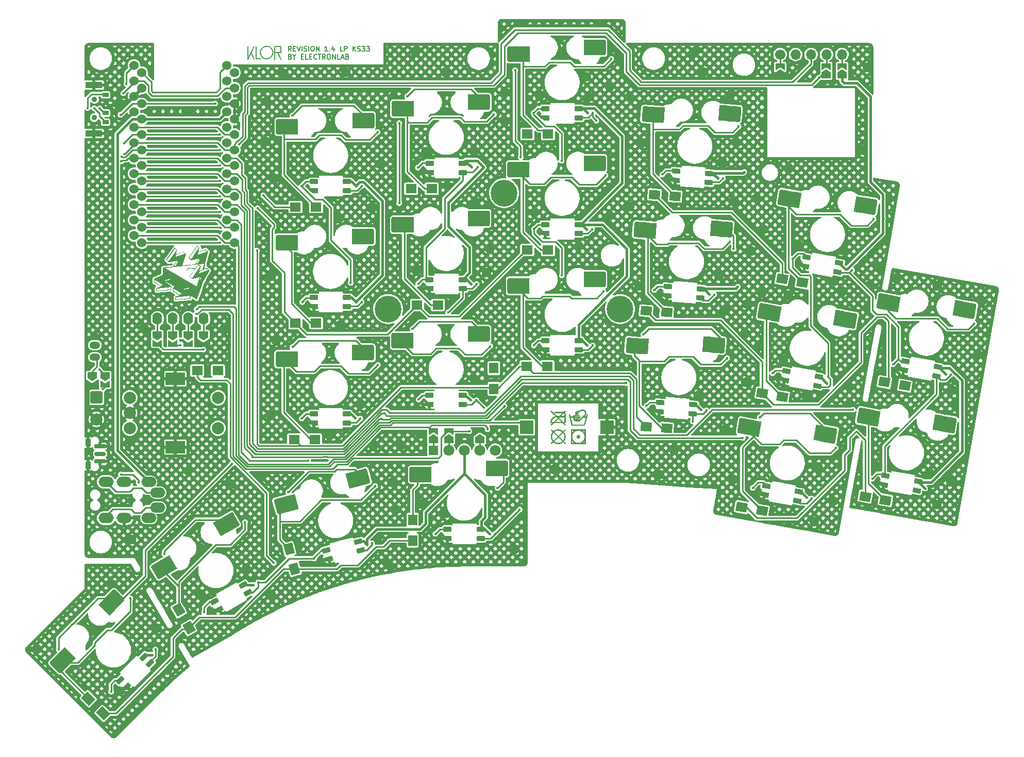
<source format=gtl>
G04 #@! TF.GenerationSoftware,KiCad,Pcbnew,8.0.4-8.0.4-0~ubuntu22.04.1*
G04 #@! TF.CreationDate,2024-08-28T05:36:28+02:00*
G04 #@! TF.ProjectId,klor1_4,6b6c6f72-315f-4342-9e6b-696361645f70,v1.4.0 LP KS33*
G04 #@! TF.SameCoordinates,Original*
G04 #@! TF.FileFunction,Copper,L1,Top*
G04 #@! TF.FilePolarity,Positive*
%FSLAX46Y46*%
G04 Gerber Fmt 4.6, Leading zero omitted, Abs format (unit mm)*
G04 Created by KiCad (PCBNEW 8.0.4-8.0.4-0~ubuntu22.04.1) date 2024-08-28 05:36:28*
%MOMM*%
%LPD*%
G01*
G04 APERTURE LIST*
G04 Aperture macros list*
%AMRoundRect*
0 Rectangle with rounded corners*
0 $1 Rounding radius*
0 $2 $3 $4 $5 $6 $7 $8 $9 X,Y pos of 4 corners*
0 Add a 4 corners polygon primitive as box body*
4,1,4,$2,$3,$4,$5,$6,$7,$8,$9,$2,$3,0*
0 Add four circle primitives for the rounded corners*
1,1,$1+$1,$2,$3*
1,1,$1+$1,$4,$5*
1,1,$1+$1,$6,$7*
1,1,$1+$1,$8,$9*
0 Add four rect primitives between the rounded corners*
20,1,$1+$1,$2,$3,$4,$5,0*
20,1,$1+$1,$4,$5,$6,$7,0*
20,1,$1+$1,$6,$7,$8,$9,0*
20,1,$1+$1,$8,$9,$2,$3,0*%
%AMRotRect*
0 Rectangle, with rotation*
0 The origin of the aperture is its center*
0 $1 length*
0 $2 width*
0 $3 Rotation angle, in degrees counterclockwise*
0 Add horizontal line*
21,1,$1,$2,0,0,$3*%
%AMFreePoly0*
4,1,6,1.000000,0.000000,0.500000,-0.750000,-0.500000,-0.750000,-0.500000,0.750000,0.500000,0.750000,1.000000,0.000000,1.000000,0.000000,$1*%
%AMFreePoly1*
4,1,6,0.500000,-0.750000,-0.650000,-0.750000,-0.150000,0.000000,-0.650000,0.750000,0.500000,0.750000,0.500000,-0.750000,0.500000,-0.750000,$1*%
%AMFreePoly2*
4,1,18,-0.410000,0.265000,0.000000,0.675000,0.328000,0.675000,0.359380,0.668758,0.385983,0.650983,0.403758,0.624380,0.410000,0.593000,0.410000,-0.593000,0.403758,-0.624380,0.385983,-0.650983,0.359380,-0.668758,0.328000,-0.675000,-0.328000,-0.675000,-0.359380,-0.668758,-0.385983,-0.650983,-0.403758,-0.624380,-0.410000,-0.593000,-0.410000,0.265000,-0.410000,0.265000,$1*%
G04 Aperture macros list end*
G04 #@! TA.AperFunction,NonConductor*
%ADD10C,0.000001*%
G04 #@! TD*
G04 #@! TA.AperFunction,NonConductor*
%ADD11C,0.150000*%
G04 #@! TD*
G04 #@! TA.AperFunction,NonConductor*
%ADD12C,0.000000*%
G04 #@! TD*
%ADD13C,0.150000*%
G04 #@! TA.AperFunction,ComponentPad*
%ADD14O,2.500000X1.700000*%
G04 #@! TD*
G04 #@! TA.AperFunction,SMDPad,CuDef*
%ADD15FreePoly0,270.000000*%
G04 #@! TD*
G04 #@! TA.AperFunction,SMDPad,CuDef*
%ADD16FreePoly1,270.000000*%
G04 #@! TD*
G04 #@! TA.AperFunction,SMDPad,CuDef*
%ADD17RoundRect,0.082000X0.651245X0.187383X0.187383X0.651245X-0.651245X-0.187383X-0.187383X-0.651245X0*%
G04 #@! TD*
G04 #@! TA.AperFunction,SMDPad,CuDef*
%ADD18FreePoly2,135.000000*%
G04 #@! TD*
G04 #@! TA.AperFunction,SMDPad,CuDef*
%ADD19RotRect,1.200000X2.550000X45.000000*%
G04 #@! TD*
G04 #@! TA.AperFunction,SMDPad,CuDef*
%ADD20RoundRect,0.255000X0.035355X1.477853X-1.477853X-0.035355X-0.035355X-1.477853X1.477853X0.035355X0*%
G04 #@! TD*
G04 #@! TA.AperFunction,SMDPad,CuDef*
%ADD21RotRect,1.200000X2.550000X225.000000*%
G04 #@! TD*
G04 #@! TA.AperFunction,SMDPad,CuDef*
%ADD22RoundRect,0.082000X0.593000X-0.328000X0.593000X0.328000X-0.593000X0.328000X-0.593000X-0.328000X0*%
G04 #@! TD*
G04 #@! TA.AperFunction,SMDPad,CuDef*
%ADD23FreePoly2,90.000000*%
G04 #@! TD*
G04 #@! TA.AperFunction,SMDPad,CuDef*
%ADD24R,1.200000X2.550000*%
G04 #@! TD*
G04 #@! TA.AperFunction,SMDPad,CuDef*
%ADD25RoundRect,0.255000X1.070000X1.020000X-1.070000X1.020000X-1.070000X-1.020000X1.070000X-1.020000X0*%
G04 #@! TD*
G04 #@! TA.AperFunction,SMDPad,CuDef*
%ADD26RoundRect,0.082000X0.568675X-0.368567X0.614436X0.285835X-0.568675X0.368567X-0.614436X-0.285835X0*%
G04 #@! TD*
G04 #@! TA.AperFunction,SMDPad,CuDef*
%ADD27FreePoly2,86.000000*%
G04 #@! TD*
G04 #@! TA.AperFunction,SMDPad,CuDef*
%ADD28RotRect,1.200000X2.550000X356.000000*%
G04 #@! TD*
G04 #@! TA.AperFunction,SMDPad,CuDef*
%ADD29RoundRect,0.255000X1.138545X0.942876X-0.996242X1.092155X-1.138545X-0.942876X0.996242X-1.092155X0*%
G04 #@! TD*
G04 #@! TA.AperFunction,SMDPad,CuDef*
%ADD30RotRect,1.200000X2.550000X176.000000*%
G04 #@! TD*
G04 #@! TA.AperFunction,ComponentPad*
%ADD31RotRect,1.800000X1.500000X350.000000*%
G04 #@! TD*
G04 #@! TA.AperFunction,ComponentPad*
%ADD32R,1.800000X1.500000*%
G04 #@! TD*
G04 #@! TA.AperFunction,ComponentPad*
%ADD33RotRect,1.800000X1.500000X356.000000*%
G04 #@! TD*
G04 #@! TA.AperFunction,SMDPad,CuDef*
%ADD34RoundRect,0.082000X0.657687X-0.163344X0.487901X0.470303X-0.657687X0.163344X-0.487901X-0.470303X0*%
G04 #@! TD*
G04 #@! TA.AperFunction,SMDPad,CuDef*
%ADD35FreePoly2,105.000000*%
G04 #@! TD*
G04 #@! TA.AperFunction,SMDPad,CuDef*
%ADD36RotRect,1.200000X2.550000X15.000000*%
G04 #@! TD*
G04 #@! TA.AperFunction,SMDPad,CuDef*
%ADD37RoundRect,0.255000X0.769545X1.262181X-1.297536X0.708308X-0.769545X-1.262181X1.297536X-0.708308X0*%
G04 #@! TD*
G04 #@! TA.AperFunction,SMDPad,CuDef*
%ADD38RotRect,1.200000X2.550000X195.000000*%
G04 #@! TD*
G04 #@! TA.AperFunction,SMDPad,CuDef*
%ADD39FreePoly0,90.000000*%
G04 #@! TD*
G04 #@! TA.AperFunction,SMDPad,CuDef*
%ADD40FreePoly1,90.000000*%
G04 #@! TD*
G04 #@! TA.AperFunction,SMDPad,CuDef*
%ADD41RoundRect,0.082000X0.527034X-0.425990X0.640948X0.220044X-0.527034X0.425990X-0.640948X-0.220044X0*%
G04 #@! TD*
G04 #@! TA.AperFunction,SMDPad,CuDef*
%ADD42FreePoly2,80.000000*%
G04 #@! TD*
G04 #@! TA.AperFunction,SMDPad,CuDef*
%ADD43RotRect,1.200000X2.550000X350.000000*%
G04 #@! TD*
G04 #@! TA.AperFunction,SMDPad,CuDef*
%ADD44RoundRect,0.255000X1.230865X0.818700X-0.876623X1.190307X-1.230865X-0.818700X0.876623X-1.190307X0*%
G04 #@! TD*
G04 #@! TA.AperFunction,SMDPad,CuDef*
%ADD45RotRect,1.200000X2.550000X170.000000*%
G04 #@! TD*
G04 #@! TA.AperFunction,ComponentPad*
%ADD46RotRect,1.800000X1.500000X105.000000*%
G04 #@! TD*
G04 #@! TA.AperFunction,ComponentPad*
%ADD47R,2.200000X2.200000*%
G04 #@! TD*
G04 #@! TA.AperFunction,ComponentPad*
%ADD48C,2.000000*%
G04 #@! TD*
G04 #@! TA.AperFunction,ComponentPad*
%ADD49R,3.200000X2.000000*%
G04 #@! TD*
G04 #@! TA.AperFunction,ComponentPad*
%ADD50O,1.600000X2.000000*%
G04 #@! TD*
G04 #@! TA.AperFunction,ComponentPad*
%ADD51RotRect,1.800000X1.500000X120.000000*%
G04 #@! TD*
G04 #@! TA.AperFunction,ComponentPad*
%ADD52O,1.750000X1.200000*%
G04 #@! TD*
G04 #@! TA.AperFunction,ComponentPad*
%ADD53RoundRect,0.187500X-0.712500X0.187500X-0.712500X-0.187500X0.712500X-0.187500X0.712500X0.187500X0*%
G04 #@! TD*
G04 #@! TA.AperFunction,ComponentPad*
%ADD54RoundRect,0.150000X-0.750000X0.150000X-0.750000X-0.150000X0.750000X-0.150000X0.750000X0.150000X0*%
G04 #@! TD*
G04 #@! TA.AperFunction,ComponentPad*
%ADD55RoundRect,0.225000X-0.225000X0.425000X-0.225000X-0.425000X0.225000X-0.425000X0.225000X0.425000X0*%
G04 #@! TD*
G04 #@! TA.AperFunction,ComponentPad*
%ADD56C,4.400000*%
G04 #@! TD*
G04 #@! TA.AperFunction,SMDPad,CuDef*
%ADD57RoundRect,0.082000X0.677553X0.012444X0.349553X0.580556X-0.677553X-0.012444X-0.349553X-0.580556X0*%
G04 #@! TD*
G04 #@! TA.AperFunction,SMDPad,CuDef*
%ADD58FreePoly2,120.000000*%
G04 #@! TD*
G04 #@! TA.AperFunction,SMDPad,CuDef*
%ADD59RotRect,1.200000X2.550000X30.000000*%
G04 #@! TD*
G04 #@! TA.AperFunction,SMDPad,CuDef*
%ADD60RoundRect,0.255000X0.416647X1.418346X-1.436647X0.348346X-0.416647X-1.418346X1.436647X-0.348346X0*%
G04 #@! TD*
G04 #@! TA.AperFunction,SMDPad,CuDef*
%ADD61RotRect,1.200000X2.550000X210.000000*%
G04 #@! TD*
G04 #@! TA.AperFunction,ComponentPad*
%ADD62RotRect,1.800000X1.500000X135.000000*%
G04 #@! TD*
G04 #@! TA.AperFunction,ComponentPad*
%ADD63R,1.500000X1.800000*%
G04 #@! TD*
G04 #@! TA.AperFunction,ComponentPad*
%ADD64RoundRect,0.142858X-0.857142X0.857142X-0.857142X-0.857142X0.857142X-0.857142X0.857142X0.857142X0*%
G04 #@! TD*
G04 #@! TA.AperFunction,WasherPad*
%ADD65C,0.900000*%
G04 #@! TD*
G04 #@! TA.AperFunction,SMDPad,CuDef*
%ADD66R,1.000000X0.700000*%
G04 #@! TD*
G04 #@! TA.AperFunction,SMDPad,CuDef*
%ADD67R,2.800000X1.000000*%
G04 #@! TD*
G04 #@! TA.AperFunction,ComponentPad*
%ADD68R,1.524000X1.524000*%
G04 #@! TD*
G04 #@! TA.AperFunction,ComponentPad*
%ADD69C,1.800000*%
G04 #@! TD*
G04 #@! TA.AperFunction,ComponentPad*
%ADD70C,1.524000*%
G04 #@! TD*
G04 #@! TA.AperFunction,ComponentPad*
%ADD71C,1.700000*%
G04 #@! TD*
G04 #@! TA.AperFunction,ComponentPad*
%ADD72O,1.700000X1.700000*%
G04 #@! TD*
G04 #@! TA.AperFunction,ViaPad*
%ADD73C,0.400000*%
G04 #@! TD*
G04 #@! TA.AperFunction,Conductor*
%ADD74C,0.254000*%
G04 #@! TD*
G04 #@! TA.AperFunction,Conductor*
%ADD75C,0.381000*%
G04 #@! TD*
G04 APERTURE END LIST*
D10*
X162918283Y-118993156D02*
X160573039Y-118993156D01*
X160573039Y-118862676D01*
X160700000Y-118862676D01*
X161211369Y-118862676D01*
X161170832Y-118840739D01*
X161131247Y-118817273D01*
X161092653Y-118792319D01*
X161055093Y-118765919D01*
X161018607Y-118738113D01*
X160983236Y-118708944D01*
X160949024Y-118678452D01*
X160916009Y-118646680D01*
X160884235Y-118613667D01*
X160853741Y-118579456D01*
X160824570Y-118544088D01*
X160796763Y-118507604D01*
X160770361Y-118470046D01*
X160745406Y-118431454D01*
X160721938Y-118391871D01*
X160700000Y-118351337D01*
X160700000Y-118862676D01*
X160573039Y-118862676D01*
X160573039Y-118351337D01*
X160573039Y-117818838D01*
X160700000Y-117818838D01*
X160701363Y-117872406D01*
X160705408Y-117925288D01*
X160712068Y-117977417D01*
X160721277Y-118028726D01*
X160732968Y-118079149D01*
X160747075Y-118128620D01*
X160763532Y-118177072D01*
X160782271Y-118224439D01*
X160803226Y-118270653D01*
X160826331Y-118315649D01*
X160851519Y-118359360D01*
X160878724Y-118401720D01*
X160907879Y-118442662D01*
X160938918Y-118482119D01*
X160971774Y-118520025D01*
X161006380Y-118556314D01*
X161042671Y-118590918D01*
X161080579Y-118623772D01*
X161120039Y-118654809D01*
X161160983Y-118683962D01*
X161203345Y-118711166D01*
X161247058Y-118736353D01*
X161292057Y-118759456D01*
X161338274Y-118780410D01*
X161385644Y-118799148D01*
X161434098Y-118815604D01*
X161483572Y-118829710D01*
X161533998Y-118841400D01*
X161585311Y-118850609D01*
X161637442Y-118857269D01*
X161690327Y-118861313D01*
X161743898Y-118862676D01*
X162276427Y-118862676D01*
X162787796Y-118862676D01*
X162787796Y-118351337D01*
X162765857Y-118391871D01*
X162742390Y-118431454D01*
X162717434Y-118470046D01*
X162691032Y-118507604D01*
X162663225Y-118544088D01*
X162634054Y-118579456D01*
X162603561Y-118613667D01*
X162571786Y-118646680D01*
X162538772Y-118678452D01*
X162504559Y-118708944D01*
X162469189Y-118738113D01*
X162432703Y-118765919D01*
X162395142Y-118792319D01*
X162356549Y-118817273D01*
X162316963Y-118840739D01*
X162276427Y-118862676D01*
X161743898Y-118862676D01*
X161797469Y-118861313D01*
X161850354Y-118857269D01*
X161902485Y-118850609D01*
X161953798Y-118841400D01*
X162004224Y-118829710D01*
X162053698Y-118815604D01*
X162102152Y-118799148D01*
X162149521Y-118780410D01*
X162195739Y-118759456D01*
X162240737Y-118736353D01*
X162284451Y-118711166D01*
X162326813Y-118683962D01*
X162367757Y-118654809D01*
X162407216Y-118623772D01*
X162445125Y-118590918D01*
X162481415Y-118556314D01*
X162516022Y-118520025D01*
X162548878Y-118482119D01*
X162579916Y-118442662D01*
X162609071Y-118401720D01*
X162636276Y-118359360D01*
X162661465Y-118315649D01*
X162684570Y-118270653D01*
X162705525Y-118224439D01*
X162724264Y-118177072D01*
X162740720Y-118128620D01*
X162754827Y-118079149D01*
X162766518Y-118028726D01*
X162775727Y-117977417D01*
X162782388Y-117925288D01*
X162786433Y-117872406D01*
X162787796Y-117818838D01*
X162786433Y-117765270D01*
X162782388Y-117712389D01*
X162775727Y-117660260D01*
X162766518Y-117608951D01*
X162754827Y-117558528D01*
X162740720Y-117509057D01*
X162724264Y-117460605D01*
X162705525Y-117413238D01*
X162684570Y-117367024D01*
X162661465Y-117322027D01*
X162636276Y-117278316D01*
X162609071Y-117235957D01*
X162579916Y-117195015D01*
X162548878Y-117155558D01*
X162516022Y-117117652D01*
X162481415Y-117081363D01*
X162445125Y-117046759D01*
X162407216Y-117013905D01*
X162367757Y-116982868D01*
X162326813Y-116953714D01*
X162284451Y-116926511D01*
X162240737Y-116901324D01*
X162195739Y-116878221D01*
X162149521Y-116857267D01*
X162102152Y-116838529D01*
X162053698Y-116822073D01*
X162004224Y-116807967D01*
X161953798Y-116796276D01*
X161902485Y-116787068D01*
X161850354Y-116780408D01*
X161797469Y-116776363D01*
X161743898Y-116775000D01*
X162276427Y-116775000D01*
X162316963Y-116796938D01*
X162356549Y-116820404D01*
X162395142Y-116845358D01*
X162432703Y-116871758D01*
X162469189Y-116899563D01*
X162504559Y-116928733D01*
X162538772Y-116959224D01*
X162571786Y-116990997D01*
X162603561Y-117024010D01*
X162634054Y-117058221D01*
X162663225Y-117093589D01*
X162691032Y-117130073D01*
X162717434Y-117167631D01*
X162742390Y-117206223D01*
X162765857Y-117245806D01*
X162787796Y-117286340D01*
X162787796Y-116775000D01*
X162276427Y-116775000D01*
X161743898Y-116775000D01*
X161690327Y-116776363D01*
X161637442Y-116780408D01*
X161585311Y-116787068D01*
X161533998Y-116796276D01*
X161483572Y-116807967D01*
X161434098Y-116822073D01*
X161385644Y-116838529D01*
X161338274Y-116857267D01*
X161292057Y-116878221D01*
X161247058Y-116901324D01*
X161203345Y-116926511D01*
X161160983Y-116953714D01*
X161120039Y-116982868D01*
X161080579Y-117013905D01*
X161042671Y-117046759D01*
X161006380Y-117081363D01*
X160971774Y-117117652D01*
X160938918Y-117155558D01*
X160907879Y-117195015D01*
X160878724Y-117235957D01*
X160851519Y-117278316D01*
X160826331Y-117322027D01*
X160803226Y-117367024D01*
X160782271Y-117413238D01*
X160763532Y-117460605D01*
X160747075Y-117509057D01*
X160732968Y-117558528D01*
X160721277Y-117608951D01*
X160712068Y-117660260D01*
X160705408Y-117712389D01*
X160701363Y-117765270D01*
X160700000Y-117818838D01*
X160573039Y-117818838D01*
X160573039Y-117286340D01*
X160573039Y-116775000D01*
X160700000Y-116775000D01*
X160700000Y-117286340D01*
X160721938Y-117245806D01*
X160745406Y-117206223D01*
X160770361Y-117167631D01*
X160796763Y-117130073D01*
X160824570Y-117093589D01*
X160853741Y-117058221D01*
X160884235Y-117024010D01*
X160916009Y-116990997D01*
X160949024Y-116959224D01*
X160983236Y-116928733D01*
X161018607Y-116899563D01*
X161055093Y-116871758D01*
X161092653Y-116845358D01*
X161131247Y-116820404D01*
X161170832Y-116796938D01*
X161211369Y-116775000D01*
X160700000Y-116775000D01*
X160573039Y-116775000D01*
X160573039Y-116648047D01*
X162918283Y-116648047D01*
X162918283Y-118993156D01*
G04 #@! TA.AperFunction,NonConductor*
G36*
X162918283Y-118993156D02*
G01*
X160573039Y-118993156D01*
X160573039Y-118862676D01*
X160700000Y-118862676D01*
X161211369Y-118862676D01*
X161170832Y-118840739D01*
X161131247Y-118817273D01*
X161092653Y-118792319D01*
X161055093Y-118765919D01*
X161018607Y-118738113D01*
X160983236Y-118708944D01*
X160949024Y-118678452D01*
X160916009Y-118646680D01*
X160884235Y-118613667D01*
X160853741Y-118579456D01*
X160824570Y-118544088D01*
X160796763Y-118507604D01*
X160770361Y-118470046D01*
X160745406Y-118431454D01*
X160721938Y-118391871D01*
X160700000Y-118351337D01*
X160700000Y-118862676D01*
X160573039Y-118862676D01*
X160573039Y-118351337D01*
X160573039Y-117818838D01*
X160700000Y-117818838D01*
X160701363Y-117872406D01*
X160705408Y-117925288D01*
X160712068Y-117977417D01*
X160721277Y-118028726D01*
X160732968Y-118079149D01*
X160747075Y-118128620D01*
X160763532Y-118177072D01*
X160782271Y-118224439D01*
X160803226Y-118270653D01*
X160826331Y-118315649D01*
X160851519Y-118359360D01*
X160878724Y-118401720D01*
X160907879Y-118442662D01*
X160938918Y-118482119D01*
X160971774Y-118520025D01*
X161006380Y-118556314D01*
X161042671Y-118590918D01*
X161080579Y-118623772D01*
X161120039Y-118654809D01*
X161160983Y-118683962D01*
X161203345Y-118711166D01*
X161247058Y-118736353D01*
X161292057Y-118759456D01*
X161338274Y-118780410D01*
X161385644Y-118799148D01*
X161434098Y-118815604D01*
X161483572Y-118829710D01*
X161533998Y-118841400D01*
X161585311Y-118850609D01*
X161637442Y-118857269D01*
X161690327Y-118861313D01*
X161743898Y-118862676D01*
X162276427Y-118862676D01*
X162787796Y-118862676D01*
X162787796Y-118351337D01*
X162765857Y-118391871D01*
X162742390Y-118431454D01*
X162717434Y-118470046D01*
X162691032Y-118507604D01*
X162663225Y-118544088D01*
X162634054Y-118579456D01*
X162603561Y-118613667D01*
X162571786Y-118646680D01*
X162538772Y-118678452D01*
X162504559Y-118708944D01*
X162469189Y-118738113D01*
X162432703Y-118765919D01*
X162395142Y-118792319D01*
X162356549Y-118817273D01*
X162316963Y-118840739D01*
X162276427Y-118862676D01*
X161743898Y-118862676D01*
X161797469Y-118861313D01*
X161850354Y-118857269D01*
X161902485Y-118850609D01*
X161953798Y-118841400D01*
X162004224Y-118829710D01*
X162053698Y-118815604D01*
X162102152Y-118799148D01*
X162149521Y-118780410D01*
X162195739Y-118759456D01*
X162240737Y-118736353D01*
X162284451Y-118711166D01*
X162326813Y-118683962D01*
X162367757Y-118654809D01*
X162407216Y-118623772D01*
X162445125Y-118590918D01*
X162481415Y-118556314D01*
X162516022Y-118520025D01*
X162548878Y-118482119D01*
X162579916Y-118442662D01*
X162609071Y-118401720D01*
X162636276Y-118359360D01*
X162661465Y-118315649D01*
X162684570Y-118270653D01*
X162705525Y-118224439D01*
X162724264Y-118177072D01*
X162740720Y-118128620D01*
X162754827Y-118079149D01*
X162766518Y-118028726D01*
X162775727Y-117977417D01*
X162782388Y-117925288D01*
X162786433Y-117872406D01*
X162787796Y-117818838D01*
X162786433Y-117765270D01*
X162782388Y-117712389D01*
X162775727Y-117660260D01*
X162766518Y-117608951D01*
X162754827Y-117558528D01*
X162740720Y-117509057D01*
X162724264Y-117460605D01*
X162705525Y-117413238D01*
X162684570Y-117367024D01*
X162661465Y-117322027D01*
X162636276Y-117278316D01*
X162609071Y-117235957D01*
X162579916Y-117195015D01*
X162548878Y-117155558D01*
X162516022Y-117117652D01*
X162481415Y-117081363D01*
X162445125Y-117046759D01*
X162407216Y-117013905D01*
X162367757Y-116982868D01*
X162326813Y-116953714D01*
X162284451Y-116926511D01*
X162240737Y-116901324D01*
X162195739Y-116878221D01*
X162149521Y-116857267D01*
X162102152Y-116838529D01*
X162053698Y-116822073D01*
X162004224Y-116807967D01*
X161953798Y-116796276D01*
X161902485Y-116787068D01*
X161850354Y-116780408D01*
X161797469Y-116776363D01*
X161743898Y-116775000D01*
X162276427Y-116775000D01*
X162316963Y-116796938D01*
X162356549Y-116820404D01*
X162395142Y-116845358D01*
X162432703Y-116871758D01*
X162469189Y-116899563D01*
X162504559Y-116928733D01*
X162538772Y-116959224D01*
X162571786Y-116990997D01*
X162603561Y-117024010D01*
X162634054Y-117058221D01*
X162663225Y-117093589D01*
X162691032Y-117130073D01*
X162717434Y-117167631D01*
X162742390Y-117206223D01*
X162765857Y-117245806D01*
X162787796Y-117286340D01*
X162787796Y-116775000D01*
X162276427Y-116775000D01*
X161743898Y-116775000D01*
X161690327Y-116776363D01*
X161637442Y-116780408D01*
X161585311Y-116787068D01*
X161533998Y-116796276D01*
X161483572Y-116807967D01*
X161434098Y-116822073D01*
X161385644Y-116838529D01*
X161338274Y-116857267D01*
X161292057Y-116878221D01*
X161247058Y-116901324D01*
X161203345Y-116926511D01*
X161160983Y-116953714D01*
X161120039Y-116982868D01*
X161080579Y-117013905D01*
X161042671Y-117046759D01*
X161006380Y-117081363D01*
X160971774Y-117117652D01*
X160938918Y-117155558D01*
X160907879Y-117195015D01*
X160878724Y-117235957D01*
X160851519Y-117278316D01*
X160826331Y-117322027D01*
X160803226Y-117367024D01*
X160782271Y-117413238D01*
X160763532Y-117460605D01*
X160747075Y-117509057D01*
X160732968Y-117558528D01*
X160721277Y-117608951D01*
X160712068Y-117660260D01*
X160705408Y-117712389D01*
X160701363Y-117765270D01*
X160700000Y-117818838D01*
X160573039Y-117818838D01*
X160573039Y-117286340D01*
X160573039Y-116775000D01*
X160700000Y-116775000D01*
X160700000Y-117286340D01*
X160721938Y-117245806D01*
X160745406Y-117206223D01*
X160770361Y-117167631D01*
X160796763Y-117130073D01*
X160824570Y-117093589D01*
X160853741Y-117058221D01*
X160884235Y-117024010D01*
X160916009Y-116990997D01*
X160949024Y-116959224D01*
X160983236Y-116928733D01*
X161018607Y-116899563D01*
X161055093Y-116871758D01*
X161092653Y-116845358D01*
X161131247Y-116820404D01*
X161170832Y-116796938D01*
X161211369Y-116775000D01*
X160700000Y-116775000D01*
X160573039Y-116775000D01*
X160573039Y-116648047D01*
X162918283Y-116648047D01*
X162918283Y-118993156D01*
G37*
G04 #@! TD.AperFunction*
D11*
X111876932Y-55792103D02*
X111876932Y-54764034D01*
D12*
G04 #@! TA.AperFunction,NonConductor*
G36*
X99559085Y-86763858D02*
G01*
X98159969Y-88835546D01*
X97706473Y-88407979D01*
X97714618Y-88396866D01*
X97827123Y-88396866D01*
X98144623Y-88696375D01*
X99440023Y-86778146D01*
X99183906Y-86545841D01*
X97827123Y-88396866D01*
X97714618Y-88396866D01*
X99170148Y-86410904D01*
X99559085Y-86763858D01*
G37*
G04 #@! TD.AperFunction*
D11*
X107456236Y-55792103D02*
X108484305Y-53701697D01*
D10*
X161756046Y-117586388D02*
X161768016Y-117587271D01*
X161779793Y-117588726D01*
X161791363Y-117590740D01*
X161802715Y-117593299D01*
X161813833Y-117596389D01*
X161824705Y-117599997D01*
X161835316Y-117604109D01*
X161845654Y-117608712D01*
X161855704Y-117613792D01*
X161865453Y-117619336D01*
X161874888Y-117625330D01*
X161883995Y-117631760D01*
X161892760Y-117638613D01*
X161901170Y-117645876D01*
X161909211Y-117653535D01*
X161916870Y-117661576D01*
X161924133Y-117669985D01*
X161930987Y-117678750D01*
X161937418Y-117687856D01*
X161943412Y-117697290D01*
X161948956Y-117707039D01*
X161954036Y-117717088D01*
X161958640Y-117727425D01*
X161962752Y-117738036D01*
X161966360Y-117748907D01*
X161969451Y-117760025D01*
X161972009Y-117771376D01*
X161974023Y-117782946D01*
X161975478Y-117794722D01*
X161976362Y-117806691D01*
X161976659Y-117818838D01*
X161976362Y-117830986D01*
X161975478Y-117842955D01*
X161974023Y-117854731D01*
X161972009Y-117866301D01*
X161969451Y-117877652D01*
X161966360Y-117888770D01*
X161962752Y-117899641D01*
X161958640Y-117910251D01*
X161954036Y-117920588D01*
X161948956Y-117930638D01*
X161943412Y-117940387D01*
X161937418Y-117949821D01*
X161930987Y-117958927D01*
X161924133Y-117967692D01*
X161916870Y-117976101D01*
X161909211Y-117984142D01*
X161901170Y-117991801D01*
X161892760Y-117999063D01*
X161883995Y-118005917D01*
X161874888Y-118012347D01*
X161865453Y-118018341D01*
X161855704Y-118023885D01*
X161845654Y-118028965D01*
X161835316Y-118033568D01*
X161824705Y-118037680D01*
X161813833Y-118041288D01*
X161802715Y-118044378D01*
X161791363Y-118046937D01*
X161779793Y-118048950D01*
X161768016Y-118050406D01*
X161756046Y-118051289D01*
X161743898Y-118051586D01*
X161731750Y-118051289D01*
X161719780Y-118050406D01*
X161708003Y-118048950D01*
X161696432Y-118046937D01*
X161685081Y-118044378D01*
X161673963Y-118041288D01*
X161663091Y-118037680D01*
X161652480Y-118033568D01*
X161642142Y-118028965D01*
X161632092Y-118023885D01*
X161622343Y-118018341D01*
X161612908Y-118012347D01*
X161603801Y-118005917D01*
X161595036Y-117999063D01*
X161586626Y-117991801D01*
X161578585Y-117984142D01*
X161570926Y-117976101D01*
X161563663Y-117967692D01*
X161556809Y-117958927D01*
X161550378Y-117949821D01*
X161544384Y-117940387D01*
X161538840Y-117930638D01*
X161533759Y-117920588D01*
X161529156Y-117910251D01*
X161525044Y-117899641D01*
X161521436Y-117888770D01*
X161518345Y-117877652D01*
X161515787Y-117866301D01*
X161513773Y-117854731D01*
X161512318Y-117842955D01*
X161511434Y-117830986D01*
X161511137Y-117818838D01*
X161511434Y-117807001D01*
X161512318Y-117795303D01*
X161513773Y-117783760D01*
X161515787Y-117772388D01*
X161518345Y-117761202D01*
X161521436Y-117750217D01*
X161525044Y-117739449D01*
X161529156Y-117728913D01*
X161533759Y-117718626D01*
X161538840Y-117708602D01*
X161544384Y-117698856D01*
X161550378Y-117689406D01*
X161556809Y-117680265D01*
X161563663Y-117671450D01*
X161570926Y-117662975D01*
X161578585Y-117654857D01*
X161586626Y-117647111D01*
X161595036Y-117639753D01*
X161603801Y-117632797D01*
X161612908Y-117626260D01*
X161622343Y-117620156D01*
X161632092Y-117614502D01*
X161642142Y-117609313D01*
X161652480Y-117604605D01*
X161663091Y-117600392D01*
X161673963Y-117596691D01*
X161685081Y-117593517D01*
X161696432Y-117590885D01*
X161708003Y-117588811D01*
X161719780Y-117587310D01*
X161731750Y-117586398D01*
X161743898Y-117586091D01*
X161756046Y-117586388D01*
G04 #@! TA.AperFunction,NonConductor*
G36*
X161756046Y-117586388D02*
G01*
X161768016Y-117587271D01*
X161779793Y-117588726D01*
X161791363Y-117590740D01*
X161802715Y-117593299D01*
X161813833Y-117596389D01*
X161824705Y-117599997D01*
X161835316Y-117604109D01*
X161845654Y-117608712D01*
X161855704Y-117613792D01*
X161865453Y-117619336D01*
X161874888Y-117625330D01*
X161883995Y-117631760D01*
X161892760Y-117638613D01*
X161901170Y-117645876D01*
X161909211Y-117653535D01*
X161916870Y-117661576D01*
X161924133Y-117669985D01*
X161930987Y-117678750D01*
X161937418Y-117687856D01*
X161943412Y-117697290D01*
X161948956Y-117707039D01*
X161954036Y-117717088D01*
X161958640Y-117727425D01*
X161962752Y-117738036D01*
X161966360Y-117748907D01*
X161969451Y-117760025D01*
X161972009Y-117771376D01*
X161974023Y-117782946D01*
X161975478Y-117794722D01*
X161976362Y-117806691D01*
X161976659Y-117818838D01*
X161976362Y-117830986D01*
X161975478Y-117842955D01*
X161974023Y-117854731D01*
X161972009Y-117866301D01*
X161969451Y-117877652D01*
X161966360Y-117888770D01*
X161962752Y-117899641D01*
X161958640Y-117910251D01*
X161954036Y-117920588D01*
X161948956Y-117930638D01*
X161943412Y-117940387D01*
X161937418Y-117949821D01*
X161930987Y-117958927D01*
X161924133Y-117967692D01*
X161916870Y-117976101D01*
X161909211Y-117984142D01*
X161901170Y-117991801D01*
X161892760Y-117999063D01*
X161883995Y-118005917D01*
X161874888Y-118012347D01*
X161865453Y-118018341D01*
X161855704Y-118023885D01*
X161845654Y-118028965D01*
X161835316Y-118033568D01*
X161824705Y-118037680D01*
X161813833Y-118041288D01*
X161802715Y-118044378D01*
X161791363Y-118046937D01*
X161779793Y-118048950D01*
X161768016Y-118050406D01*
X161756046Y-118051289D01*
X161743898Y-118051586D01*
X161731750Y-118051289D01*
X161719780Y-118050406D01*
X161708003Y-118048950D01*
X161696432Y-118046937D01*
X161685081Y-118044378D01*
X161673963Y-118041288D01*
X161663091Y-118037680D01*
X161652480Y-118033568D01*
X161642142Y-118028965D01*
X161632092Y-118023885D01*
X161622343Y-118018341D01*
X161612908Y-118012347D01*
X161603801Y-118005917D01*
X161595036Y-117999063D01*
X161586626Y-117991801D01*
X161578585Y-117984142D01*
X161570926Y-117976101D01*
X161563663Y-117967692D01*
X161556809Y-117958927D01*
X161550378Y-117949821D01*
X161544384Y-117940387D01*
X161538840Y-117930638D01*
X161533759Y-117920588D01*
X161529156Y-117910251D01*
X161525044Y-117899641D01*
X161521436Y-117888770D01*
X161518345Y-117877652D01*
X161515787Y-117866301D01*
X161513773Y-117854731D01*
X161512318Y-117842955D01*
X161511434Y-117830986D01*
X161511137Y-117818838D01*
X161511434Y-117807001D01*
X161512318Y-117795303D01*
X161513773Y-117783760D01*
X161515787Y-117772388D01*
X161518345Y-117761202D01*
X161521436Y-117750217D01*
X161525044Y-117739449D01*
X161529156Y-117728913D01*
X161533759Y-117718626D01*
X161538840Y-117708602D01*
X161544384Y-117698856D01*
X161550378Y-117689406D01*
X161556809Y-117680265D01*
X161563663Y-117671450D01*
X161570926Y-117662975D01*
X161578585Y-117654857D01*
X161586626Y-117647111D01*
X161595036Y-117639753D01*
X161603801Y-117632797D01*
X161612908Y-117626260D01*
X161622343Y-117620156D01*
X161632092Y-117614502D01*
X161642142Y-117609313D01*
X161652480Y-117604605D01*
X161663091Y-117600392D01*
X161673963Y-117596691D01*
X161685081Y-117593517D01*
X161696432Y-117590885D01*
X161708003Y-117588811D01*
X161719780Y-117587310D01*
X161731750Y-117586398D01*
X161743898Y-117586091D01*
X161756046Y-117586388D01*
G37*
G04 #@! TD.AperFunction*
D12*
G04 #@! TA.AperFunction,NonConductor*
G36*
X96666235Y-96227184D02*
G01*
X96665706Y-96227712D01*
X96665706Y-96227018D01*
X96666235Y-96227184D01*
G37*
G04 #@! TD.AperFunction*
D11*
X107456236Y-53701697D02*
X107456236Y-55792103D01*
X112905000Y-53735966D02*
X112905000Y-54764034D01*
X112905000Y-54764034D02*
X111911201Y-54764034D01*
D10*
X159638469Y-113636433D02*
X159440975Y-113833916D01*
X159461011Y-113849033D01*
X159480092Y-113865255D01*
X159498170Y-113882531D01*
X159515200Y-113900809D01*
X159531135Y-113920038D01*
X159545928Y-113940165D01*
X159559533Y-113961140D01*
X159571903Y-113982910D01*
X159582992Y-114005424D01*
X159592753Y-114028630D01*
X159601140Y-114052477D01*
X159608106Y-114076913D01*
X159613606Y-114101886D01*
X159617591Y-114127344D01*
X159620017Y-114153237D01*
X159620835Y-114179511D01*
X159620835Y-115554838D01*
X159338701Y-115554838D01*
X159641995Y-115858116D01*
X159550302Y-115949804D01*
X159155313Y-115554838D01*
X158411183Y-115554838D01*
X158411183Y-115424359D01*
X159024826Y-115424359D01*
X158435870Y-114835437D01*
X157846914Y-115424359D01*
X158404130Y-115424359D01*
X158404130Y-115554838D01*
X157716427Y-115554838D01*
X157321439Y-115949804D01*
X157229745Y-115858116D01*
X157533040Y-115554838D01*
X157173318Y-115554838D01*
X157173318Y-115491362D01*
X157174436Y-115442698D01*
X157175459Y-115427885D01*
X157175702Y-115424359D01*
X157303805Y-115424359D01*
X157303805Y-115427885D01*
X157660000Y-115427885D01*
X158340650Y-114747275D01*
X158337123Y-114743748D01*
X158531090Y-114743748D01*
X159208213Y-115424359D01*
X159490348Y-115424359D01*
X159490348Y-114574477D01*
X158700372Y-114574477D01*
X158531090Y-114743748D01*
X158337123Y-114743748D01*
X158171369Y-114578003D01*
X158128323Y-114580992D01*
X158085840Y-114585959D01*
X158043967Y-114592858D01*
X158002749Y-114601642D01*
X157962235Y-114612265D01*
X157922469Y-114624681D01*
X157883499Y-114638843D01*
X157845371Y-114654704D01*
X157808132Y-114672219D01*
X157771828Y-114691340D01*
X157736505Y-114712021D01*
X157702210Y-114734216D01*
X157668990Y-114757877D01*
X157636891Y-114782960D01*
X157605959Y-114809416D01*
X157576241Y-114837200D01*
X157547784Y-114866265D01*
X157520634Y-114896565D01*
X157494838Y-114928052D01*
X157470441Y-114960682D01*
X157447491Y-114994406D01*
X157426034Y-115029179D01*
X157406116Y-115064955D01*
X157387784Y-115101686D01*
X157371085Y-115139326D01*
X157356065Y-115177829D01*
X157342770Y-115217148D01*
X157331247Y-115257237D01*
X157321543Y-115298049D01*
X157313703Y-115339537D01*
X157307775Y-115381656D01*
X157303805Y-115424359D01*
X157175702Y-115424359D01*
X157177756Y-115394601D01*
X157183230Y-115347118D01*
X157190807Y-115300298D01*
X157200437Y-115254192D01*
X157212071Y-115208847D01*
X157225659Y-115164314D01*
X157241152Y-115120641D01*
X157258499Y-115077877D01*
X157277650Y-115036071D01*
X157298558Y-114995272D01*
X157321170Y-114955530D01*
X157345438Y-114916893D01*
X157371312Y-114879411D01*
X157398743Y-114843132D01*
X157427680Y-114808106D01*
X157458074Y-114774382D01*
X157489875Y-114742009D01*
X157523033Y-114711036D01*
X157557499Y-114681511D01*
X157593223Y-114653485D01*
X157630155Y-114627006D01*
X157668246Y-114602123D01*
X157707445Y-114578885D01*
X157715682Y-114574477D01*
X158354756Y-114574477D01*
X158435870Y-114655586D01*
X158516984Y-114574477D01*
X158354756Y-114574477D01*
X157715682Y-114574477D01*
X157747703Y-114557342D01*
X157788971Y-114537542D01*
X157831198Y-114519535D01*
X157874336Y-114503369D01*
X157918333Y-114489094D01*
X157963141Y-114476758D01*
X158008709Y-114466412D01*
X158054988Y-114458103D01*
X158044363Y-114447524D01*
X158827332Y-114447524D01*
X159486821Y-114447524D01*
X159486821Y-114183038D01*
X159486657Y-114172841D01*
X159486167Y-114162752D01*
X159485357Y-114152774D01*
X159484231Y-114142910D01*
X159482796Y-114133166D01*
X159481056Y-114123544D01*
X159479016Y-114114049D01*
X159476682Y-114104684D01*
X159474059Y-114095453D01*
X159471151Y-114086361D01*
X159467964Y-114077411D01*
X159464504Y-114068606D01*
X159460775Y-114059952D01*
X159456782Y-114051451D01*
X159452532Y-114043108D01*
X159448028Y-114034926D01*
X159443276Y-114026909D01*
X159438281Y-114019062D01*
X159433049Y-114011387D01*
X159427584Y-114003890D01*
X159415978Y-113989441D01*
X159403503Y-113975747D01*
X159390203Y-113962838D01*
X159376116Y-113950745D01*
X159361287Y-113939499D01*
X159345754Y-113929131D01*
X158827332Y-114447524D01*
X158044363Y-114447524D01*
X157229745Y-113636433D01*
X157321439Y-113544745D01*
X158224269Y-114443997D01*
X158643944Y-114443997D01*
X159204687Y-113883287D01*
X157903341Y-113883287D01*
X157903341Y-113752807D01*
X159190580Y-113752807D01*
X159199135Y-113752890D01*
X159207608Y-113753138D01*
X159215997Y-113753551D01*
X159224304Y-113754130D01*
X159232528Y-113754874D01*
X159240670Y-113755783D01*
X159248729Y-113756857D01*
X159256705Y-113758097D01*
X159264599Y-113759502D01*
X159272410Y-113761072D01*
X159280139Y-113762808D01*
X159287784Y-113764709D01*
X159295347Y-113766775D01*
X159302828Y-113769007D01*
X159310226Y-113771404D01*
X159317541Y-113773966D01*
X159546775Y-113544745D01*
X159638469Y-113636433D01*
G04 #@! TA.AperFunction,NonConductor*
G36*
X159638469Y-113636433D02*
G01*
X159440975Y-113833916D01*
X159461011Y-113849033D01*
X159480092Y-113865255D01*
X159498170Y-113882531D01*
X159515200Y-113900809D01*
X159531135Y-113920038D01*
X159545928Y-113940165D01*
X159559533Y-113961140D01*
X159571903Y-113982910D01*
X159582992Y-114005424D01*
X159592753Y-114028630D01*
X159601140Y-114052477D01*
X159608106Y-114076913D01*
X159613606Y-114101886D01*
X159617591Y-114127344D01*
X159620017Y-114153237D01*
X159620835Y-114179511D01*
X159620835Y-115554838D01*
X159338701Y-115554838D01*
X159641995Y-115858116D01*
X159550302Y-115949804D01*
X159155313Y-115554838D01*
X158411183Y-115554838D01*
X158411183Y-115424359D01*
X159024826Y-115424359D01*
X158435870Y-114835437D01*
X157846914Y-115424359D01*
X158404130Y-115424359D01*
X158404130Y-115554838D01*
X157716427Y-115554838D01*
X157321439Y-115949804D01*
X157229745Y-115858116D01*
X157533040Y-115554838D01*
X157173318Y-115554838D01*
X157173318Y-115491362D01*
X157174436Y-115442698D01*
X157175459Y-115427885D01*
X157175702Y-115424359D01*
X157303805Y-115424359D01*
X157303805Y-115427885D01*
X157660000Y-115427885D01*
X158340650Y-114747275D01*
X158337123Y-114743748D01*
X158531090Y-114743748D01*
X159208213Y-115424359D01*
X159490348Y-115424359D01*
X159490348Y-114574477D01*
X158700372Y-114574477D01*
X158531090Y-114743748D01*
X158337123Y-114743748D01*
X158171369Y-114578003D01*
X158128323Y-114580992D01*
X158085840Y-114585959D01*
X158043967Y-114592858D01*
X158002749Y-114601642D01*
X157962235Y-114612265D01*
X157922469Y-114624681D01*
X157883499Y-114638843D01*
X157845371Y-114654704D01*
X157808132Y-114672219D01*
X157771828Y-114691340D01*
X157736505Y-114712021D01*
X157702210Y-114734216D01*
X157668990Y-114757877D01*
X157636891Y-114782960D01*
X157605959Y-114809416D01*
X157576241Y-114837200D01*
X157547784Y-114866265D01*
X157520634Y-114896565D01*
X157494838Y-114928052D01*
X157470441Y-114960682D01*
X157447491Y-114994406D01*
X157426034Y-115029179D01*
X157406116Y-115064955D01*
X157387784Y-115101686D01*
X157371085Y-115139326D01*
X157356065Y-115177829D01*
X157342770Y-115217148D01*
X157331247Y-115257237D01*
X157321543Y-115298049D01*
X157313703Y-115339537D01*
X157307775Y-115381656D01*
X157303805Y-115424359D01*
X157175702Y-115424359D01*
X157177756Y-115394601D01*
X157183230Y-115347118D01*
X157190807Y-115300298D01*
X157200437Y-115254192D01*
X157212071Y-115208847D01*
X157225659Y-115164314D01*
X157241152Y-115120641D01*
X157258499Y-115077877D01*
X157277650Y-115036071D01*
X157298558Y-114995272D01*
X157321170Y-114955530D01*
X157345438Y-114916893D01*
X157371312Y-114879411D01*
X157398743Y-114843132D01*
X157427680Y-114808106D01*
X157458074Y-114774382D01*
X157489875Y-114742009D01*
X157523033Y-114711036D01*
X157557499Y-114681511D01*
X157593223Y-114653485D01*
X157630155Y-114627006D01*
X157668246Y-114602123D01*
X157707445Y-114578885D01*
X157715682Y-114574477D01*
X158354756Y-114574477D01*
X158435870Y-114655586D01*
X158516984Y-114574477D01*
X158354756Y-114574477D01*
X157715682Y-114574477D01*
X157747703Y-114557342D01*
X157788971Y-114537542D01*
X157831198Y-114519535D01*
X157874336Y-114503369D01*
X157918333Y-114489094D01*
X157963141Y-114476758D01*
X158008709Y-114466412D01*
X158054988Y-114458103D01*
X158044363Y-114447524D01*
X158827332Y-114447524D01*
X159486821Y-114447524D01*
X159486821Y-114183038D01*
X159486657Y-114172841D01*
X159486167Y-114162752D01*
X159485357Y-114152774D01*
X159484231Y-114142910D01*
X159482796Y-114133166D01*
X159481056Y-114123544D01*
X159479016Y-114114049D01*
X159476682Y-114104684D01*
X159474059Y-114095453D01*
X159471151Y-114086361D01*
X159467964Y-114077411D01*
X159464504Y-114068606D01*
X159460775Y-114059952D01*
X159456782Y-114051451D01*
X159452532Y-114043108D01*
X159448028Y-114034926D01*
X159443276Y-114026909D01*
X159438281Y-114019062D01*
X159433049Y-114011387D01*
X159427584Y-114003890D01*
X159415978Y-113989441D01*
X159403503Y-113975747D01*
X159390203Y-113962838D01*
X159376116Y-113950745D01*
X159361287Y-113939499D01*
X159345754Y-113929131D01*
X158827332Y-114447524D01*
X158044363Y-114447524D01*
X157229745Y-113636433D01*
X157321439Y-113544745D01*
X158224269Y-114443997D01*
X158643944Y-114443997D01*
X159204687Y-113883287D01*
X157903341Y-113883287D01*
X157903341Y-113752807D01*
X159190580Y-113752807D01*
X159199135Y-113752890D01*
X159207608Y-113753138D01*
X159215997Y-113753551D01*
X159224304Y-113754130D01*
X159232528Y-113754874D01*
X159240670Y-113755783D01*
X159248729Y-113756857D01*
X159256705Y-113758097D01*
X159264599Y-113759502D01*
X159272410Y-113761072D01*
X159280139Y-113762808D01*
X159287784Y-113764709D01*
X159295347Y-113766775D01*
X159302828Y-113769007D01*
X159310226Y-113771404D01*
X159317541Y-113773966D01*
X159546775Y-113544745D01*
X159638469Y-113636433D01*
G37*
G04 #@! TD.AperFunction*
X162438565Y-113359687D02*
X162445665Y-113359935D01*
X162460805Y-113360927D01*
X162478094Y-113362580D01*
X162498607Y-113364894D01*
X162520291Y-113367940D01*
X162541693Y-113371777D01*
X162562798Y-113376391D01*
X162583592Y-113381769D01*
X162604060Y-113387896D01*
X162624188Y-113394758D01*
X162643962Y-113402340D01*
X162663369Y-113410628D01*
X162682393Y-113419609D01*
X162701021Y-113429268D01*
X162737030Y-113450563D01*
X162771282Y-113474399D01*
X162803665Y-113500664D01*
X162834064Y-113529242D01*
X162862365Y-113560022D01*
X162888455Y-113592888D01*
X162912221Y-113627727D01*
X162933548Y-113664426D01*
X162952323Y-113702872D01*
X162968432Y-113742949D01*
X162975452Y-113763565D01*
X162981762Y-113784545D01*
X162986419Y-113799588D01*
X162988303Y-113806676D01*
X162989918Y-113813639D01*
X162991285Y-113820602D01*
X162992425Y-113827690D01*
X162993359Y-113835025D01*
X162994106Y-113842732D01*
X162995125Y-113859759D01*
X162995649Y-113879760D01*
X162995869Y-113932658D01*
X162995690Y-113962460D01*
X162995451Y-113975159D01*
X162995098Y-113986602D01*
X162994621Y-113996950D01*
X162994010Y-114006362D01*
X162993254Y-114015000D01*
X162992343Y-114023024D01*
X162991267Y-114030592D01*
X162990015Y-114037867D01*
X162988577Y-114045007D01*
X162986943Y-114052172D01*
X162983044Y-114067222D01*
X162978236Y-114084296D01*
X162971564Y-114105445D01*
X162964695Y-114125374D01*
X162957516Y-114144271D01*
X162949913Y-114162320D01*
X162941773Y-114179708D01*
X162932982Y-114196620D01*
X162923427Y-114213244D01*
X162912993Y-114229764D01*
X162901567Y-114246366D01*
X162889036Y-114263238D01*
X162875286Y-114280563D01*
X162860203Y-114298530D01*
X162843673Y-114317323D01*
X162825584Y-114337128D01*
X162784269Y-114380521D01*
X162752254Y-114415124D01*
X162726520Y-114443116D01*
X162703156Y-114468683D01*
X162707175Y-114472302D01*
X162712496Y-114476479D01*
X162718933Y-114481111D01*
X162726299Y-114486095D01*
X162743079Y-114496702D01*
X162761346Y-114507474D01*
X162779613Y-114517585D01*
X162796392Y-114526208D01*
X162803759Y-114529704D01*
X162810196Y-114532517D01*
X162815517Y-114534546D01*
X162819536Y-114535686D01*
X162825103Y-114536925D01*
X162831177Y-114538000D01*
X162837684Y-114538909D01*
X162844553Y-114539653D01*
X162851712Y-114540232D01*
X162859087Y-114540645D01*
X162866607Y-114540893D01*
X162874199Y-114540975D01*
X162881792Y-114540893D01*
X162889312Y-114540645D01*
X162896687Y-114540232D01*
X162903846Y-114539653D01*
X162910715Y-114538909D01*
X162917222Y-114538000D01*
X162923295Y-114536925D01*
X162928863Y-114535686D01*
X162933081Y-114534387D01*
X162938967Y-114531911D01*
X162946290Y-114528402D01*
X162954817Y-114524004D01*
X162974551Y-114513122D01*
X162996311Y-114500421D01*
X163018235Y-114487059D01*
X163038465Y-114474193D01*
X163055141Y-114462980D01*
X163061565Y-114458355D01*
X163066403Y-114454577D01*
X163067187Y-114453968D01*
X163068208Y-114452187D01*
X163070922Y-114445375D01*
X163074462Y-114434678D01*
X163078747Y-114420634D01*
X163101670Y-114341729D01*
X163114675Y-114298089D01*
X163126357Y-114259739D01*
X163135394Y-114230645D01*
X163140464Y-114214776D01*
X163142570Y-114210933D01*
X163144914Y-114207337D01*
X163147485Y-114203990D01*
X163150273Y-114200891D01*
X163153267Y-114198039D01*
X163156458Y-114195436D01*
X163159835Y-114193080D01*
X163163387Y-114190972D01*
X163167105Y-114189113D01*
X163170978Y-114187501D01*
X163174995Y-114186137D01*
X163179147Y-114185021D01*
X163183423Y-114184154D01*
X163187812Y-114183534D01*
X163192305Y-114183162D01*
X163194805Y-114183094D01*
X163195707Y-114183129D01*
X163198104Y-114183400D01*
X163200547Y-114183843D01*
X163203027Y-114184450D01*
X163205535Y-114185214D01*
X163208063Y-114186129D01*
X163210602Y-114187188D01*
X163213145Y-114188383D01*
X163215683Y-114189706D01*
X163218207Y-114191152D01*
X163223181Y-114194382D01*
X163228000Y-114198014D01*
X163232597Y-114201993D01*
X163236905Y-114206260D01*
X163240856Y-114210761D01*
X163242677Y-114213080D01*
X163244383Y-114215436D01*
X163245967Y-114217822D01*
X163247420Y-114220231D01*
X163248734Y-114222655D01*
X163249899Y-114225088D01*
X163250908Y-114227522D01*
X163251753Y-114229950D01*
X163252424Y-114232365D01*
X163252914Y-114234760D01*
X163253215Y-114237128D01*
X163253316Y-114239461D01*
X163235904Y-114312911D01*
X163188073Y-114499098D01*
X163027609Y-115099922D01*
X162801901Y-115946278D01*
X160685892Y-115946278D01*
X160675312Y-115911013D01*
X160416983Y-114954455D01*
X160334414Y-114641480D01*
X160467239Y-114641480D01*
X160469278Y-114653478D01*
X160477599Y-114687875D01*
X160510441Y-114814278D01*
X160622413Y-115230402D01*
X160781113Y-115819324D01*
X162703155Y-115819324D01*
X162861856Y-115233929D01*
X162865383Y-115230402D01*
X162927376Y-115003495D01*
X162977796Y-114816922D01*
X163011686Y-114689859D01*
X163024084Y-114641480D01*
X163024033Y-114641170D01*
X163023882Y-114640900D01*
X163023634Y-114640671D01*
X163023292Y-114640481D01*
X163022341Y-114640217D01*
X163021053Y-114640102D01*
X163019456Y-114640132D01*
X163017575Y-114640302D01*
X163015435Y-114640606D01*
X163013063Y-114641039D01*
X163010484Y-114641596D01*
X163007725Y-114642272D01*
X163001767Y-114643959D01*
X162995395Y-114646060D01*
X162992119Y-114647253D01*
X162988817Y-114648533D01*
X162983600Y-114651016D01*
X162978485Y-114653189D01*
X162973412Y-114655073D01*
X162968318Y-114656688D01*
X162963142Y-114658055D01*
X162957821Y-114659195D01*
X162952293Y-114660128D01*
X162946497Y-114660875D01*
X162940370Y-114661457D01*
X162933851Y-114661895D01*
X162919386Y-114662418D01*
X162902607Y-114662611D01*
X162883017Y-114662639D01*
X162867120Y-114663088D01*
X162852386Y-114663093D01*
X162838654Y-114662623D01*
X162825764Y-114661647D01*
X162813555Y-114660133D01*
X162801869Y-114658052D01*
X162790544Y-114655370D01*
X162779421Y-114652059D01*
X162768339Y-114648087D01*
X162757138Y-114643422D01*
X162745658Y-114638034D01*
X162733739Y-114631892D01*
X162721221Y-114624965D01*
X162707943Y-114617221D01*
X162678469Y-114599162D01*
X162666629Y-114591420D01*
X162655160Y-114584174D01*
X162644435Y-114577590D01*
X162634827Y-114571832D01*
X162626705Y-114567066D01*
X162620444Y-114563456D01*
X162614989Y-114560371D01*
X162512274Y-114661316D01*
X162269374Y-114902439D01*
X162185333Y-114986159D01*
X162112822Y-115057770D01*
X162051471Y-115117727D01*
X162000905Y-115166485D01*
X161960755Y-115204498D01*
X161930647Y-115232220D01*
X161910210Y-115250108D01*
X161903502Y-115255505D01*
X161899072Y-115258614D01*
X161891481Y-115261754D01*
X161883306Y-115264558D01*
X161874624Y-115267021D01*
X161865514Y-115269138D01*
X161856052Y-115270904D01*
X161846317Y-115272313D01*
X161836385Y-115273361D01*
X161826335Y-115274042D01*
X161816243Y-115274351D01*
X161806187Y-115274283D01*
X161796245Y-115273833D01*
X161786494Y-115272995D01*
X161777012Y-115271765D01*
X161767876Y-115270137D01*
X161759163Y-115268106D01*
X161750952Y-115265667D01*
X161746440Y-115264299D01*
X161742135Y-115262822D01*
X161737995Y-115261211D01*
X161733980Y-115259440D01*
X161730047Y-115257483D01*
X161726155Y-115255315D01*
X161722263Y-115252908D01*
X161718330Y-115250239D01*
X161714314Y-115247279D01*
X161710175Y-115244005D01*
X161705869Y-115240390D01*
X161701358Y-115236408D01*
X161696598Y-115232034D01*
X161691549Y-115227241D01*
X161680418Y-115216296D01*
X161641625Y-115177505D01*
X161602831Y-115212770D01*
X161599368Y-115216733D01*
X161595620Y-115220677D01*
X161591634Y-115224578D01*
X161587457Y-115228418D01*
X161583136Y-115232176D01*
X161578716Y-115235829D01*
X161574245Y-115239359D01*
X161569769Y-115242745D01*
X161565334Y-115245965D01*
X161560986Y-115248999D01*
X161552741Y-115254426D01*
X161545406Y-115258862D01*
X161542195Y-115260656D01*
X161539351Y-115262140D01*
X161533042Y-115264700D01*
X161526071Y-115267079D01*
X161518522Y-115269261D01*
X161510476Y-115271232D01*
X161502018Y-115272976D01*
X161493229Y-115274476D01*
X161484191Y-115275719D01*
X161474989Y-115276687D01*
X161465704Y-115277366D01*
X161456419Y-115277741D01*
X161447216Y-115277795D01*
X161438179Y-115277514D01*
X161429390Y-115276881D01*
X161420932Y-115275881D01*
X161412886Y-115274499D01*
X161405337Y-115272720D01*
X161401691Y-115271987D01*
X161398028Y-115271113D01*
X161390672Y-115268959D01*
X161383307Y-115266288D01*
X161375967Y-115263132D01*
X161368688Y-115259521D01*
X161361509Y-115255487D01*
X161354463Y-115251060D01*
X161347588Y-115246271D01*
X161340919Y-115241152D01*
X161334494Y-115235733D01*
X161328347Y-115230046D01*
X161322515Y-115224120D01*
X161317035Y-115217989D01*
X161311942Y-115211681D01*
X161307273Y-115205229D01*
X161303063Y-115198664D01*
X161281903Y-115166925D01*
X161264269Y-115177505D01*
X161261578Y-115179367D01*
X161258773Y-115180997D01*
X161255823Y-115182410D01*
X161252698Y-115183621D01*
X161249365Y-115184646D01*
X161245796Y-115185501D01*
X161241957Y-115186201D01*
X161237819Y-115186762D01*
X161233351Y-115187198D01*
X161228520Y-115187526D01*
X161217651Y-115187919D01*
X161204963Y-115188064D01*
X161190209Y-115188084D01*
X161181975Y-115188042D01*
X161174429Y-115187912D01*
X161167512Y-115187689D01*
X161161169Y-115187368D01*
X161155343Y-115186944D01*
X161149976Y-115186411D01*
X161145013Y-115185764D01*
X161140395Y-115184999D01*
X161136067Y-115184109D01*
X161131971Y-115183091D01*
X161128051Y-115181938D01*
X161124249Y-115180646D01*
X161120510Y-115179209D01*
X161116776Y-115177622D01*
X161112990Y-115175880D01*
X161109096Y-115173979D01*
X161101296Y-115169538D01*
X161093768Y-115164818D01*
X161086517Y-115159830D01*
X161079546Y-115154583D01*
X161072859Y-115149088D01*
X161066460Y-115143356D01*
X161054542Y-115131220D01*
X161043823Y-115118257D01*
X161034333Y-115104551D01*
X161026103Y-115090183D01*
X161019165Y-115075237D01*
X161013550Y-115059795D01*
X161009288Y-115043939D01*
X161006410Y-115027754D01*
X161004948Y-115011320D01*
X161004933Y-114994720D01*
X161005477Y-114986385D01*
X161006395Y-114978038D01*
X161007689Y-114969692D01*
X161009365Y-114961357D01*
X161011426Y-114953041D01*
X161013875Y-114944757D01*
X161015156Y-114941456D01*
X161016355Y-114938180D01*
X161017471Y-114934955D01*
X161018504Y-114931808D01*
X161019454Y-114928765D01*
X161020322Y-114925851D01*
X161021810Y-114920513D01*
X161022967Y-114916001D01*
X161023794Y-114912523D01*
X161024455Y-114909492D01*
X161019129Y-114906687D01*
X161013751Y-114903583D01*
X161008353Y-114900210D01*
X161002964Y-114896599D01*
X160997618Y-114892781D01*
X160992343Y-114888788D01*
X160987172Y-114884650D01*
X160982135Y-114880399D01*
X160977263Y-114876065D01*
X160972588Y-114871679D01*
X160968140Y-114867273D01*
X160963950Y-114862877D01*
X160960050Y-114858522D01*
X160956470Y-114854240D01*
X160953241Y-114850061D01*
X160950395Y-114846016D01*
X160945349Y-114838938D01*
X160940779Y-114832206D01*
X160936663Y-114825753D01*
X160932982Y-114819512D01*
X160929713Y-114813416D01*
X160926838Y-114807397D01*
X160924334Y-114801388D01*
X160922181Y-114795323D01*
X160920359Y-114789133D01*
X160918847Y-114782753D01*
X160917625Y-114776114D01*
X160916671Y-114769150D01*
X160915965Y-114761793D01*
X160915486Y-114753976D01*
X160915214Y-114745633D01*
X160915131Y-114736988D01*
X161036937Y-114736988D01*
X161036970Y-114740573D01*
X161037275Y-114744124D01*
X161037841Y-114747634D01*
X161038658Y-114751093D01*
X161039718Y-114754493D01*
X161041011Y-114757826D01*
X161042526Y-114761083D01*
X161044254Y-114764257D01*
X161046186Y-114767338D01*
X161048312Y-114770319D01*
X161050621Y-114773190D01*
X161053105Y-114775944D01*
X161055754Y-114778572D01*
X161058557Y-114781066D01*
X161061506Y-114783417D01*
X161064591Y-114785616D01*
X161067801Y-114787657D01*
X161071128Y-114789529D01*
X161074561Y-114791225D01*
X161078091Y-114792737D01*
X161081708Y-114794055D01*
X161085403Y-114795172D01*
X161089165Y-114796080D01*
X161092986Y-114796768D01*
X161096855Y-114797231D01*
X161100762Y-114797458D01*
X161104699Y-114797442D01*
X161108656Y-114797174D01*
X161112621Y-114796645D01*
X161115914Y-114795255D01*
X161120612Y-114792299D01*
X161134884Y-114781052D01*
X161156760Y-114761621D01*
X161187563Y-114732728D01*
X161281241Y-114641425D01*
X161426496Y-114496894D01*
X161722737Y-114200670D01*
X161765058Y-114242988D01*
X161769601Y-114246951D01*
X161773964Y-114250888D01*
X161778130Y-114254773D01*
X161782085Y-114258581D01*
X161785812Y-114262286D01*
X161789297Y-114265862D01*
X161792523Y-114269282D01*
X161795475Y-114272522D01*
X161798138Y-114275555D01*
X161800497Y-114278356D01*
X161802535Y-114280898D01*
X161804237Y-114283157D01*
X161805588Y-114285105D01*
X161806572Y-114286718D01*
X161807174Y-114287969D01*
X161807327Y-114288450D01*
X161807378Y-114288832D01*
X161800504Y-114296870D01*
X161780818Y-114317430D01*
X161708631Y-114390659D01*
X161472343Y-114627374D01*
X161342021Y-114758350D01*
X161233851Y-114868497D01*
X161191689Y-114912144D01*
X161159405Y-114946245D01*
X161138445Y-114969353D01*
X161132663Y-114976333D01*
X161130255Y-114980022D01*
X161128435Y-114983998D01*
X161126938Y-114987984D01*
X161125757Y-114991970D01*
X161124882Y-114995946D01*
X161124308Y-114999902D01*
X161124025Y-115003826D01*
X161124026Y-115007709D01*
X161124304Y-115011540D01*
X161124850Y-115015309D01*
X161125657Y-115019006D01*
X161126717Y-115022621D01*
X161128023Y-115026142D01*
X161129567Y-115029560D01*
X161131340Y-115032864D01*
X161133335Y-115036045D01*
X161135545Y-115039091D01*
X161137961Y-115041992D01*
X161140577Y-115044739D01*
X161143383Y-115047320D01*
X161146373Y-115049725D01*
X161149538Y-115051945D01*
X161152872Y-115053968D01*
X161156365Y-115055785D01*
X161160011Y-115057384D01*
X161163802Y-115058757D01*
X161167729Y-115059891D01*
X161171786Y-115060778D01*
X161175964Y-115061407D01*
X161180256Y-115061767D01*
X161184653Y-115061848D01*
X161189149Y-115061639D01*
X161193735Y-115061131D01*
X161198435Y-115060156D01*
X161203564Y-115058287D01*
X161209551Y-115055126D01*
X161216824Y-115050276D01*
X161236944Y-115033918D01*
X161267355Y-115006030D01*
X161311487Y-114963430D01*
X161372770Y-114902935D01*
X161560510Y-114715536D01*
X161902598Y-114373468D01*
X161948445Y-114419312D01*
X161994292Y-114465156D01*
X161694524Y-114764907D01*
X161598615Y-114860852D01*
X161559474Y-114900089D01*
X161525684Y-114934068D01*
X161496854Y-114963211D01*
X161472591Y-114987943D01*
X161452502Y-115008687D01*
X161443900Y-115017696D01*
X161436195Y-115025866D01*
X161429336Y-115033252D01*
X161423276Y-115039905D01*
X161417965Y-115045879D01*
X161413354Y-115051227D01*
X161409393Y-115056001D01*
X161406035Y-115060255D01*
X161403230Y-115064041D01*
X161400928Y-115067413D01*
X161399080Y-115070423D01*
X161397639Y-115073124D01*
X161396553Y-115075570D01*
X161395775Y-115077813D01*
X161395256Y-115079906D01*
X161394945Y-115081903D01*
X161394795Y-115083855D01*
X161394756Y-115085817D01*
X161394828Y-115090052D01*
X161395044Y-115094164D01*
X161395401Y-115098150D01*
X161395899Y-115102010D01*
X161396537Y-115105743D01*
X161397313Y-115109349D01*
X161398226Y-115112828D01*
X161399274Y-115116177D01*
X161400457Y-115119398D01*
X161401773Y-115122489D01*
X161403221Y-115125450D01*
X161404799Y-115128279D01*
X161406506Y-115130977D01*
X161408341Y-115133542D01*
X161410303Y-115135974D01*
X161412389Y-115138273D01*
X161414600Y-115140437D01*
X161416934Y-115142467D01*
X161419389Y-115144360D01*
X161421964Y-115146118D01*
X161424658Y-115147739D01*
X161427469Y-115149222D01*
X161430397Y-115150567D01*
X161433439Y-115151773D01*
X161436596Y-115152839D01*
X161439864Y-115153766D01*
X161443244Y-115154552D01*
X161446733Y-115155196D01*
X161450331Y-115155698D01*
X161454036Y-115156058D01*
X161457847Y-115156274D01*
X161461763Y-115156346D01*
X161464669Y-115155963D01*
X161468314Y-115154604D01*
X161479121Y-115147695D01*
X161496789Y-115133100D01*
X161523921Y-115108298D01*
X161563121Y-115070767D01*
X161616992Y-115017987D01*
X161779164Y-114856595D01*
X162078932Y-114556845D01*
X162124779Y-114602689D01*
X162170626Y-114648533D01*
X161959025Y-114860122D01*
X161750951Y-115071711D01*
X161750951Y-115096396D01*
X161751714Y-115100942D01*
X161752678Y-115105319D01*
X161753835Y-115109526D01*
X161755180Y-115113560D01*
X161756706Y-115117419D01*
X161758406Y-115121099D01*
X161760273Y-115124598D01*
X161762302Y-115127914D01*
X161764487Y-115131044D01*
X161766819Y-115133985D01*
X161769294Y-115136736D01*
X161771904Y-115139292D01*
X161774644Y-115141653D01*
X161777506Y-115143814D01*
X161780484Y-115145774D01*
X161783573Y-115147530D01*
X161786764Y-115149079D01*
X161790053Y-115150419D01*
X161793431Y-115151548D01*
X161796894Y-115152462D01*
X161800434Y-115153159D01*
X161804046Y-115153636D01*
X161807721Y-115153891D01*
X161811455Y-115153922D01*
X161815241Y-115153725D01*
X161819072Y-115153298D01*
X161822941Y-115152639D01*
X161826843Y-115151745D01*
X161830771Y-115150614D01*
X161834718Y-115149242D01*
X161838678Y-115147627D01*
X161842644Y-115145767D01*
X161855883Y-115134857D01*
X161886397Y-115106094D01*
X161991647Y-115002944D01*
X162325800Y-114669692D01*
X162544179Y-114450609D01*
X162626401Y-114367434D01*
X162692134Y-114300293D01*
X162742493Y-114248030D01*
X162778593Y-114209486D01*
X162791645Y-114194998D01*
X162801551Y-114183506D01*
X162808450Y-114174866D01*
X162812482Y-114168932D01*
X162825286Y-114145292D01*
X162836600Y-114121351D01*
X162846442Y-114097161D01*
X162854830Y-114072773D01*
X162861781Y-114048238D01*
X162867314Y-114023607D01*
X162871447Y-113998930D01*
X162874199Y-113974259D01*
X162875586Y-113949645D01*
X162875628Y-113925139D01*
X162874342Y-113900792D01*
X162871747Y-113876654D01*
X162867860Y-113852778D01*
X162862699Y-113829213D01*
X162856283Y-113806011D01*
X162848630Y-113783223D01*
X162839758Y-113760900D01*
X162829685Y-113739093D01*
X162818428Y-113717853D01*
X162806007Y-113697231D01*
X162792439Y-113677278D01*
X162777742Y-113658044D01*
X162761934Y-113639582D01*
X162745034Y-113621942D01*
X162727059Y-113605175D01*
X162708028Y-113589331D01*
X162687958Y-113574463D01*
X162666869Y-113560621D01*
X162644776Y-113547856D01*
X162621700Y-113536219D01*
X162597658Y-113525761D01*
X162572668Y-113516533D01*
X162560171Y-113512153D01*
X162546590Y-113508268D01*
X162532078Y-113504879D01*
X162516792Y-113501986D01*
X162500886Y-113499589D01*
X162484514Y-113497688D01*
X162467833Y-113496283D01*
X162450997Y-113495374D01*
X162434161Y-113494961D01*
X162417480Y-113495044D01*
X162401109Y-113495622D01*
X162385203Y-113496697D01*
X162369916Y-113498267D01*
X162355405Y-113500333D01*
X162341823Y-113502896D01*
X162329327Y-113505954D01*
X162296154Y-113514770D01*
X162270682Y-113523806D01*
X162230580Y-113539455D01*
X162080365Y-113601169D01*
X161793271Y-113721069D01*
X161642113Y-113783368D01*
X161581916Y-113808218D01*
X161530919Y-113829343D01*
X161488333Y-113847100D01*
X161453366Y-113861846D01*
X161438494Y-113868201D01*
X161425229Y-113873936D01*
X161413475Y-113879097D01*
X161403132Y-113883728D01*
X161394101Y-113887873D01*
X161386283Y-113891577D01*
X161379579Y-113894885D01*
X161373892Y-113897841D01*
X161369121Y-113900489D01*
X161365169Y-113902875D01*
X161361936Y-113905042D01*
X161359324Y-113907036D01*
X161357233Y-113908900D01*
X161355565Y-113910680D01*
X161354222Y-113912420D01*
X161353104Y-113914164D01*
X161348909Y-113922078D01*
X161347638Y-113924413D01*
X161346471Y-113926784D01*
X161345406Y-113929190D01*
X161344446Y-113931625D01*
X161343588Y-113934085D01*
X161342834Y-113936568D01*
X161342183Y-113939069D01*
X161341635Y-113941584D01*
X161341191Y-113944110D01*
X161340850Y-113946641D01*
X161340612Y-113949176D01*
X161340478Y-113951709D01*
X161340447Y-113954237D01*
X161340519Y-113956756D01*
X161340695Y-113959262D01*
X161340974Y-113961751D01*
X161341356Y-113964220D01*
X161341842Y-113966664D01*
X161342431Y-113969079D01*
X161343123Y-113971463D01*
X161343919Y-113973810D01*
X161344817Y-113976117D01*
X161345820Y-113978380D01*
X161346925Y-113980596D01*
X161348134Y-113982760D01*
X161349446Y-113984868D01*
X161350862Y-113986917D01*
X161352381Y-113988902D01*
X161354003Y-113990821D01*
X161355728Y-113992668D01*
X161357557Y-113994441D01*
X161359489Y-113996134D01*
X161370634Y-114005095D01*
X161376274Y-114008214D01*
X161382523Y-114010295D01*
X161389805Y-114011240D01*
X161398544Y-114010950D01*
X161409164Y-114009327D01*
X161422088Y-114006273D01*
X161437739Y-114001690D01*
X161456542Y-113995480D01*
X161505295Y-113977786D01*
X161659257Y-113918552D01*
X161755029Y-113880807D01*
X161835591Y-113849345D01*
X161867483Y-113837105D01*
X161892349Y-113827800D01*
X161909115Y-113821884D01*
X161914124Y-113820338D01*
X161916705Y-113819810D01*
X161910223Y-113827759D01*
X161886673Y-113852981D01*
X161795475Y-113947645D01*
X161657329Y-114088594D01*
X161486450Y-114260620D01*
X161486450Y-114264147D01*
X161285539Y-114465762D01*
X161208352Y-114543903D01*
X161146125Y-114607538D01*
X161098446Y-114657122D01*
X161064901Y-114693110D01*
X161053300Y-114706147D01*
X161045077Y-114715956D01*
X161040182Y-114722593D01*
X161038965Y-114724740D01*
X161038561Y-114726116D01*
X161037723Y-114729751D01*
X161037184Y-114733378D01*
X161036937Y-114736988D01*
X160915131Y-114736988D01*
X160915128Y-114736695D01*
X160915341Y-114725149D01*
X160916009Y-114714248D01*
X160917174Y-114703895D01*
X160918875Y-114693992D01*
X160921155Y-114684439D01*
X160924055Y-114675140D01*
X160927616Y-114665996D01*
X160931879Y-114656908D01*
X160936887Y-114647780D01*
X160942680Y-114638511D01*
X160949299Y-114629006D01*
X160956786Y-114619164D01*
X160965183Y-114608888D01*
X160974530Y-114598081D01*
X160984869Y-114586643D01*
X160996241Y-114574477D01*
X161013627Y-114555825D01*
X161020511Y-114548225D01*
X161026218Y-114541637D01*
X161028636Y-114538690D01*
X161030768Y-114535958D01*
X161032615Y-114533427D01*
X161034181Y-114531085D01*
X161035467Y-114528918D01*
X161036478Y-114526914D01*
X161037214Y-114525060D01*
X161037680Y-114523343D01*
X161037877Y-114521750D01*
X161037807Y-114520268D01*
X161037474Y-114518884D01*
X161036881Y-114517585D01*
X161036029Y-114516358D01*
X161034921Y-114515191D01*
X161033560Y-114514071D01*
X161031949Y-114512984D01*
X161030090Y-114511918D01*
X161027985Y-114510859D01*
X161025637Y-114509795D01*
X161023050Y-114508714D01*
X161017164Y-114506444D01*
X161010348Y-114503947D01*
X161004615Y-114502143D01*
X160999203Y-114500751D01*
X160993935Y-114499856D01*
X160988637Y-114499539D01*
X160983132Y-114499884D01*
X160977244Y-114500972D01*
X160970799Y-114502887D01*
X160963619Y-114505711D01*
X160955531Y-114509526D01*
X160946358Y-114514417D01*
X160935924Y-114520464D01*
X160924054Y-114527751D01*
X160895304Y-114546375D01*
X160858701Y-114570950D01*
X160815402Y-114599341D01*
X160796631Y-114611166D01*
X160779461Y-114621533D01*
X160763654Y-114630537D01*
X160748974Y-114638270D01*
X160735182Y-114644826D01*
X160722042Y-114650296D01*
X160709314Y-114654775D01*
X160696763Y-114658355D01*
X160684149Y-114661129D01*
X160671236Y-114663190D01*
X160657785Y-114664631D01*
X160643559Y-114665546D01*
X160628321Y-114666026D01*
X160611833Y-114666165D01*
X160592243Y-114665993D01*
X160583533Y-114665770D01*
X160575464Y-114665449D01*
X160567973Y-114665025D01*
X160560999Y-114664492D01*
X160554480Y-114663845D01*
X160548353Y-114663080D01*
X160542556Y-114662190D01*
X160537029Y-114661172D01*
X160531708Y-114660019D01*
X160526531Y-114658727D01*
X160521437Y-114657290D01*
X160516364Y-114655703D01*
X160511250Y-114653961D01*
X160506032Y-114652059D01*
X160502110Y-114650778D01*
X160498290Y-114649580D01*
X160494595Y-114648464D01*
X160491044Y-114647431D01*
X160484459Y-114645613D01*
X160478701Y-114644125D01*
X160473934Y-114642968D01*
X160470325Y-114642141D01*
X160467239Y-114641480D01*
X160334414Y-114641480D01*
X160227424Y-114235935D01*
X160227525Y-114233601D01*
X160227826Y-114231233D01*
X160228316Y-114228838D01*
X160228987Y-114226423D01*
X160229832Y-114223995D01*
X160230841Y-114221561D01*
X160232006Y-114219129D01*
X160233320Y-114216705D01*
X160234773Y-114214296D01*
X160236356Y-114211910D01*
X160239884Y-114207234D01*
X160243835Y-114202734D01*
X160248143Y-114198466D01*
X160252740Y-114194488D01*
X160257559Y-114190855D01*
X160262533Y-114187626D01*
X160267595Y-114184856D01*
X160270138Y-114183661D01*
X160272677Y-114182603D01*
X160275205Y-114181688D01*
X160277713Y-114180923D01*
X160280193Y-114180316D01*
X160282636Y-114179874D01*
X160285033Y-114179603D01*
X160287377Y-114179511D01*
X160290011Y-114179552D01*
X160292622Y-114179674D01*
X160295208Y-114179875D01*
X160297764Y-114180152D01*
X160300290Y-114180504D01*
X160302782Y-114180929D01*
X160305238Y-114181426D01*
X160307656Y-114181991D01*
X160310031Y-114182623D01*
X160312363Y-114183321D01*
X160314649Y-114184082D01*
X160316885Y-114184904D01*
X160319070Y-114185786D01*
X160321201Y-114186725D01*
X160323275Y-114187720D01*
X160325289Y-114188768D01*
X160327241Y-114189868D01*
X160329129Y-114191018D01*
X160330950Y-114192215D01*
X160332700Y-114193459D01*
X160334379Y-114194746D01*
X160335983Y-114196075D01*
X160337509Y-114197444D01*
X160338955Y-114198852D01*
X160340318Y-114200295D01*
X160341596Y-114201773D01*
X160342787Y-114203283D01*
X160343887Y-114204823D01*
X160344894Y-114206392D01*
X160345805Y-114207987D01*
X160346618Y-114209607D01*
X160347331Y-114211250D01*
X160351849Y-114227119D01*
X160359674Y-114256212D01*
X160370144Y-114294563D01*
X160382598Y-114338203D01*
X160389176Y-114360264D01*
X160395547Y-114381127D01*
X160406844Y-114417108D01*
X160417865Y-114451050D01*
X160417946Y-114451422D01*
X160418188Y-114451873D01*
X160419132Y-114453006D01*
X160420654Y-114454429D01*
X160422714Y-114456120D01*
X160428279Y-114460225D01*
X160435498Y-114465156D01*
X160444039Y-114470749D01*
X160453572Y-114476838D01*
X160474291Y-114489842D01*
X160485373Y-114496826D01*
X160496154Y-114503238D01*
X160506667Y-114509081D01*
X160516942Y-114514362D01*
X160527011Y-114519084D01*
X160536904Y-114523253D01*
X160546652Y-114526876D01*
X160556287Y-114529955D01*
X160565839Y-114532498D01*
X160575339Y-114534508D01*
X160584819Y-114535991D01*
X160594309Y-114536953D01*
X160603840Y-114537398D01*
X160613444Y-114537332D01*
X160623151Y-114536759D01*
X160632992Y-114535686D01*
X160648793Y-114533062D01*
X160655945Y-114531602D01*
X160662859Y-114529900D01*
X160669731Y-114527847D01*
X160676759Y-114525334D01*
X160684138Y-114522252D01*
X160692064Y-114518494D01*
X160700734Y-114513951D01*
X160710345Y-114508514D01*
X160721092Y-114502075D01*
X160733172Y-114494525D01*
X160762116Y-114475660D01*
X160798746Y-114451050D01*
X160837333Y-114426014D01*
X160854090Y-114415461D01*
X160869390Y-114406143D01*
X160883409Y-114398002D01*
X160896322Y-114390983D01*
X160908306Y-114385028D01*
X160919535Y-114380080D01*
X160930186Y-114376082D01*
X160935349Y-114374422D01*
X160940433Y-114372979D01*
X160945461Y-114371744D01*
X160950454Y-114370712D01*
X160955434Y-114369874D01*
X160960423Y-114369225D01*
X160970515Y-114368461D01*
X160980908Y-114368364D01*
X160991775Y-114368876D01*
X161003294Y-114369941D01*
X161010451Y-114370688D01*
X161017407Y-114371622D01*
X161024208Y-114372762D01*
X161030901Y-114374129D01*
X161037532Y-114375744D01*
X161044147Y-114377628D01*
X161050793Y-114379801D01*
X161057516Y-114382284D01*
X161064364Y-114385097D01*
X161071382Y-114388262D01*
X161078617Y-114391799D01*
X161086116Y-114395729D01*
X161093924Y-114400071D01*
X161102089Y-114404848D01*
X161110657Y-114410079D01*
X161119674Y-114415785D01*
X161122231Y-114416953D01*
X161124758Y-114417686D01*
X161127470Y-114417800D01*
X161130585Y-114417108D01*
X161134320Y-114415424D01*
X161138892Y-114412562D01*
X161144518Y-114408336D01*
X161151414Y-114402561D01*
X161169888Y-114385617D01*
X161196049Y-114360243D01*
X161278375Y-114278253D01*
X161422969Y-114130140D01*
X161384175Y-114130140D01*
X161375332Y-114129294D01*
X161366660Y-114128084D01*
X161358165Y-114126515D01*
X161349852Y-114124596D01*
X161341728Y-114122333D01*
X161333799Y-114119734D01*
X161326070Y-114116806D01*
X161318546Y-114113555D01*
X161311235Y-114109989D01*
X161304141Y-114106115D01*
X161297270Y-114101941D01*
X161290629Y-114097472D01*
X161284223Y-114092717D01*
X161278057Y-114087682D01*
X161272139Y-114082375D01*
X161266473Y-114076802D01*
X161261065Y-114070972D01*
X161255921Y-114064889D01*
X161251047Y-114058563D01*
X161246449Y-114052000D01*
X161242132Y-114045207D01*
X161238103Y-114038191D01*
X161234367Y-114030960D01*
X161230930Y-114023520D01*
X161227798Y-114015878D01*
X161224976Y-114008042D01*
X161222471Y-114000019D01*
X161220288Y-113991816D01*
X161218433Y-113983439D01*
X161216912Y-113974897D01*
X161215731Y-113966196D01*
X161214895Y-113957343D01*
X161214603Y-113944867D01*
X161215040Y-113932582D01*
X161216189Y-113920514D01*
X161218036Y-113908689D01*
X161220565Y-113897132D01*
X161223760Y-113885870D01*
X161227606Y-113874928D01*
X161232087Y-113864332D01*
X161237189Y-113854108D01*
X161242895Y-113844282D01*
X161249190Y-113834880D01*
X161256058Y-113825926D01*
X161263484Y-113817449D01*
X161271453Y-113809472D01*
X161279948Y-113802022D01*
X161288955Y-113795125D01*
X161338343Y-113772044D01*
X161449309Y-113724210D01*
X161775637Y-113587503D01*
X162107255Y-113451458D01*
X162283479Y-113382527D01*
X162292172Y-113379744D01*
X162302105Y-113376796D01*
X162312864Y-113373848D01*
X162324036Y-113371066D01*
X162335208Y-113368614D01*
X162345968Y-113366658D01*
X162351063Y-113365917D01*
X162355900Y-113365363D01*
X162360427Y-113365015D01*
X162364593Y-113364894D01*
X162385106Y-113362580D01*
X162402395Y-113360927D01*
X162417534Y-113359935D01*
X162424634Y-113359687D01*
X162431600Y-113359605D01*
X162438565Y-113359687D01*
G04 #@! TA.AperFunction,NonConductor*
G36*
X162438565Y-113359687D02*
G01*
X162445665Y-113359935D01*
X162460805Y-113360927D01*
X162478094Y-113362580D01*
X162498607Y-113364894D01*
X162520291Y-113367940D01*
X162541693Y-113371777D01*
X162562798Y-113376391D01*
X162583592Y-113381769D01*
X162604060Y-113387896D01*
X162624188Y-113394758D01*
X162643962Y-113402340D01*
X162663369Y-113410628D01*
X162682393Y-113419609D01*
X162701021Y-113429268D01*
X162737030Y-113450563D01*
X162771282Y-113474399D01*
X162803665Y-113500664D01*
X162834064Y-113529242D01*
X162862365Y-113560022D01*
X162888455Y-113592888D01*
X162912221Y-113627727D01*
X162933548Y-113664426D01*
X162952323Y-113702872D01*
X162968432Y-113742949D01*
X162975452Y-113763565D01*
X162981762Y-113784545D01*
X162986419Y-113799588D01*
X162988303Y-113806676D01*
X162989918Y-113813639D01*
X162991285Y-113820602D01*
X162992425Y-113827690D01*
X162993359Y-113835025D01*
X162994106Y-113842732D01*
X162995125Y-113859759D01*
X162995649Y-113879760D01*
X162995869Y-113932658D01*
X162995690Y-113962460D01*
X162995451Y-113975159D01*
X162995098Y-113986602D01*
X162994621Y-113996950D01*
X162994010Y-114006362D01*
X162993254Y-114015000D01*
X162992343Y-114023024D01*
X162991267Y-114030592D01*
X162990015Y-114037867D01*
X162988577Y-114045007D01*
X162986943Y-114052172D01*
X162983044Y-114067222D01*
X162978236Y-114084296D01*
X162971564Y-114105445D01*
X162964695Y-114125374D01*
X162957516Y-114144271D01*
X162949913Y-114162320D01*
X162941773Y-114179708D01*
X162932982Y-114196620D01*
X162923427Y-114213244D01*
X162912993Y-114229764D01*
X162901567Y-114246366D01*
X162889036Y-114263238D01*
X162875286Y-114280563D01*
X162860203Y-114298530D01*
X162843673Y-114317323D01*
X162825584Y-114337128D01*
X162784269Y-114380521D01*
X162752254Y-114415124D01*
X162726520Y-114443116D01*
X162703156Y-114468683D01*
X162707175Y-114472302D01*
X162712496Y-114476479D01*
X162718933Y-114481111D01*
X162726299Y-114486095D01*
X162743079Y-114496702D01*
X162761346Y-114507474D01*
X162779613Y-114517585D01*
X162796392Y-114526208D01*
X162803759Y-114529704D01*
X162810196Y-114532517D01*
X162815517Y-114534546D01*
X162819536Y-114535686D01*
X162825103Y-114536925D01*
X162831177Y-114538000D01*
X162837684Y-114538909D01*
X162844553Y-114539653D01*
X162851712Y-114540232D01*
X162859087Y-114540645D01*
X162866607Y-114540893D01*
X162874199Y-114540975D01*
X162881792Y-114540893D01*
X162889312Y-114540645D01*
X162896687Y-114540232D01*
X162903846Y-114539653D01*
X162910715Y-114538909D01*
X162917222Y-114538000D01*
X162923295Y-114536925D01*
X162928863Y-114535686D01*
X162933081Y-114534387D01*
X162938967Y-114531911D01*
X162946290Y-114528402D01*
X162954817Y-114524004D01*
X162974551Y-114513122D01*
X162996311Y-114500421D01*
X163018235Y-114487059D01*
X163038465Y-114474193D01*
X163055141Y-114462980D01*
X163061565Y-114458355D01*
X163066403Y-114454577D01*
X163067187Y-114453968D01*
X163068208Y-114452187D01*
X163070922Y-114445375D01*
X163074462Y-114434678D01*
X163078747Y-114420634D01*
X163101670Y-114341729D01*
X163114675Y-114298089D01*
X163126357Y-114259739D01*
X163135394Y-114230645D01*
X163140464Y-114214776D01*
X163142570Y-114210933D01*
X163144914Y-114207337D01*
X163147485Y-114203990D01*
X163150273Y-114200891D01*
X163153267Y-114198039D01*
X163156458Y-114195436D01*
X163159835Y-114193080D01*
X163163387Y-114190972D01*
X163167105Y-114189113D01*
X163170978Y-114187501D01*
X163174995Y-114186137D01*
X163179147Y-114185021D01*
X163183423Y-114184154D01*
X163187812Y-114183534D01*
X163192305Y-114183162D01*
X163194805Y-114183094D01*
X163195707Y-114183129D01*
X163198104Y-114183400D01*
X163200547Y-114183843D01*
X163203027Y-114184450D01*
X163205535Y-114185214D01*
X163208063Y-114186129D01*
X163210602Y-114187188D01*
X163213145Y-114188383D01*
X163215683Y-114189706D01*
X163218207Y-114191152D01*
X163223181Y-114194382D01*
X163228000Y-114198014D01*
X163232597Y-114201993D01*
X163236905Y-114206260D01*
X163240856Y-114210761D01*
X163242677Y-114213080D01*
X163244383Y-114215436D01*
X163245967Y-114217822D01*
X163247420Y-114220231D01*
X163248734Y-114222655D01*
X163249899Y-114225088D01*
X163250908Y-114227522D01*
X163251753Y-114229950D01*
X163252424Y-114232365D01*
X163252914Y-114234760D01*
X163253215Y-114237128D01*
X163253316Y-114239461D01*
X163235904Y-114312911D01*
X163188073Y-114499098D01*
X163027609Y-115099922D01*
X162801901Y-115946278D01*
X160685892Y-115946278D01*
X160675312Y-115911013D01*
X160416983Y-114954455D01*
X160334414Y-114641480D01*
X160467239Y-114641480D01*
X160469278Y-114653478D01*
X160477599Y-114687875D01*
X160510441Y-114814278D01*
X160622413Y-115230402D01*
X160781113Y-115819324D01*
X162703155Y-115819324D01*
X162861856Y-115233929D01*
X162865383Y-115230402D01*
X162927376Y-115003495D01*
X162977796Y-114816922D01*
X163011686Y-114689859D01*
X163024084Y-114641480D01*
X163024033Y-114641170D01*
X163023882Y-114640900D01*
X163023634Y-114640671D01*
X163023292Y-114640481D01*
X163022341Y-114640217D01*
X163021053Y-114640102D01*
X163019456Y-114640132D01*
X163017575Y-114640302D01*
X163015435Y-114640606D01*
X163013063Y-114641039D01*
X163010484Y-114641596D01*
X163007725Y-114642272D01*
X163001767Y-114643959D01*
X162995395Y-114646060D01*
X162992119Y-114647253D01*
X162988817Y-114648533D01*
X162983600Y-114651016D01*
X162978485Y-114653189D01*
X162973412Y-114655073D01*
X162968318Y-114656688D01*
X162963142Y-114658055D01*
X162957821Y-114659195D01*
X162952293Y-114660128D01*
X162946497Y-114660875D01*
X162940370Y-114661457D01*
X162933851Y-114661895D01*
X162919386Y-114662418D01*
X162902607Y-114662611D01*
X162883017Y-114662639D01*
X162867120Y-114663088D01*
X162852386Y-114663093D01*
X162838654Y-114662623D01*
X162825764Y-114661647D01*
X162813555Y-114660133D01*
X162801869Y-114658052D01*
X162790544Y-114655370D01*
X162779421Y-114652059D01*
X162768339Y-114648087D01*
X162757138Y-114643422D01*
X162745658Y-114638034D01*
X162733739Y-114631892D01*
X162721221Y-114624965D01*
X162707943Y-114617221D01*
X162678469Y-114599162D01*
X162666629Y-114591420D01*
X162655160Y-114584174D01*
X162644435Y-114577590D01*
X162634827Y-114571832D01*
X162626705Y-114567066D01*
X162620444Y-114563456D01*
X162614989Y-114560371D01*
X162512274Y-114661316D01*
X162269374Y-114902439D01*
X162185333Y-114986159D01*
X162112822Y-115057770D01*
X162051471Y-115117727D01*
X162000905Y-115166485D01*
X161960755Y-115204498D01*
X161930647Y-115232220D01*
X161910210Y-115250108D01*
X161903502Y-115255505D01*
X161899072Y-115258614D01*
X161891481Y-115261754D01*
X161883306Y-115264558D01*
X161874624Y-115267021D01*
X161865514Y-115269138D01*
X161856052Y-115270904D01*
X161846317Y-115272313D01*
X161836385Y-115273361D01*
X161826335Y-115274042D01*
X161816243Y-115274351D01*
X161806187Y-115274283D01*
X161796245Y-115273833D01*
X161786494Y-115272995D01*
X161777012Y-115271765D01*
X161767876Y-115270137D01*
X161759163Y-115268106D01*
X161750952Y-115265667D01*
X161746440Y-115264299D01*
X161742135Y-115262822D01*
X161737995Y-115261211D01*
X161733980Y-115259440D01*
X161730047Y-115257483D01*
X161726155Y-115255315D01*
X161722263Y-115252908D01*
X161718330Y-115250239D01*
X161714314Y-115247279D01*
X161710175Y-115244005D01*
X161705869Y-115240390D01*
X161701358Y-115236408D01*
X161696598Y-115232034D01*
X161691549Y-115227241D01*
X161680418Y-115216296D01*
X161641625Y-115177505D01*
X161602831Y-115212770D01*
X161599368Y-115216733D01*
X161595620Y-115220677D01*
X161591634Y-115224578D01*
X161587457Y-115228418D01*
X161583136Y-115232176D01*
X161578716Y-115235829D01*
X161574245Y-115239359D01*
X161569769Y-115242745D01*
X161565334Y-115245965D01*
X161560986Y-115248999D01*
X161552741Y-115254426D01*
X161545406Y-115258862D01*
X161542195Y-115260656D01*
X161539351Y-115262140D01*
X161533042Y-115264700D01*
X161526071Y-115267079D01*
X161518522Y-115269261D01*
X161510476Y-115271232D01*
X161502018Y-115272976D01*
X161493229Y-115274476D01*
X161484191Y-115275719D01*
X161474989Y-115276687D01*
X161465704Y-115277366D01*
X161456419Y-115277741D01*
X161447216Y-115277795D01*
X161438179Y-115277514D01*
X161429390Y-115276881D01*
X161420932Y-115275881D01*
X161412886Y-115274499D01*
X161405337Y-115272720D01*
X161401691Y-115271987D01*
X161398028Y-115271113D01*
X161390672Y-115268959D01*
X161383307Y-115266288D01*
X161375967Y-115263132D01*
X161368688Y-115259521D01*
X161361509Y-115255487D01*
X161354463Y-115251060D01*
X161347588Y-115246271D01*
X161340919Y-115241152D01*
X161334494Y-115235733D01*
X161328347Y-115230046D01*
X161322515Y-115224120D01*
X161317035Y-115217989D01*
X161311942Y-115211681D01*
X161307273Y-115205229D01*
X161303063Y-115198664D01*
X161281903Y-115166925D01*
X161264269Y-115177505D01*
X161261578Y-115179367D01*
X161258773Y-115180997D01*
X161255823Y-115182410D01*
X161252698Y-115183621D01*
X161249365Y-115184646D01*
X161245796Y-115185501D01*
X161241957Y-115186201D01*
X161237819Y-115186762D01*
X161233351Y-115187198D01*
X161228520Y-115187526D01*
X161217651Y-115187919D01*
X161204963Y-115188064D01*
X161190209Y-115188084D01*
X161181975Y-115188042D01*
X161174429Y-115187912D01*
X161167512Y-115187689D01*
X161161169Y-115187368D01*
X161155343Y-115186944D01*
X161149976Y-115186411D01*
X161145013Y-115185764D01*
X161140395Y-115184999D01*
X161136067Y-115184109D01*
X161131971Y-115183091D01*
X161128051Y-115181938D01*
X161124249Y-115180646D01*
X161120510Y-115179209D01*
X161116776Y-115177622D01*
X161112990Y-115175880D01*
X161109096Y-115173979D01*
X161101296Y-115169538D01*
X161093768Y-115164818D01*
X161086517Y-115159830D01*
X161079546Y-115154583D01*
X161072859Y-115149088D01*
X161066460Y-115143356D01*
X161054542Y-115131220D01*
X161043823Y-115118257D01*
X161034333Y-115104551D01*
X161026103Y-115090183D01*
X161019165Y-115075237D01*
X161013550Y-115059795D01*
X161009288Y-115043939D01*
X161006410Y-115027754D01*
X161004948Y-115011320D01*
X161004933Y-114994720D01*
X161005477Y-114986385D01*
X161006395Y-114978038D01*
X161007689Y-114969692D01*
X161009365Y-114961357D01*
X161011426Y-114953041D01*
X161013875Y-114944757D01*
X161015156Y-114941456D01*
X161016355Y-114938180D01*
X161017471Y-114934955D01*
X161018504Y-114931808D01*
X161019454Y-114928765D01*
X161020322Y-114925851D01*
X161021810Y-114920513D01*
X161022967Y-114916001D01*
X161023794Y-114912523D01*
X161024455Y-114909492D01*
X161019129Y-114906687D01*
X161013751Y-114903583D01*
X161008353Y-114900210D01*
X161002964Y-114896599D01*
X160997618Y-114892781D01*
X160992343Y-114888788D01*
X160987172Y-114884650D01*
X160982135Y-114880399D01*
X160977263Y-114876065D01*
X160972588Y-114871679D01*
X160968140Y-114867273D01*
X160963950Y-114862877D01*
X160960050Y-114858522D01*
X160956470Y-114854240D01*
X160953241Y-114850061D01*
X160950395Y-114846016D01*
X160945349Y-114838938D01*
X160940779Y-114832206D01*
X160936663Y-114825753D01*
X160932982Y-114819512D01*
X160929713Y-114813416D01*
X160926838Y-114807397D01*
X160924334Y-114801388D01*
X160922181Y-114795323D01*
X160920359Y-114789133D01*
X160918847Y-114782753D01*
X160917625Y-114776114D01*
X160916671Y-114769150D01*
X160915965Y-114761793D01*
X160915486Y-114753976D01*
X160915214Y-114745633D01*
X160915131Y-114736988D01*
X161036937Y-114736988D01*
X161036970Y-114740573D01*
X161037275Y-114744124D01*
X161037841Y-114747634D01*
X161038658Y-114751093D01*
X161039718Y-114754493D01*
X161041011Y-114757826D01*
X161042526Y-114761083D01*
X161044254Y-114764257D01*
X161046186Y-114767338D01*
X161048312Y-114770319D01*
X161050621Y-114773190D01*
X161053105Y-114775944D01*
X161055754Y-114778572D01*
X161058557Y-114781066D01*
X161061506Y-114783417D01*
X161064591Y-114785616D01*
X161067801Y-114787657D01*
X161071128Y-114789529D01*
X161074561Y-114791225D01*
X161078091Y-114792737D01*
X161081708Y-114794055D01*
X161085403Y-114795172D01*
X161089165Y-114796080D01*
X161092986Y-114796768D01*
X161096855Y-114797231D01*
X161100762Y-114797458D01*
X161104699Y-114797442D01*
X161108656Y-114797174D01*
X161112621Y-114796645D01*
X161115914Y-114795255D01*
X161120612Y-114792299D01*
X161134884Y-114781052D01*
X161156760Y-114761621D01*
X161187563Y-114732728D01*
X161281241Y-114641425D01*
X161426496Y-114496894D01*
X161722737Y-114200670D01*
X161765058Y-114242988D01*
X161769601Y-114246951D01*
X161773964Y-114250888D01*
X161778130Y-114254773D01*
X161782085Y-114258581D01*
X161785812Y-114262286D01*
X161789297Y-114265862D01*
X161792523Y-114269282D01*
X161795475Y-114272522D01*
X161798138Y-114275555D01*
X161800497Y-114278356D01*
X161802535Y-114280898D01*
X161804237Y-114283157D01*
X161805588Y-114285105D01*
X161806572Y-114286718D01*
X161807174Y-114287969D01*
X161807327Y-114288450D01*
X161807378Y-114288832D01*
X161800504Y-114296870D01*
X161780818Y-114317430D01*
X161708631Y-114390659D01*
X161472343Y-114627374D01*
X161342021Y-114758350D01*
X161233851Y-114868497D01*
X161191689Y-114912144D01*
X161159405Y-114946245D01*
X161138445Y-114969353D01*
X161132663Y-114976333D01*
X161130255Y-114980022D01*
X161128435Y-114983998D01*
X161126938Y-114987984D01*
X161125757Y-114991970D01*
X161124882Y-114995946D01*
X161124308Y-114999902D01*
X161124025Y-115003826D01*
X161124026Y-115007709D01*
X161124304Y-115011540D01*
X161124850Y-115015309D01*
X161125657Y-115019006D01*
X161126717Y-115022621D01*
X161128023Y-115026142D01*
X161129567Y-115029560D01*
X161131340Y-115032864D01*
X161133335Y-115036045D01*
X161135545Y-115039091D01*
X161137961Y-115041992D01*
X161140577Y-115044739D01*
X161143383Y-115047320D01*
X161146373Y-115049725D01*
X161149538Y-115051945D01*
X161152872Y-115053968D01*
X161156365Y-115055785D01*
X161160011Y-115057384D01*
X161163802Y-115058757D01*
X161167729Y-115059891D01*
X161171786Y-115060778D01*
X161175964Y-115061407D01*
X161180256Y-115061767D01*
X161184653Y-115061848D01*
X161189149Y-115061639D01*
X161193735Y-115061131D01*
X161198435Y-115060156D01*
X161203564Y-115058287D01*
X161209551Y-115055126D01*
X161216824Y-115050276D01*
X161236944Y-115033918D01*
X161267355Y-115006030D01*
X161311487Y-114963430D01*
X161372770Y-114902935D01*
X161560510Y-114715536D01*
X161902598Y-114373468D01*
X161948445Y-114419312D01*
X161994292Y-114465156D01*
X161694524Y-114764907D01*
X161598615Y-114860852D01*
X161559474Y-114900089D01*
X161525684Y-114934068D01*
X161496854Y-114963211D01*
X161472591Y-114987943D01*
X161452502Y-115008687D01*
X161443900Y-115017696D01*
X161436195Y-115025866D01*
X161429336Y-115033252D01*
X161423276Y-115039905D01*
X161417965Y-115045879D01*
X161413354Y-115051227D01*
X161409393Y-115056001D01*
X161406035Y-115060255D01*
X161403230Y-115064041D01*
X161400928Y-115067413D01*
X161399080Y-115070423D01*
X161397639Y-115073124D01*
X161396553Y-115075570D01*
X161395775Y-115077813D01*
X161395256Y-115079906D01*
X161394945Y-115081903D01*
X161394795Y-115083855D01*
X161394756Y-115085817D01*
X161394828Y-115090052D01*
X161395044Y-115094164D01*
X161395401Y-115098150D01*
X161395899Y-115102010D01*
X161396537Y-115105743D01*
X161397313Y-115109349D01*
X161398226Y-115112828D01*
X161399274Y-115116177D01*
X161400457Y-115119398D01*
X161401773Y-115122489D01*
X161403221Y-115125450D01*
X161404799Y-115128279D01*
X161406506Y-115130977D01*
X161408341Y-115133542D01*
X161410303Y-115135974D01*
X161412389Y-115138273D01*
X161414600Y-115140437D01*
X161416934Y-115142467D01*
X161419389Y-115144360D01*
X161421964Y-115146118D01*
X161424658Y-115147739D01*
X161427469Y-115149222D01*
X161430397Y-115150567D01*
X161433439Y-115151773D01*
X161436596Y-115152839D01*
X161439864Y-115153766D01*
X161443244Y-115154552D01*
X161446733Y-115155196D01*
X161450331Y-115155698D01*
X161454036Y-115156058D01*
X161457847Y-115156274D01*
X161461763Y-115156346D01*
X161464669Y-115155963D01*
X161468314Y-115154604D01*
X161479121Y-115147695D01*
X161496789Y-115133100D01*
X161523921Y-115108298D01*
X161563121Y-115070767D01*
X161616992Y-115017987D01*
X161779164Y-114856595D01*
X162078932Y-114556845D01*
X162124779Y-114602689D01*
X162170626Y-114648533D01*
X161959025Y-114860122D01*
X161750951Y-115071711D01*
X161750951Y-115096396D01*
X161751714Y-115100942D01*
X161752678Y-115105319D01*
X161753835Y-115109526D01*
X161755180Y-115113560D01*
X161756706Y-115117419D01*
X161758406Y-115121099D01*
X161760273Y-115124598D01*
X161762302Y-115127914D01*
X161764487Y-115131044D01*
X161766819Y-115133985D01*
X161769294Y-115136736D01*
X161771904Y-115139292D01*
X161774644Y-115141653D01*
X161777506Y-115143814D01*
X161780484Y-115145774D01*
X161783573Y-115147530D01*
X161786764Y-115149079D01*
X161790053Y-115150419D01*
X161793431Y-115151548D01*
X161796894Y-115152462D01*
X161800434Y-115153159D01*
X161804046Y-115153636D01*
X161807721Y-115153891D01*
X161811455Y-115153922D01*
X161815241Y-115153725D01*
X161819072Y-115153298D01*
X161822941Y-115152639D01*
X161826843Y-115151745D01*
X161830771Y-115150614D01*
X161834718Y-115149242D01*
X161838678Y-115147627D01*
X161842644Y-115145767D01*
X161855883Y-115134857D01*
X161886397Y-115106094D01*
X161991647Y-115002944D01*
X162325800Y-114669692D01*
X162544179Y-114450609D01*
X162626401Y-114367434D01*
X162692134Y-114300293D01*
X162742493Y-114248030D01*
X162778593Y-114209486D01*
X162791645Y-114194998D01*
X162801551Y-114183506D01*
X162808450Y-114174866D01*
X162812482Y-114168932D01*
X162825286Y-114145292D01*
X162836600Y-114121351D01*
X162846442Y-114097161D01*
X162854830Y-114072773D01*
X162861781Y-114048238D01*
X162867314Y-114023607D01*
X162871447Y-113998930D01*
X162874199Y-113974259D01*
X162875586Y-113949645D01*
X162875628Y-113925139D01*
X162874342Y-113900792D01*
X162871747Y-113876654D01*
X162867860Y-113852778D01*
X162862699Y-113829213D01*
X162856283Y-113806011D01*
X162848630Y-113783223D01*
X162839758Y-113760900D01*
X162829685Y-113739093D01*
X162818428Y-113717853D01*
X162806007Y-113697231D01*
X162792439Y-113677278D01*
X162777742Y-113658044D01*
X162761934Y-113639582D01*
X162745034Y-113621942D01*
X162727059Y-113605175D01*
X162708028Y-113589331D01*
X162687958Y-113574463D01*
X162666869Y-113560621D01*
X162644776Y-113547856D01*
X162621700Y-113536219D01*
X162597658Y-113525761D01*
X162572668Y-113516533D01*
X162560171Y-113512153D01*
X162546590Y-113508268D01*
X162532078Y-113504879D01*
X162516792Y-113501986D01*
X162500886Y-113499589D01*
X162484514Y-113497688D01*
X162467833Y-113496283D01*
X162450997Y-113495374D01*
X162434161Y-113494961D01*
X162417480Y-113495044D01*
X162401109Y-113495622D01*
X162385203Y-113496697D01*
X162369916Y-113498267D01*
X162355405Y-113500333D01*
X162341823Y-113502896D01*
X162329327Y-113505954D01*
X162296154Y-113514770D01*
X162270682Y-113523806D01*
X162230580Y-113539455D01*
X162080365Y-113601169D01*
X161793271Y-113721069D01*
X161642113Y-113783368D01*
X161581916Y-113808218D01*
X161530919Y-113829343D01*
X161488333Y-113847100D01*
X161453366Y-113861846D01*
X161438494Y-113868201D01*
X161425229Y-113873936D01*
X161413475Y-113879097D01*
X161403132Y-113883728D01*
X161394101Y-113887873D01*
X161386283Y-113891577D01*
X161379579Y-113894885D01*
X161373892Y-113897841D01*
X161369121Y-113900489D01*
X161365169Y-113902875D01*
X161361936Y-113905042D01*
X161359324Y-113907036D01*
X161357233Y-113908900D01*
X161355565Y-113910680D01*
X161354222Y-113912420D01*
X161353104Y-113914164D01*
X161348909Y-113922078D01*
X161347638Y-113924413D01*
X161346471Y-113926784D01*
X161345406Y-113929190D01*
X161344446Y-113931625D01*
X161343588Y-113934085D01*
X161342834Y-113936568D01*
X161342183Y-113939069D01*
X161341635Y-113941584D01*
X161341191Y-113944110D01*
X161340850Y-113946641D01*
X161340612Y-113949176D01*
X161340478Y-113951709D01*
X161340447Y-113954237D01*
X161340519Y-113956756D01*
X161340695Y-113959262D01*
X161340974Y-113961751D01*
X161341356Y-113964220D01*
X161341842Y-113966664D01*
X161342431Y-113969079D01*
X161343123Y-113971463D01*
X161343919Y-113973810D01*
X161344817Y-113976117D01*
X161345820Y-113978380D01*
X161346925Y-113980596D01*
X161348134Y-113982760D01*
X161349446Y-113984868D01*
X161350862Y-113986917D01*
X161352381Y-113988902D01*
X161354003Y-113990821D01*
X161355728Y-113992668D01*
X161357557Y-113994441D01*
X161359489Y-113996134D01*
X161370634Y-114005095D01*
X161376274Y-114008214D01*
X161382523Y-114010295D01*
X161389805Y-114011240D01*
X161398544Y-114010950D01*
X161409164Y-114009327D01*
X161422088Y-114006273D01*
X161437739Y-114001690D01*
X161456542Y-113995480D01*
X161505295Y-113977786D01*
X161659257Y-113918552D01*
X161755029Y-113880807D01*
X161835591Y-113849345D01*
X161867483Y-113837105D01*
X161892349Y-113827800D01*
X161909115Y-113821884D01*
X161914124Y-113820338D01*
X161916705Y-113819810D01*
X161910223Y-113827759D01*
X161886673Y-113852981D01*
X161795475Y-113947645D01*
X161657329Y-114088594D01*
X161486450Y-114260620D01*
X161486450Y-114264147D01*
X161285539Y-114465762D01*
X161208352Y-114543903D01*
X161146125Y-114607538D01*
X161098446Y-114657122D01*
X161064901Y-114693110D01*
X161053300Y-114706147D01*
X161045077Y-114715956D01*
X161040182Y-114722593D01*
X161038965Y-114724740D01*
X161038561Y-114726116D01*
X161037723Y-114729751D01*
X161037184Y-114733378D01*
X161036937Y-114736988D01*
X160915131Y-114736988D01*
X160915128Y-114736695D01*
X160915341Y-114725149D01*
X160916009Y-114714248D01*
X160917174Y-114703895D01*
X160918875Y-114693992D01*
X160921155Y-114684439D01*
X160924055Y-114675140D01*
X160927616Y-114665996D01*
X160931879Y-114656908D01*
X160936887Y-114647780D01*
X160942680Y-114638511D01*
X160949299Y-114629006D01*
X160956786Y-114619164D01*
X160965183Y-114608888D01*
X160974530Y-114598081D01*
X160984869Y-114586643D01*
X160996241Y-114574477D01*
X161013627Y-114555825D01*
X161020511Y-114548225D01*
X161026218Y-114541637D01*
X161028636Y-114538690D01*
X161030768Y-114535958D01*
X161032615Y-114533427D01*
X161034181Y-114531085D01*
X161035467Y-114528918D01*
X161036478Y-114526914D01*
X161037214Y-114525060D01*
X161037680Y-114523343D01*
X161037877Y-114521750D01*
X161037807Y-114520268D01*
X161037474Y-114518884D01*
X161036881Y-114517585D01*
X161036029Y-114516358D01*
X161034921Y-114515191D01*
X161033560Y-114514071D01*
X161031949Y-114512984D01*
X161030090Y-114511918D01*
X161027985Y-114510859D01*
X161025637Y-114509795D01*
X161023050Y-114508714D01*
X161017164Y-114506444D01*
X161010348Y-114503947D01*
X161004615Y-114502143D01*
X160999203Y-114500751D01*
X160993935Y-114499856D01*
X160988637Y-114499539D01*
X160983132Y-114499884D01*
X160977244Y-114500972D01*
X160970799Y-114502887D01*
X160963619Y-114505711D01*
X160955531Y-114509526D01*
X160946358Y-114514417D01*
X160935924Y-114520464D01*
X160924054Y-114527751D01*
X160895304Y-114546375D01*
X160858701Y-114570950D01*
X160815402Y-114599341D01*
X160796631Y-114611166D01*
X160779461Y-114621533D01*
X160763654Y-114630537D01*
X160748974Y-114638270D01*
X160735182Y-114644826D01*
X160722042Y-114650296D01*
X160709314Y-114654775D01*
X160696763Y-114658355D01*
X160684149Y-114661129D01*
X160671236Y-114663190D01*
X160657785Y-114664631D01*
X160643559Y-114665546D01*
X160628321Y-114666026D01*
X160611833Y-114666165D01*
X160592243Y-114665993D01*
X160583533Y-114665770D01*
X160575464Y-114665449D01*
X160567973Y-114665025D01*
X160560999Y-114664492D01*
X160554480Y-114663845D01*
X160548353Y-114663080D01*
X160542556Y-114662190D01*
X160537029Y-114661172D01*
X160531708Y-114660019D01*
X160526531Y-114658727D01*
X160521437Y-114657290D01*
X160516364Y-114655703D01*
X160511250Y-114653961D01*
X160506032Y-114652059D01*
X160502110Y-114650778D01*
X160498290Y-114649580D01*
X160494595Y-114648464D01*
X160491044Y-114647431D01*
X160484459Y-114645613D01*
X160478701Y-114644125D01*
X160473934Y-114642968D01*
X160470325Y-114642141D01*
X160467239Y-114641480D01*
X160334414Y-114641480D01*
X160227424Y-114235935D01*
X160227525Y-114233601D01*
X160227826Y-114231233D01*
X160228316Y-114228838D01*
X160228987Y-114226423D01*
X160229832Y-114223995D01*
X160230841Y-114221561D01*
X160232006Y-114219129D01*
X160233320Y-114216705D01*
X160234773Y-114214296D01*
X160236356Y-114211910D01*
X160239884Y-114207234D01*
X160243835Y-114202734D01*
X160248143Y-114198466D01*
X160252740Y-114194488D01*
X160257559Y-114190855D01*
X160262533Y-114187626D01*
X160267595Y-114184856D01*
X160270138Y-114183661D01*
X160272677Y-114182603D01*
X160275205Y-114181688D01*
X160277713Y-114180923D01*
X160280193Y-114180316D01*
X160282636Y-114179874D01*
X160285033Y-114179603D01*
X160287377Y-114179511D01*
X160290011Y-114179552D01*
X160292622Y-114179674D01*
X160295208Y-114179875D01*
X160297764Y-114180152D01*
X160300290Y-114180504D01*
X160302782Y-114180929D01*
X160305238Y-114181426D01*
X160307656Y-114181991D01*
X160310031Y-114182623D01*
X160312363Y-114183321D01*
X160314649Y-114184082D01*
X160316885Y-114184904D01*
X160319070Y-114185786D01*
X160321201Y-114186725D01*
X160323275Y-114187720D01*
X160325289Y-114188768D01*
X160327241Y-114189868D01*
X160329129Y-114191018D01*
X160330950Y-114192215D01*
X160332700Y-114193459D01*
X160334379Y-114194746D01*
X160335983Y-114196075D01*
X160337509Y-114197444D01*
X160338955Y-114198852D01*
X160340318Y-114200295D01*
X160341596Y-114201773D01*
X160342787Y-114203283D01*
X160343887Y-114204823D01*
X160344894Y-114206392D01*
X160345805Y-114207987D01*
X160346618Y-114209607D01*
X160347331Y-114211250D01*
X160351849Y-114227119D01*
X160359674Y-114256212D01*
X160370144Y-114294563D01*
X160382598Y-114338203D01*
X160389176Y-114360264D01*
X160395547Y-114381127D01*
X160406844Y-114417108D01*
X160417865Y-114451050D01*
X160417946Y-114451422D01*
X160418188Y-114451873D01*
X160419132Y-114453006D01*
X160420654Y-114454429D01*
X160422714Y-114456120D01*
X160428279Y-114460225D01*
X160435498Y-114465156D01*
X160444039Y-114470749D01*
X160453572Y-114476838D01*
X160474291Y-114489842D01*
X160485373Y-114496826D01*
X160496154Y-114503238D01*
X160506667Y-114509081D01*
X160516942Y-114514362D01*
X160527011Y-114519084D01*
X160536904Y-114523253D01*
X160546652Y-114526876D01*
X160556287Y-114529955D01*
X160565839Y-114532498D01*
X160575339Y-114534508D01*
X160584819Y-114535991D01*
X160594309Y-114536953D01*
X160603840Y-114537398D01*
X160613444Y-114537332D01*
X160623151Y-114536759D01*
X160632992Y-114535686D01*
X160648793Y-114533062D01*
X160655945Y-114531602D01*
X160662859Y-114529900D01*
X160669731Y-114527847D01*
X160676759Y-114525334D01*
X160684138Y-114522252D01*
X160692064Y-114518494D01*
X160700734Y-114513951D01*
X160710345Y-114508514D01*
X160721092Y-114502075D01*
X160733172Y-114494525D01*
X160762116Y-114475660D01*
X160798746Y-114451050D01*
X160837333Y-114426014D01*
X160854090Y-114415461D01*
X160869390Y-114406143D01*
X160883409Y-114398002D01*
X160896322Y-114390983D01*
X160908306Y-114385028D01*
X160919535Y-114380080D01*
X160930186Y-114376082D01*
X160935349Y-114374422D01*
X160940433Y-114372979D01*
X160945461Y-114371744D01*
X160950454Y-114370712D01*
X160955434Y-114369874D01*
X160960423Y-114369225D01*
X160970515Y-114368461D01*
X160980908Y-114368364D01*
X160991775Y-114368876D01*
X161003294Y-114369941D01*
X161010451Y-114370688D01*
X161017407Y-114371622D01*
X161024208Y-114372762D01*
X161030901Y-114374129D01*
X161037532Y-114375744D01*
X161044147Y-114377628D01*
X161050793Y-114379801D01*
X161057516Y-114382284D01*
X161064364Y-114385097D01*
X161071382Y-114388262D01*
X161078617Y-114391799D01*
X161086116Y-114395729D01*
X161093924Y-114400071D01*
X161102089Y-114404848D01*
X161110657Y-114410079D01*
X161119674Y-114415785D01*
X161122231Y-114416953D01*
X161124758Y-114417686D01*
X161127470Y-114417800D01*
X161130585Y-114417108D01*
X161134320Y-114415424D01*
X161138892Y-114412562D01*
X161144518Y-114408336D01*
X161151414Y-114402561D01*
X161169888Y-114385617D01*
X161196049Y-114360243D01*
X161278375Y-114278253D01*
X161422969Y-114130140D01*
X161384175Y-114130140D01*
X161375332Y-114129294D01*
X161366660Y-114128084D01*
X161358165Y-114126515D01*
X161349852Y-114124596D01*
X161341728Y-114122333D01*
X161333799Y-114119734D01*
X161326070Y-114116806D01*
X161318546Y-114113555D01*
X161311235Y-114109989D01*
X161304141Y-114106115D01*
X161297270Y-114101941D01*
X161290629Y-114097472D01*
X161284223Y-114092717D01*
X161278057Y-114087682D01*
X161272139Y-114082375D01*
X161266473Y-114076802D01*
X161261065Y-114070972D01*
X161255921Y-114064889D01*
X161251047Y-114058563D01*
X161246449Y-114052000D01*
X161242132Y-114045207D01*
X161238103Y-114038191D01*
X161234367Y-114030960D01*
X161230930Y-114023520D01*
X161227798Y-114015878D01*
X161224976Y-114008042D01*
X161222471Y-114000019D01*
X161220288Y-113991816D01*
X161218433Y-113983439D01*
X161216912Y-113974897D01*
X161215731Y-113966196D01*
X161214895Y-113957343D01*
X161214603Y-113944867D01*
X161215040Y-113932582D01*
X161216189Y-113920514D01*
X161218036Y-113908689D01*
X161220565Y-113897132D01*
X161223760Y-113885870D01*
X161227606Y-113874928D01*
X161232087Y-113864332D01*
X161237189Y-113854108D01*
X161242895Y-113844282D01*
X161249190Y-113834880D01*
X161256058Y-113825926D01*
X161263484Y-113817449D01*
X161271453Y-113809472D01*
X161279948Y-113802022D01*
X161288955Y-113795125D01*
X161338343Y-113772044D01*
X161449309Y-113724210D01*
X161775637Y-113587503D01*
X162107255Y-113451458D01*
X162283479Y-113382527D01*
X162292172Y-113379744D01*
X162302105Y-113376796D01*
X162312864Y-113373848D01*
X162324036Y-113371066D01*
X162335208Y-113368614D01*
X162345968Y-113366658D01*
X162351063Y-113365917D01*
X162355900Y-113365363D01*
X162360427Y-113365015D01*
X162364593Y-113364894D01*
X162385106Y-113362580D01*
X162402395Y-113360927D01*
X162417534Y-113359935D01*
X162424634Y-113359687D01*
X162431600Y-113359605D01*
X162438565Y-113359687D01*
G37*
G04 #@! TD.AperFunction*
D11*
X111876932Y-54764034D02*
X111876932Y-53735966D01*
D13*
X110574711Y-55757833D02*
X110418146Y-55745987D01*
X110268994Y-55711613D01*
X110129000Y-55656454D01*
X109959600Y-55553592D01*
X109813715Y-55421014D01*
X109695478Y-55262855D01*
X109609024Y-55083249D01*
X109567528Y-54936956D01*
X109547979Y-54782669D01*
X109546642Y-54729765D01*
X109546642Y-54729765D02*
X109558487Y-54573200D01*
X109592861Y-54424048D01*
X109648020Y-54284054D01*
X109750882Y-54114654D01*
X109883460Y-53968769D01*
X110041619Y-53850532D01*
X110221226Y-53764078D01*
X110367519Y-53722582D01*
X110521806Y-53703033D01*
X110574711Y-53701696D01*
D10*
X159638469Y-116707997D02*
X159306960Y-117039486D01*
X159341129Y-117078652D01*
X159373506Y-117119404D01*
X159404033Y-117161674D01*
X159432654Y-117205396D01*
X159459311Y-117250503D01*
X159483949Y-117296926D01*
X159506510Y-117344600D01*
X159526937Y-117393457D01*
X159545174Y-117443429D01*
X159561164Y-117494450D01*
X159574850Y-117546453D01*
X159586174Y-117599370D01*
X159595082Y-117653134D01*
X159601514Y-117707679D01*
X159605415Y-117762936D01*
X159606728Y-117818838D01*
X159605415Y-117874702D01*
X159601514Y-117929854D01*
X159595082Y-117984240D01*
X159586174Y-118037811D01*
X159574850Y-118090513D01*
X159561164Y-118142296D01*
X159545174Y-118193108D01*
X159526937Y-118242898D01*
X159506510Y-118291612D01*
X159483949Y-118339201D01*
X159459311Y-118385612D01*
X159432654Y-118430793D01*
X159404033Y-118474693D01*
X159373506Y-118517261D01*
X159341129Y-118558444D01*
X159306960Y-118598191D01*
X159638469Y-118929679D01*
X159546775Y-119021368D01*
X159215267Y-118689879D01*
X159176099Y-118724046D01*
X159135345Y-118756421D01*
X159093072Y-118786946D01*
X159049347Y-118815565D01*
X159004238Y-118842221D01*
X158957812Y-118866858D01*
X158910136Y-118889417D01*
X158861276Y-118909843D01*
X158811301Y-118928079D01*
X158760277Y-118944068D01*
X158708271Y-118957753D01*
X158655351Y-118969077D01*
X158601584Y-118977984D01*
X158547036Y-118984416D01*
X158491776Y-118988317D01*
X158435870Y-118989630D01*
X158380003Y-118988317D01*
X158324849Y-118984416D01*
X158270459Y-118977984D01*
X158216885Y-118969077D01*
X158164180Y-118957753D01*
X158112393Y-118944068D01*
X158061579Y-118928079D01*
X158011787Y-118909843D01*
X157963069Y-118889417D01*
X157915478Y-118866857D01*
X157869064Y-118842221D01*
X157823881Y-118815565D01*
X157779978Y-118786946D01*
X157737408Y-118756421D01*
X157696223Y-118724046D01*
X157656473Y-118689879D01*
X157324965Y-119021368D01*
X157233272Y-118929679D01*
X157564780Y-118598191D01*
X157748167Y-118598191D01*
X157783206Y-118627854D01*
X157819520Y-118655978D01*
X157857065Y-118682511D01*
X157895792Y-118707401D01*
X157935656Y-118730597D01*
X157976609Y-118752047D01*
X158018607Y-118771699D01*
X158061601Y-118789502D01*
X158105546Y-118805404D01*
X158150395Y-118819353D01*
X158196101Y-118831298D01*
X158242619Y-118841187D01*
X158289901Y-118848969D01*
X158337901Y-118854591D01*
X158386573Y-118858002D01*
X158435870Y-118859150D01*
X158439397Y-118859150D01*
X158488113Y-118858002D01*
X158536353Y-118854591D01*
X158584056Y-118848969D01*
X158631160Y-118841187D01*
X158677603Y-118831298D01*
X158723322Y-118819353D01*
X158768256Y-118805404D01*
X158812343Y-118789502D01*
X158855521Y-118771699D01*
X158897728Y-118752047D01*
X158938901Y-118730597D01*
X158978979Y-118707401D01*
X159017900Y-118682511D01*
X159055602Y-118655978D01*
X159092022Y-118627854D01*
X159127100Y-118598191D01*
X158435870Y-117910527D01*
X157748167Y-118598191D01*
X157564780Y-118598191D01*
X157530611Y-118559025D01*
X157498234Y-118518273D01*
X157467707Y-118476003D01*
X157439087Y-118432281D01*
X157412429Y-118387174D01*
X157387791Y-118340751D01*
X157365230Y-118293077D01*
X157344803Y-118244220D01*
X157326566Y-118194248D01*
X157310576Y-118143226D01*
X157296890Y-118091224D01*
X157285566Y-118038307D01*
X157276659Y-117984543D01*
X157270226Y-117929998D01*
X157266325Y-117874741D01*
X157265012Y-117818839D01*
X157395499Y-117818839D01*
X157396648Y-117867552D01*
X157400059Y-117915789D01*
X157405681Y-117963490D01*
X157413463Y-118010591D01*
X157423353Y-118057031D01*
X157435298Y-118102748D01*
X157449248Y-118147679D01*
X157465151Y-118191764D01*
X157482955Y-118234939D01*
X157502608Y-118277143D01*
X157524059Y-118318314D01*
X157547256Y-118358390D01*
X157572148Y-118397309D01*
X157598683Y-118435008D01*
X157626808Y-118471427D01*
X157656473Y-118506502D01*
X158344177Y-117818839D01*
X158340650Y-117815312D01*
X158527564Y-117815312D01*
X159218794Y-118506502D01*
X159248459Y-118470845D01*
X159276584Y-118433989D01*
X159303119Y-118395976D01*
X159328011Y-118356847D01*
X159351208Y-118316644D01*
X159372659Y-118275408D01*
X159392312Y-118233179D01*
X159410116Y-118190001D01*
X159426019Y-118145913D01*
X159439969Y-118100957D01*
X159451914Y-118055175D01*
X159461804Y-118008607D01*
X159469586Y-117961296D01*
X159475208Y-117913282D01*
X159478619Y-117864607D01*
X159479768Y-117815312D01*
X159479768Y-117811786D01*
X159478619Y-117763073D01*
X159475208Y-117714835D01*
X159469586Y-117667135D01*
X159461804Y-117620033D01*
X159451914Y-117573593D01*
X159439969Y-117527877D01*
X159426019Y-117482945D01*
X159410116Y-117438861D01*
X159392312Y-117395685D01*
X159372659Y-117353481D01*
X159351208Y-117312310D01*
X159328011Y-117272234D01*
X159303119Y-117233316D01*
X159276584Y-117195616D01*
X159248459Y-117159197D01*
X159218794Y-117124122D01*
X158527564Y-117815312D01*
X158340650Y-117815312D01*
X157656473Y-117131175D01*
X157626808Y-117166250D01*
X157598683Y-117202669D01*
X157572148Y-117240369D01*
X157547256Y-117279287D01*
X157524059Y-117319363D01*
X157502608Y-117360534D01*
X157482955Y-117402738D01*
X157465151Y-117445913D01*
X157449248Y-117489998D01*
X157435298Y-117534930D01*
X157423353Y-117580646D01*
X157413463Y-117627086D01*
X157405681Y-117674188D01*
X157400059Y-117721888D01*
X157396648Y-117770126D01*
X157395499Y-117818839D01*
X157265012Y-117818839D01*
X157265012Y-117818838D01*
X157266325Y-117762974D01*
X157270226Y-117707823D01*
X157276659Y-117653437D01*
X157285566Y-117599866D01*
X157296890Y-117547163D01*
X157310576Y-117495380D01*
X157326566Y-117444568D01*
X157344803Y-117394779D01*
X157365230Y-117346064D01*
X157387791Y-117298476D01*
X157412429Y-117252065D01*
X157439087Y-117206884D01*
X157467707Y-117162984D01*
X157498234Y-117120416D01*
X157530611Y-117079233D01*
X157564780Y-117039486D01*
X157561253Y-117035960D01*
X157744640Y-117035960D01*
X158432343Y-117723623D01*
X159123573Y-117035960D01*
X159088534Y-117006296D01*
X159052220Y-116978172D01*
X159014676Y-116951639D01*
X158975948Y-116926749D01*
X158936085Y-116903553D01*
X158895131Y-116882103D01*
X158853134Y-116862451D01*
X158810139Y-116844648D01*
X158766194Y-116828746D01*
X158721345Y-116814797D01*
X158675639Y-116802852D01*
X158629121Y-116792963D01*
X158581839Y-116785182D01*
X158533839Y-116779560D01*
X158485167Y-116776149D01*
X158435870Y-116775000D01*
X158386533Y-116776149D01*
X158337750Y-116779560D01*
X158289576Y-116785182D01*
X158242068Y-116792963D01*
X158195283Y-116802852D01*
X158149279Y-116814797D01*
X158104111Y-116828746D01*
X158059838Y-116844648D01*
X158016514Y-116862451D01*
X157974198Y-116882103D01*
X157932947Y-116903553D01*
X157892816Y-116926749D01*
X157853863Y-116951639D01*
X157816145Y-116978172D01*
X157779719Y-117006296D01*
X157744640Y-117035960D01*
X157561253Y-117035960D01*
X157233272Y-116707997D01*
X157324965Y-116616309D01*
X157656473Y-116947798D01*
X157695641Y-116913631D01*
X157736395Y-116881256D01*
X157778668Y-116850731D01*
X157822393Y-116822112D01*
X157867502Y-116795456D01*
X157913928Y-116770819D01*
X157961605Y-116748260D01*
X158010464Y-116727833D01*
X158060440Y-116709597D01*
X158111464Y-116693609D01*
X158163469Y-116679924D01*
X158216389Y-116668600D01*
X158270157Y-116659693D01*
X158324704Y-116653261D01*
X158379964Y-116649360D01*
X158435870Y-116648047D01*
X158491737Y-116649360D01*
X158546892Y-116653261D01*
X158601281Y-116659693D01*
X158654855Y-116668600D01*
X158707561Y-116679924D01*
X158759347Y-116693609D01*
X158810162Y-116709598D01*
X158859954Y-116727834D01*
X158908671Y-116748260D01*
X158956262Y-116770819D01*
X159002676Y-116795456D01*
X159047860Y-116822112D01*
X159091762Y-116850731D01*
X159134332Y-116881256D01*
X159175518Y-116913631D01*
X159215267Y-116947798D01*
X159546775Y-116616309D01*
X159638469Y-116707997D01*
G04 #@! TA.AperFunction,NonConductor*
G36*
X159638469Y-116707997D02*
G01*
X159306960Y-117039486D01*
X159341129Y-117078652D01*
X159373506Y-117119404D01*
X159404033Y-117161674D01*
X159432654Y-117205396D01*
X159459311Y-117250503D01*
X159483949Y-117296926D01*
X159506510Y-117344600D01*
X159526937Y-117393457D01*
X159545174Y-117443429D01*
X159561164Y-117494450D01*
X159574850Y-117546453D01*
X159586174Y-117599370D01*
X159595082Y-117653134D01*
X159601514Y-117707679D01*
X159605415Y-117762936D01*
X159606728Y-117818838D01*
X159605415Y-117874702D01*
X159601514Y-117929854D01*
X159595082Y-117984240D01*
X159586174Y-118037811D01*
X159574850Y-118090513D01*
X159561164Y-118142296D01*
X159545174Y-118193108D01*
X159526937Y-118242898D01*
X159506510Y-118291612D01*
X159483949Y-118339201D01*
X159459311Y-118385612D01*
X159432654Y-118430793D01*
X159404033Y-118474693D01*
X159373506Y-118517261D01*
X159341129Y-118558444D01*
X159306960Y-118598191D01*
X159638469Y-118929679D01*
X159546775Y-119021368D01*
X159215267Y-118689879D01*
X159176099Y-118724046D01*
X159135345Y-118756421D01*
X159093072Y-118786946D01*
X159049347Y-118815565D01*
X159004238Y-118842221D01*
X158957812Y-118866858D01*
X158910136Y-118889417D01*
X158861276Y-118909843D01*
X158811301Y-118928079D01*
X158760277Y-118944068D01*
X158708271Y-118957753D01*
X158655351Y-118969077D01*
X158601584Y-118977984D01*
X158547036Y-118984416D01*
X158491776Y-118988317D01*
X158435870Y-118989630D01*
X158380003Y-118988317D01*
X158324849Y-118984416D01*
X158270459Y-118977984D01*
X158216885Y-118969077D01*
X158164180Y-118957753D01*
X158112393Y-118944068D01*
X158061579Y-118928079D01*
X158011787Y-118909843D01*
X157963069Y-118889417D01*
X157915478Y-118866857D01*
X157869064Y-118842221D01*
X157823881Y-118815565D01*
X157779978Y-118786946D01*
X157737408Y-118756421D01*
X157696223Y-118724046D01*
X157656473Y-118689879D01*
X157324965Y-119021368D01*
X157233272Y-118929679D01*
X157564780Y-118598191D01*
X157748167Y-118598191D01*
X157783206Y-118627854D01*
X157819520Y-118655978D01*
X157857065Y-118682511D01*
X157895792Y-118707401D01*
X157935656Y-118730597D01*
X157976609Y-118752047D01*
X158018607Y-118771699D01*
X158061601Y-118789502D01*
X158105546Y-118805404D01*
X158150395Y-118819353D01*
X158196101Y-118831298D01*
X158242619Y-118841187D01*
X158289901Y-118848969D01*
X158337901Y-118854591D01*
X158386573Y-118858002D01*
X158435870Y-118859150D01*
X158439397Y-118859150D01*
X158488113Y-118858002D01*
X158536353Y-118854591D01*
X158584056Y-118848969D01*
X158631160Y-118841187D01*
X158677603Y-118831298D01*
X158723322Y-118819353D01*
X158768256Y-118805404D01*
X158812343Y-118789502D01*
X158855521Y-118771699D01*
X158897728Y-118752047D01*
X158938901Y-118730597D01*
X158978979Y-118707401D01*
X159017900Y-118682511D01*
X159055602Y-118655978D01*
X159092022Y-118627854D01*
X159127100Y-118598191D01*
X158435870Y-117910527D01*
X157748167Y-118598191D01*
X157564780Y-118598191D01*
X157530611Y-118559025D01*
X157498234Y-118518273D01*
X157467707Y-118476003D01*
X157439087Y-118432281D01*
X157412429Y-118387174D01*
X157387791Y-118340751D01*
X157365230Y-118293077D01*
X157344803Y-118244220D01*
X157326566Y-118194248D01*
X157310576Y-118143226D01*
X157296890Y-118091224D01*
X157285566Y-118038307D01*
X157276659Y-117984543D01*
X157270226Y-117929998D01*
X157266325Y-117874741D01*
X157265012Y-117818839D01*
X157395499Y-117818839D01*
X157396648Y-117867552D01*
X157400059Y-117915789D01*
X157405681Y-117963490D01*
X157413463Y-118010591D01*
X157423353Y-118057031D01*
X157435298Y-118102748D01*
X157449248Y-118147679D01*
X157465151Y-118191764D01*
X157482955Y-118234939D01*
X157502608Y-118277143D01*
X157524059Y-118318314D01*
X157547256Y-118358390D01*
X157572148Y-118397309D01*
X157598683Y-118435008D01*
X157626808Y-118471427D01*
X157656473Y-118506502D01*
X158344177Y-117818839D01*
X158340650Y-117815312D01*
X158527564Y-117815312D01*
X159218794Y-118506502D01*
X159248459Y-118470845D01*
X159276584Y-118433989D01*
X159303119Y-118395976D01*
X159328011Y-118356847D01*
X159351208Y-118316644D01*
X159372659Y-118275408D01*
X159392312Y-118233179D01*
X159410116Y-118190001D01*
X159426019Y-118145913D01*
X159439969Y-118100957D01*
X159451914Y-118055175D01*
X159461804Y-118008607D01*
X159469586Y-117961296D01*
X159475208Y-117913282D01*
X159478619Y-117864607D01*
X159479768Y-117815312D01*
X159479768Y-117811786D01*
X159478619Y-117763073D01*
X159475208Y-117714835D01*
X159469586Y-117667135D01*
X159461804Y-117620033D01*
X159451914Y-117573593D01*
X159439969Y-117527877D01*
X159426019Y-117482945D01*
X159410116Y-117438861D01*
X159392312Y-117395685D01*
X159372659Y-117353481D01*
X159351208Y-117312310D01*
X159328011Y-117272234D01*
X159303119Y-117233316D01*
X159276584Y-117195616D01*
X159248459Y-117159197D01*
X159218794Y-117124122D01*
X158527564Y-117815312D01*
X158340650Y-117815312D01*
X157656473Y-117131175D01*
X157626808Y-117166250D01*
X157598683Y-117202669D01*
X157572148Y-117240369D01*
X157547256Y-117279287D01*
X157524059Y-117319363D01*
X157502608Y-117360534D01*
X157482955Y-117402738D01*
X157465151Y-117445913D01*
X157449248Y-117489998D01*
X157435298Y-117534930D01*
X157423353Y-117580646D01*
X157413463Y-117627086D01*
X157405681Y-117674188D01*
X157400059Y-117721888D01*
X157396648Y-117770126D01*
X157395499Y-117818839D01*
X157265012Y-117818839D01*
X157265012Y-117818838D01*
X157266325Y-117762974D01*
X157270226Y-117707823D01*
X157276659Y-117653437D01*
X157285566Y-117599866D01*
X157296890Y-117547163D01*
X157310576Y-117495380D01*
X157326566Y-117444568D01*
X157344803Y-117394779D01*
X157365230Y-117346064D01*
X157387791Y-117298476D01*
X157412429Y-117252065D01*
X157439087Y-117206884D01*
X157467707Y-117162984D01*
X157498234Y-117120416D01*
X157530611Y-117079233D01*
X157564780Y-117039486D01*
X157561253Y-117035960D01*
X157744640Y-117035960D01*
X158432343Y-117723623D01*
X159123573Y-117035960D01*
X159088534Y-117006296D01*
X159052220Y-116978172D01*
X159014676Y-116951639D01*
X158975948Y-116926749D01*
X158936085Y-116903553D01*
X158895131Y-116882103D01*
X158853134Y-116862451D01*
X158810139Y-116844648D01*
X158766194Y-116828746D01*
X158721345Y-116814797D01*
X158675639Y-116802852D01*
X158629121Y-116792963D01*
X158581839Y-116785182D01*
X158533839Y-116779560D01*
X158485167Y-116776149D01*
X158435870Y-116775000D01*
X158386533Y-116776149D01*
X158337750Y-116779560D01*
X158289576Y-116785182D01*
X158242068Y-116792963D01*
X158195283Y-116802852D01*
X158149279Y-116814797D01*
X158104111Y-116828746D01*
X158059838Y-116844648D01*
X158016514Y-116862451D01*
X157974198Y-116882103D01*
X157932947Y-116903553D01*
X157892816Y-116926749D01*
X157853863Y-116951639D01*
X157816145Y-116978172D01*
X157779719Y-117006296D01*
X157744640Y-117035960D01*
X157561253Y-117035960D01*
X157233272Y-116707997D01*
X157324965Y-116616309D01*
X157656473Y-116947798D01*
X157695641Y-116913631D01*
X157736395Y-116881256D01*
X157778668Y-116850731D01*
X157822393Y-116822112D01*
X157867502Y-116795456D01*
X157913928Y-116770819D01*
X157961605Y-116748260D01*
X158010464Y-116727833D01*
X158060440Y-116709597D01*
X158111464Y-116693609D01*
X158163469Y-116679924D01*
X158216389Y-116668600D01*
X158270157Y-116659693D01*
X158324704Y-116653261D01*
X158379964Y-116649360D01*
X158435870Y-116648047D01*
X158491737Y-116649360D01*
X158546892Y-116653261D01*
X158601281Y-116659693D01*
X158654855Y-116668600D01*
X158707561Y-116679924D01*
X158759347Y-116693609D01*
X158810162Y-116709598D01*
X158859954Y-116727834D01*
X158908671Y-116748260D01*
X158956262Y-116770819D01*
X159002676Y-116795456D01*
X159047860Y-116822112D01*
X159091762Y-116850731D01*
X159134332Y-116881256D01*
X159175518Y-116913631D01*
X159215267Y-116947798D01*
X159546775Y-116616309D01*
X159638469Y-116707997D01*
G37*
G04 #@! TD.AperFunction*
D11*
X108826994Y-55757834D02*
X109615180Y-55757834D01*
X111876932Y-53735966D02*
X112905000Y-53735966D01*
D12*
G04 #@! TA.AperFunction,NonConductor*
G36*
X99323308Y-87455402D02*
G01*
X100542277Y-87047491D01*
X100994186Y-87435371D01*
X99116704Y-88061374D01*
X99116703Y-88061375D01*
X100994187Y-87435371D01*
X100457611Y-89319733D01*
X100433786Y-89322388D01*
X100457603Y-89319770D01*
X100117884Y-90342360D01*
X100119359Y-90341866D01*
X100457603Y-89319770D01*
X100412623Y-90243730D01*
X100737010Y-90135178D01*
X100737010Y-90134649D01*
X101183628Y-90540520D01*
X100390374Y-90798361D01*
X100390374Y-90798362D01*
X101183628Y-90540521D01*
X100120532Y-92409008D01*
X100114859Y-92420574D01*
X99773874Y-93444117D01*
X99132619Y-95317336D01*
X98056141Y-94696087D01*
X98025032Y-95226292D01*
X95554353Y-95387158D01*
X95558279Y-95289791D01*
X95649602Y-95289791D01*
X97939836Y-95140566D01*
X97965236Y-94705062D01*
X95663361Y-94944246D01*
X95649602Y-95289791D01*
X95558279Y-95289791D01*
X95575519Y-94862225D01*
X95576243Y-94862150D01*
X96243170Y-94604046D01*
X96257372Y-94598550D01*
X95162240Y-93926128D01*
X95164205Y-93876387D01*
X95254844Y-93876387D01*
X96266611Y-94497629D01*
X96652903Y-94348403D01*
X95270686Y-93483526D01*
X95254844Y-93876387D01*
X95164205Y-93876387D01*
X95186051Y-93323454D01*
X95186126Y-93323454D01*
X96853993Y-94367656D01*
X96854515Y-94367454D01*
X95569164Y-93563141D01*
X96905882Y-93563141D01*
X97066182Y-93691195D01*
X97847220Y-93533479D01*
X97856728Y-93378966D01*
X97856728Y-93378437D01*
X96905882Y-93563141D01*
X95569164Y-93563141D01*
X95186126Y-93323454D01*
X95186051Y-93323454D01*
X95186053Y-93323408D01*
X95222047Y-93307537D01*
X99132619Y-93307537D01*
X99132619Y-93323454D01*
X99365801Y-92618931D01*
X99357222Y-92631637D01*
X99132619Y-93307537D01*
X95222047Y-93307537D01*
X95464709Y-93200538D01*
X93796578Y-92237839D01*
X94952690Y-93162012D01*
X94952691Y-93162013D01*
X94952690Y-93162013D01*
X94916178Y-93784313D01*
X92445499Y-93945179D01*
X92449327Y-93847813D01*
X92540219Y-93847813D01*
X94830453Y-93698587D01*
X94855853Y-93263083D01*
X92553978Y-93502267D01*
X92540219Y-93847813D01*
X92449327Y-93847813D01*
X92466136Y-93420245D01*
X93147569Y-93156638D01*
X92052328Y-92484149D01*
X92054272Y-92434937D01*
X92144932Y-92434937D01*
X93157228Y-93055650D01*
X93543519Y-92906425D01*
X92160807Y-92041237D01*
X92144932Y-92434937D01*
X92054272Y-92434937D01*
X92076140Y-91881429D01*
X93744283Y-92925803D01*
X93745132Y-92925475D01*
X92459374Y-92121162D01*
X93796511Y-92121162D01*
X93956811Y-92249216D01*
X94737849Y-92091500D01*
X94747357Y-91936987D01*
X94747357Y-91936458D01*
X93796511Y-92121162D01*
X92459374Y-92121162D01*
X92076141Y-91881429D01*
X93540299Y-91236018D01*
X93540299Y-90139978D01*
X93824519Y-90139978D01*
X99081252Y-93188474D01*
X99390193Y-92255021D01*
X99501935Y-92255021D01*
X99870236Y-91709979D01*
X99870235Y-91709979D01*
X99652218Y-91753899D01*
X99651689Y-91753899D01*
X99501935Y-92255021D01*
X99390193Y-92255021D01*
X99565975Y-91723902D01*
X99580251Y-91676112D01*
X99581904Y-91675772D01*
X99582047Y-91675342D01*
X98354703Y-91922704D01*
X97901207Y-91495137D01*
X97909351Y-91484024D01*
X98021328Y-91484024D01*
X98338828Y-91783533D01*
X98425323Y-91655451D01*
X99681508Y-91655451D01*
X99684865Y-91654773D01*
X99684919Y-91654608D01*
X99681563Y-91655285D01*
X99681508Y-91655451D01*
X98425323Y-91655451D01*
X98767292Y-91149062D01*
X98767293Y-91149061D01*
X99311437Y-91149061D01*
X99311437Y-91149062D01*
X99809844Y-90987059D01*
X99809845Y-90987057D01*
X99311437Y-91149061D01*
X98767293Y-91149061D01*
X98773392Y-91140030D01*
X99314512Y-91140030D01*
X99360100Y-91006187D01*
X99455897Y-91006187D01*
X99620029Y-90952876D01*
X99915008Y-90952876D01*
X99917341Y-90952118D01*
X99917342Y-90952116D01*
X99915009Y-90952874D01*
X99915008Y-90952876D01*
X99620029Y-90952876D01*
X101006884Y-90502420D01*
X100715314Y-90237837D01*
X100715314Y-90237307D01*
X99589247Y-90614074D01*
X99455897Y-91006187D01*
X99360100Y-91006187D01*
X99517810Y-90543166D01*
X100011449Y-90377977D01*
X100326860Y-89425087D01*
X99397109Y-89527307D01*
X99753819Y-89851016D01*
X99752755Y-89852592D01*
X99314512Y-91140030D01*
X98773392Y-91140030D01*
X99634227Y-89865304D01*
X99378111Y-89632999D01*
X98021328Y-91484024D01*
X97909351Y-91484024D01*
X98733698Y-90359265D01*
X98714098Y-90346764D01*
X98682981Y-90329111D01*
X98650249Y-90312583D01*
X98616000Y-90297211D01*
X98580334Y-90283022D01*
X98543348Y-90270045D01*
X98505142Y-90258307D01*
X98465815Y-90247838D01*
X98425464Y-90238664D01*
X98384190Y-90230815D01*
X98342089Y-90224319D01*
X98299262Y-90219204D01*
X98255807Y-90215499D01*
X98211822Y-90213231D01*
X98167407Y-90212429D01*
X98132009Y-90212897D01*
X98096995Y-90214284D01*
X98062405Y-90216572D01*
X98028277Y-90219740D01*
X97994651Y-90223770D01*
X97961565Y-90228641D01*
X97929059Y-90234334D01*
X97897170Y-90240829D01*
X97865939Y-90248108D01*
X97835404Y-90256151D01*
X97805604Y-90264938D01*
X97776579Y-90274450D01*
X97748366Y-90284667D01*
X97721005Y-90295569D01*
X97694536Y-90307138D01*
X97668996Y-90319354D01*
X97644425Y-90332197D01*
X97620862Y-90345648D01*
X97598345Y-90359687D01*
X97576915Y-90374296D01*
X97556609Y-90389453D01*
X97537467Y-90405141D01*
X97519527Y-90421339D01*
X97502829Y-90438028D01*
X97487411Y-90455188D01*
X97473313Y-90472801D01*
X97460574Y-90490846D01*
X97449231Y-90509304D01*
X97439326Y-90528155D01*
X97430895Y-90547381D01*
X97423979Y-90566961D01*
X97418616Y-90586877D01*
X97415564Y-90577342D01*
X97412892Y-90567774D01*
X97410600Y-90558177D01*
X97408689Y-90548554D01*
X97407160Y-90538909D01*
X97406014Y-90529246D01*
X97405250Y-90519567D01*
X97404869Y-90509878D01*
X97405099Y-90499208D01*
X97405792Y-90488570D01*
X97406945Y-90477968D01*
X97408555Y-90467406D01*
X97410618Y-90456890D01*
X97413131Y-90446422D01*
X97419495Y-90425653D01*
X97427621Y-90405134D01*
X97437484Y-90384901D01*
X97449058Y-90364988D01*
X97462318Y-90345431D01*
X97477237Y-90326265D01*
X97493791Y-90307526D01*
X97511953Y-90289248D01*
X97531698Y-90271467D01*
X97553000Y-90254217D01*
X97575834Y-90237535D01*
X97600174Y-90221456D01*
X97625994Y-90206014D01*
X97653127Y-90191319D01*
X97681381Y-90177466D01*
X97710694Y-90164470D01*
X97741004Y-90152346D01*
X97772249Y-90141108D01*
X97804368Y-90130770D01*
X97837298Y-90121347D01*
X97870977Y-90112855D01*
X97905344Y-90105306D01*
X97940337Y-90098717D01*
X97975893Y-90093101D01*
X98011951Y-90088474D01*
X98048450Y-90084849D01*
X98085326Y-90082241D01*
X98122518Y-90080666D01*
X98159965Y-90080137D01*
X98212106Y-90081163D01*
X98263559Y-90084198D01*
X98314174Y-90089192D01*
X98363798Y-90096091D01*
X98412283Y-90104845D01*
X98459476Y-90115401D01*
X98505227Y-90127709D01*
X98549385Y-90141716D01*
X98591800Y-90157371D01*
X98632320Y-90174622D01*
X98670795Y-90193418D01*
X98707074Y-90213706D01*
X98741006Y-90235435D01*
X98772440Y-90258554D01*
X98794052Y-90276916D01*
X99338745Y-89533724D01*
X93824519Y-90139978D01*
X93540299Y-90139978D01*
X93540299Y-90080137D01*
X95189265Y-89898879D01*
X95251554Y-89796512D01*
X95357503Y-89796512D01*
X95596157Y-89770054D01*
X96036953Y-88974187D01*
X96036952Y-88973658D01*
X95833224Y-89014933D01*
X95357503Y-89796512D01*
X95251554Y-89796512D01*
X95776073Y-88934500D01*
X96211048Y-88846658D01*
X94496549Y-89192204D01*
X94043053Y-88764637D01*
X94051197Y-88753525D01*
X94163703Y-88753525D01*
X94481203Y-89053033D01*
X95776603Y-87134804D01*
X95520486Y-86902500D01*
X94163703Y-88753525D01*
X94051197Y-88753525D01*
X95506728Y-86767562D01*
X95895665Y-87120516D01*
X95894598Y-87122097D01*
X95453282Y-88418033D01*
X95501767Y-88275687D01*
X95597745Y-88275687D01*
X97148732Y-87771921D01*
X96857161Y-87507337D01*
X96857161Y-87506808D01*
X95731094Y-87883575D01*
X95597745Y-88275687D01*
X95501767Y-88275687D01*
X95659657Y-87812137D01*
X96878857Y-87404150D01*
X96878857Y-87403621D01*
X97325474Y-87809491D01*
X95453723Y-88417890D01*
X97325474Y-87810021D01*
X96774611Y-89710258D01*
X96771212Y-89724987D01*
X98883137Y-89492840D01*
X98947913Y-89386408D01*
X99053732Y-89386408D01*
X99289740Y-89358891D01*
X99700373Y-88617529D01*
X99700373Y-88617000D01*
X99496644Y-88658275D01*
X99053732Y-89386408D01*
X98947913Y-89386408D01*
X99440023Y-88577841D01*
X99866340Y-88491748D01*
X99874030Y-88491748D01*
X99875000Y-88490000D01*
X99874998Y-88490000D01*
X99874030Y-88491748D01*
X99866340Y-88491748D01*
X99873846Y-88490233D01*
X98159970Y-88835546D01*
X98779656Y-87917971D01*
X99261694Y-87917971D01*
X100813739Y-87400446D01*
X100522169Y-87150150D01*
X100522168Y-87150150D01*
X99394514Y-87527445D01*
X99261694Y-87917971D01*
X98779656Y-87917971D01*
X99559087Y-86763859D01*
X99323308Y-87455402D01*
G37*
G04 #@! TD.AperFunction*
D13*
X111602779Y-54729765D02*
X111590933Y-54886329D01*
X111556559Y-55035480D01*
X111501400Y-55175474D01*
X111398538Y-55344874D01*
X111265960Y-55490759D01*
X111107801Y-55608996D01*
X110928195Y-55695450D01*
X110781902Y-55736946D01*
X110627615Y-55756495D01*
X110574711Y-55757833D01*
D11*
X108826994Y-53701697D02*
X108826994Y-55757834D01*
D10*
X163194805Y-114183094D02*
X163193363Y-114183038D01*
X163196891Y-114183038D01*
X163194805Y-114183094D01*
G04 #@! TA.AperFunction,NonConductor*
G36*
X163194805Y-114183094D02*
G01*
X163193363Y-114183038D01*
X163196891Y-114183038D01*
X163194805Y-114183094D01*
G37*
G04 #@! TD.AperFunction*
D13*
X110574711Y-53701696D02*
X110731275Y-53713541D01*
X110880426Y-53747915D01*
X111020420Y-53803074D01*
X111189820Y-53905936D01*
X111335705Y-54038514D01*
X111453942Y-54196673D01*
X111540396Y-54376280D01*
X111581892Y-54522573D01*
X111601441Y-54676860D01*
X111602779Y-54729765D01*
D11*
X108484306Y-55792103D02*
X107970271Y-54729765D01*
X112939268Y-55792103D02*
X112425233Y-54764034D01*
D13*
D11*
X114619055Y-54515217D02*
X114352388Y-54134264D01*
X114161912Y-54515217D02*
X114161912Y-53715217D01*
X114161912Y-53715217D02*
X114466674Y-53715217D01*
X114466674Y-53715217D02*
X114542864Y-53753312D01*
X114542864Y-53753312D02*
X114580959Y-53791407D01*
X114580959Y-53791407D02*
X114619055Y-53867598D01*
X114619055Y-53867598D02*
X114619055Y-53981883D01*
X114619055Y-53981883D02*
X114580959Y-54058074D01*
X114580959Y-54058074D02*
X114542864Y-54096169D01*
X114542864Y-54096169D02*
X114466674Y-54134264D01*
X114466674Y-54134264D02*
X114161912Y-54134264D01*
X114961912Y-54096169D02*
X115228578Y-54096169D01*
X115342864Y-54515217D02*
X114961912Y-54515217D01*
X114961912Y-54515217D02*
X114961912Y-53715217D01*
X114961912Y-53715217D02*
X115342864Y-53715217D01*
X115571436Y-53715217D02*
X115838103Y-54515217D01*
X115838103Y-54515217D02*
X116104769Y-53715217D01*
X116371436Y-54515217D02*
X116371436Y-53715217D01*
X116714292Y-54477122D02*
X116828578Y-54515217D01*
X116828578Y-54515217D02*
X117019054Y-54515217D01*
X117019054Y-54515217D02*
X117095245Y-54477122D01*
X117095245Y-54477122D02*
X117133340Y-54439026D01*
X117133340Y-54439026D02*
X117171435Y-54362836D01*
X117171435Y-54362836D02*
X117171435Y-54286645D01*
X117171435Y-54286645D02*
X117133340Y-54210455D01*
X117133340Y-54210455D02*
X117095245Y-54172360D01*
X117095245Y-54172360D02*
X117019054Y-54134264D01*
X117019054Y-54134264D02*
X116866673Y-54096169D01*
X116866673Y-54096169D02*
X116790483Y-54058074D01*
X116790483Y-54058074D02*
X116752388Y-54019979D01*
X116752388Y-54019979D02*
X116714292Y-53943788D01*
X116714292Y-53943788D02*
X116714292Y-53867598D01*
X116714292Y-53867598D02*
X116752388Y-53791407D01*
X116752388Y-53791407D02*
X116790483Y-53753312D01*
X116790483Y-53753312D02*
X116866673Y-53715217D01*
X116866673Y-53715217D02*
X117057150Y-53715217D01*
X117057150Y-53715217D02*
X117171435Y-53753312D01*
X117514293Y-54515217D02*
X117514293Y-53715217D01*
X118047626Y-53715217D02*
X118200007Y-53715217D01*
X118200007Y-53715217D02*
X118276197Y-53753312D01*
X118276197Y-53753312D02*
X118352388Y-53829502D01*
X118352388Y-53829502D02*
X118390483Y-53981883D01*
X118390483Y-53981883D02*
X118390483Y-54248550D01*
X118390483Y-54248550D02*
X118352388Y-54400931D01*
X118352388Y-54400931D02*
X118276197Y-54477122D01*
X118276197Y-54477122D02*
X118200007Y-54515217D01*
X118200007Y-54515217D02*
X118047626Y-54515217D01*
X118047626Y-54515217D02*
X117971435Y-54477122D01*
X117971435Y-54477122D02*
X117895245Y-54400931D01*
X117895245Y-54400931D02*
X117857149Y-54248550D01*
X117857149Y-54248550D02*
X117857149Y-53981883D01*
X117857149Y-53981883D02*
X117895245Y-53829502D01*
X117895245Y-53829502D02*
X117971435Y-53753312D01*
X117971435Y-53753312D02*
X118047626Y-53715217D01*
X118733340Y-54515217D02*
X118733340Y-53715217D01*
X118733340Y-53715217D02*
X119190483Y-54515217D01*
X119190483Y-54515217D02*
X119190483Y-53715217D01*
X120600006Y-54515217D02*
X120142863Y-54515217D01*
X120371435Y-54515217D02*
X120371435Y-53715217D01*
X120371435Y-53715217D02*
X120295244Y-53829502D01*
X120295244Y-53829502D02*
X120219054Y-53905693D01*
X120219054Y-53905693D02*
X120142863Y-53943788D01*
X120942864Y-54439026D02*
X120980959Y-54477122D01*
X120980959Y-54477122D02*
X120942864Y-54515217D01*
X120942864Y-54515217D02*
X120904768Y-54477122D01*
X120904768Y-54477122D02*
X120942864Y-54439026D01*
X120942864Y-54439026D02*
X120942864Y-54515217D01*
X121666673Y-53981883D02*
X121666673Y-54515217D01*
X121476197Y-53677122D02*
X121285720Y-54248550D01*
X121285720Y-54248550D02*
X121780959Y-54248550D01*
X123076197Y-54515217D02*
X122695245Y-54515217D01*
X122695245Y-54515217D02*
X122695245Y-53715217D01*
X123342864Y-54515217D02*
X123342864Y-53715217D01*
X123342864Y-53715217D02*
X123647626Y-53715217D01*
X123647626Y-53715217D02*
X123723816Y-53753312D01*
X123723816Y-53753312D02*
X123761911Y-53791407D01*
X123761911Y-53791407D02*
X123800007Y-53867598D01*
X123800007Y-53867598D02*
X123800007Y-53981883D01*
X123800007Y-53981883D02*
X123761911Y-54058074D01*
X123761911Y-54058074D02*
X123723816Y-54096169D01*
X123723816Y-54096169D02*
X123647626Y-54134264D01*
X123647626Y-54134264D02*
X123342864Y-54134264D01*
X124752388Y-54515217D02*
X124752388Y-53715217D01*
X125209531Y-54515217D02*
X124866673Y-54058074D01*
X125209531Y-53715217D02*
X124752388Y-54172360D01*
X125514292Y-54477122D02*
X125628578Y-54515217D01*
X125628578Y-54515217D02*
X125819054Y-54515217D01*
X125819054Y-54515217D02*
X125895245Y-54477122D01*
X125895245Y-54477122D02*
X125933340Y-54439026D01*
X125933340Y-54439026D02*
X125971435Y-54362836D01*
X125971435Y-54362836D02*
X125971435Y-54286645D01*
X125971435Y-54286645D02*
X125933340Y-54210455D01*
X125933340Y-54210455D02*
X125895245Y-54172360D01*
X125895245Y-54172360D02*
X125819054Y-54134264D01*
X125819054Y-54134264D02*
X125666673Y-54096169D01*
X125666673Y-54096169D02*
X125590483Y-54058074D01*
X125590483Y-54058074D02*
X125552388Y-54019979D01*
X125552388Y-54019979D02*
X125514292Y-53943788D01*
X125514292Y-53943788D02*
X125514292Y-53867598D01*
X125514292Y-53867598D02*
X125552388Y-53791407D01*
X125552388Y-53791407D02*
X125590483Y-53753312D01*
X125590483Y-53753312D02*
X125666673Y-53715217D01*
X125666673Y-53715217D02*
X125857150Y-53715217D01*
X125857150Y-53715217D02*
X125971435Y-53753312D01*
X126238102Y-53715217D02*
X126733340Y-53715217D01*
X126733340Y-53715217D02*
X126466674Y-54019979D01*
X126466674Y-54019979D02*
X126580959Y-54019979D01*
X126580959Y-54019979D02*
X126657150Y-54058074D01*
X126657150Y-54058074D02*
X126695245Y-54096169D01*
X126695245Y-54096169D02*
X126733340Y-54172360D01*
X126733340Y-54172360D02*
X126733340Y-54362836D01*
X126733340Y-54362836D02*
X126695245Y-54439026D01*
X126695245Y-54439026D02*
X126657150Y-54477122D01*
X126657150Y-54477122D02*
X126580959Y-54515217D01*
X126580959Y-54515217D02*
X126352388Y-54515217D01*
X126352388Y-54515217D02*
X126276197Y-54477122D01*
X126276197Y-54477122D02*
X126238102Y-54439026D01*
X127000007Y-53715217D02*
X127495245Y-53715217D01*
X127495245Y-53715217D02*
X127228579Y-54019979D01*
X127228579Y-54019979D02*
X127342864Y-54019979D01*
X127342864Y-54019979D02*
X127419055Y-54058074D01*
X127419055Y-54058074D02*
X127457150Y-54096169D01*
X127457150Y-54096169D02*
X127495245Y-54172360D01*
X127495245Y-54172360D02*
X127495245Y-54362836D01*
X127495245Y-54362836D02*
X127457150Y-54439026D01*
X127457150Y-54439026D02*
X127419055Y-54477122D01*
X127419055Y-54477122D02*
X127342864Y-54515217D01*
X127342864Y-54515217D02*
X127114293Y-54515217D01*
X127114293Y-54515217D02*
X127038102Y-54477122D01*
X127038102Y-54477122D02*
X127000007Y-54439026D01*
X114428578Y-55384124D02*
X114542864Y-55422219D01*
X114542864Y-55422219D02*
X114580959Y-55460315D01*
X114580959Y-55460315D02*
X114619055Y-55536505D01*
X114619055Y-55536505D02*
X114619055Y-55650791D01*
X114619055Y-55650791D02*
X114580959Y-55726981D01*
X114580959Y-55726981D02*
X114542864Y-55765077D01*
X114542864Y-55765077D02*
X114466674Y-55803172D01*
X114466674Y-55803172D02*
X114161912Y-55803172D01*
X114161912Y-55803172D02*
X114161912Y-55003172D01*
X114161912Y-55003172D02*
X114428578Y-55003172D01*
X114428578Y-55003172D02*
X114504769Y-55041267D01*
X114504769Y-55041267D02*
X114542864Y-55079362D01*
X114542864Y-55079362D02*
X114580959Y-55155553D01*
X114580959Y-55155553D02*
X114580959Y-55231743D01*
X114580959Y-55231743D02*
X114542864Y-55307934D01*
X114542864Y-55307934D02*
X114504769Y-55346029D01*
X114504769Y-55346029D02*
X114428578Y-55384124D01*
X114428578Y-55384124D02*
X114161912Y-55384124D01*
X115114293Y-55422219D02*
X115114293Y-55803172D01*
X114847626Y-55003172D02*
X115114293Y-55422219D01*
X115114293Y-55422219D02*
X115380959Y-55003172D01*
X116257150Y-55384124D02*
X116523816Y-55384124D01*
X116638102Y-55803172D02*
X116257150Y-55803172D01*
X116257150Y-55803172D02*
X116257150Y-55003172D01*
X116257150Y-55003172D02*
X116638102Y-55003172D01*
X117361912Y-55803172D02*
X116980960Y-55803172D01*
X116980960Y-55803172D02*
X116980960Y-55003172D01*
X117628579Y-55384124D02*
X117895245Y-55384124D01*
X118009531Y-55803172D02*
X117628579Y-55803172D01*
X117628579Y-55803172D02*
X117628579Y-55003172D01*
X117628579Y-55003172D02*
X118009531Y-55003172D01*
X118809532Y-55726981D02*
X118771436Y-55765077D01*
X118771436Y-55765077D02*
X118657151Y-55803172D01*
X118657151Y-55803172D02*
X118580960Y-55803172D01*
X118580960Y-55803172D02*
X118466674Y-55765077D01*
X118466674Y-55765077D02*
X118390484Y-55688886D01*
X118390484Y-55688886D02*
X118352389Y-55612696D01*
X118352389Y-55612696D02*
X118314293Y-55460315D01*
X118314293Y-55460315D02*
X118314293Y-55346029D01*
X118314293Y-55346029D02*
X118352389Y-55193648D01*
X118352389Y-55193648D02*
X118390484Y-55117457D01*
X118390484Y-55117457D02*
X118466674Y-55041267D01*
X118466674Y-55041267D02*
X118580960Y-55003172D01*
X118580960Y-55003172D02*
X118657151Y-55003172D01*
X118657151Y-55003172D02*
X118771436Y-55041267D01*
X118771436Y-55041267D02*
X118809532Y-55079362D01*
X119038103Y-55003172D02*
X119495246Y-55003172D01*
X119266674Y-55803172D02*
X119266674Y-55003172D01*
X120219056Y-55803172D02*
X119952389Y-55422219D01*
X119761913Y-55803172D02*
X119761913Y-55003172D01*
X119761913Y-55003172D02*
X120066675Y-55003172D01*
X120066675Y-55003172D02*
X120142865Y-55041267D01*
X120142865Y-55041267D02*
X120180960Y-55079362D01*
X120180960Y-55079362D02*
X120219056Y-55155553D01*
X120219056Y-55155553D02*
X120219056Y-55269838D01*
X120219056Y-55269838D02*
X120180960Y-55346029D01*
X120180960Y-55346029D02*
X120142865Y-55384124D01*
X120142865Y-55384124D02*
X120066675Y-55422219D01*
X120066675Y-55422219D02*
X119761913Y-55422219D01*
X120714294Y-55003172D02*
X120866675Y-55003172D01*
X120866675Y-55003172D02*
X120942865Y-55041267D01*
X120942865Y-55041267D02*
X121019056Y-55117457D01*
X121019056Y-55117457D02*
X121057151Y-55269838D01*
X121057151Y-55269838D02*
X121057151Y-55536505D01*
X121057151Y-55536505D02*
X121019056Y-55688886D01*
X121019056Y-55688886D02*
X120942865Y-55765077D01*
X120942865Y-55765077D02*
X120866675Y-55803172D01*
X120866675Y-55803172D02*
X120714294Y-55803172D01*
X120714294Y-55803172D02*
X120638103Y-55765077D01*
X120638103Y-55765077D02*
X120561913Y-55688886D01*
X120561913Y-55688886D02*
X120523817Y-55536505D01*
X120523817Y-55536505D02*
X120523817Y-55269838D01*
X120523817Y-55269838D02*
X120561913Y-55117457D01*
X120561913Y-55117457D02*
X120638103Y-55041267D01*
X120638103Y-55041267D02*
X120714294Y-55003172D01*
X121400008Y-55803172D02*
X121400008Y-55003172D01*
X121400008Y-55003172D02*
X121857151Y-55803172D01*
X121857151Y-55803172D02*
X121857151Y-55003172D01*
X122619055Y-55803172D02*
X122238103Y-55803172D01*
X122238103Y-55803172D02*
X122238103Y-55003172D01*
X122847626Y-55574600D02*
X123228579Y-55574600D01*
X122771436Y-55803172D02*
X123038103Y-55003172D01*
X123038103Y-55003172D02*
X123304769Y-55803172D01*
X123838102Y-55384124D02*
X123952388Y-55422219D01*
X123952388Y-55422219D02*
X123990483Y-55460315D01*
X123990483Y-55460315D02*
X124028579Y-55536505D01*
X124028579Y-55536505D02*
X124028579Y-55650791D01*
X124028579Y-55650791D02*
X123990483Y-55726981D01*
X123990483Y-55726981D02*
X123952388Y-55765077D01*
X123952388Y-55765077D02*
X123876198Y-55803172D01*
X123876198Y-55803172D02*
X123571436Y-55803172D01*
X123571436Y-55803172D02*
X123571436Y-55003172D01*
X123571436Y-55003172D02*
X123838102Y-55003172D01*
X123838102Y-55003172D02*
X123914293Y-55041267D01*
X123914293Y-55041267D02*
X123952388Y-55079362D01*
X123952388Y-55079362D02*
X123990483Y-55155553D01*
X123990483Y-55155553D02*
X123990483Y-55231743D01*
X123990483Y-55231743D02*
X123952388Y-55307934D01*
X123952388Y-55307934D02*
X123914293Y-55346029D01*
X123914293Y-55346029D02*
X123838102Y-55384124D01*
X123838102Y-55384124D02*
X123571436Y-55384124D01*
D14*
X91200000Y-131225000D03*
X91200000Y-125275000D03*
X87200000Y-131225000D03*
X87200000Y-125275000D03*
X84200000Y-131225000D03*
X92700000Y-129475000D03*
X92700000Y-127025000D03*
X84200000Y-125275000D03*
D15*
X81900000Y-107774620D03*
D16*
X81900000Y-109224620D03*
D17*
X91409592Y-155071868D03*
D18*
X87555860Y-158925600D03*
D17*
X86495200Y-157864940D03*
X90348932Y-154011208D03*
D19*
X84260094Y-145883178D03*
D20*
X85458640Y-144684632D03*
X76662231Y-154965965D03*
D21*
X77860777Y-153767419D03*
D22*
X145728074Y-134572844D03*
D23*
X140278074Y-134572844D03*
D22*
X140278074Y-133072844D03*
X145728074Y-133072844D03*
D24*
X147170000Y-123020000D03*
D25*
X148865000Y-123020000D03*
X135375000Y-124070000D03*
D24*
X137070000Y-124070000D03*
D26*
X183196704Y-76087264D03*
D27*
X177759979Y-75707093D03*
D26*
X177864614Y-74210747D03*
X183301338Y-74590919D03*
D28*
X185441003Y-64663147D03*
D29*
X187131874Y-64781385D03*
X173601490Y-64887812D03*
D30*
X175292362Y-65006049D03*
D31*
X191951654Y-110709596D03*
X195300000Y-111300000D03*
D32*
X135297000Y-96197000D03*
X138697000Y-96197000D03*
D33*
X172900000Y-116200000D03*
X176291718Y-116437172D03*
D15*
X92621000Y-101077000D03*
D16*
X92621000Y-102527000D03*
D34*
X126027856Y-136545510D03*
D35*
X120763560Y-137956074D03*
D34*
X120375331Y-136507185D03*
X125639627Y-135096621D03*
D36*
X124430553Y-125013122D03*
D37*
X126067797Y-124574423D03*
X113309218Y-129080114D03*
D38*
X114946462Y-128641416D03*
D22*
X161814473Y-84478104D03*
D23*
X156364473Y-84478104D03*
D22*
X156364473Y-82978104D03*
X161814473Y-82978104D03*
D24*
X163256399Y-72925260D03*
D25*
X164951399Y-72925260D03*
X151461399Y-73975260D03*
D24*
X153156399Y-73975260D03*
D39*
X137950000Y-118375000D03*
D40*
X137950000Y-116925000D03*
D41*
X220629355Y-107874070D03*
D42*
X215262153Y-106927687D03*
D41*
X215522625Y-105450475D03*
X220889827Y-106396858D03*
D43*
X224055505Y-96747127D03*
D44*
X225724754Y-97041461D03*
X212257367Y-95732995D03*
D45*
X213926616Y-96027329D03*
D46*
X115126992Y-139581074D03*
X114247008Y-136296926D03*
D47*
X153295000Y-116290000D03*
X166495000Y-116290000D03*
D26*
X180576704Y-114097264D03*
D27*
X175139979Y-113717093D03*
D26*
X175244614Y-112220747D03*
X180681338Y-112600919D03*
D28*
X182821003Y-102673147D03*
D29*
X184511874Y-102791385D03*
X170981490Y-102897812D03*
D30*
X172672362Y-103016049D03*
D22*
X123765105Y-96487584D03*
D23*
X118315105Y-96487584D03*
D22*
X118315105Y-94987584D03*
X123765105Y-94987584D03*
D24*
X125207031Y-84934740D03*
D25*
X126902031Y-84934740D03*
X113412031Y-85984740D03*
D24*
X115107031Y-85984740D03*
D39*
X140500000Y-118375000D03*
D40*
X140500000Y-116925000D03*
D32*
X153300000Y-106300000D03*
X156700000Y-106300000D03*
D48*
X88090000Y-111450000D03*
X88090000Y-116450000D03*
X88090000Y-113950000D03*
D49*
X95590000Y-108350000D03*
X95590000Y-119550000D03*
D48*
X102590000Y-116450000D03*
X102590000Y-111450000D03*
D50*
X100249110Y-98455000D03*
X97709110Y-98455000D03*
X95169110Y-98455000D03*
X92629110Y-98455000D03*
D41*
X217349355Y-126674070D03*
D42*
X211982153Y-125727687D03*
D41*
X212242625Y-124250475D03*
X217609827Y-125196858D03*
D43*
X220775505Y-115547127D03*
D44*
X222444754Y-115841461D03*
X208977367Y-114532995D03*
D45*
X210646616Y-114827329D03*
D32*
X115300000Y-99200000D03*
X118700000Y-99200000D03*
D15*
X97660000Y-101077000D03*
D16*
X97660000Y-102527000D03*
D22*
X123748074Y-115602844D03*
D23*
X118298074Y-115602844D03*
D22*
X118298074Y-114102844D03*
X123748074Y-114102844D03*
D24*
X125190000Y-104050000D03*
D25*
X126885000Y-104050000D03*
X113395000Y-105100000D03*
D24*
X115090000Y-105100000D03*
D15*
X95166000Y-101077000D03*
D16*
X95166000Y-102527000D03*
D31*
X195251654Y-91909596D03*
X198600000Y-92500000D03*
D39*
X145600000Y-118375000D03*
D40*
X145600000Y-116925000D03*
D51*
X97818000Y-149232486D03*
X96118000Y-146288000D03*
D22*
X123788074Y-77432844D03*
D23*
X118338074Y-77432844D03*
D22*
X118338074Y-75932844D03*
X123788074Y-75932844D03*
D24*
X125230000Y-65880000D03*
D25*
X126925000Y-65880000D03*
X113435000Y-66930000D03*
D24*
X115130000Y-66930000D03*
D52*
X82350000Y-104800000D03*
X82350000Y-102800000D03*
D39*
X202525000Y-58475000D03*
D40*
X202525000Y-57025000D03*
D26*
X181836704Y-95067264D03*
D27*
X176399979Y-94687093D03*
D26*
X176504614Y-93190747D03*
X181941338Y-93570919D03*
D28*
X184081003Y-83643147D03*
D29*
X185771874Y-83761385D03*
X172241490Y-83867812D03*
D30*
X173932362Y-83986049D03*
D53*
X83209995Y-119435008D03*
X83209995Y-121885008D03*
D54*
X83209995Y-120660008D03*
D55*
X81259995Y-118810008D03*
X81259995Y-122510008D03*
D39*
X194925000Y-58475000D03*
D40*
X194925000Y-57025000D03*
D31*
X212080827Y-108874798D03*
X215429173Y-109465202D03*
D32*
X134300000Y-77100000D03*
X137700000Y-77100000D03*
X153400000Y-68100000D03*
X156800000Y-68100000D03*
X153379000Y-87185000D03*
X156779000Y-87185000D03*
D31*
X188625827Y-129404798D03*
X191974173Y-129995202D03*
D32*
X99180000Y-106960000D03*
X102580000Y-106960000D03*
D22*
X161828074Y-65472844D03*
D23*
X156378074Y-65472844D03*
D22*
X156378074Y-63972844D03*
X161828074Y-63972844D03*
D24*
X163270000Y-53920000D03*
D25*
X164965000Y-53920000D03*
X151475000Y-54970000D03*
D24*
X153170000Y-54970000D03*
D56*
X149575000Y-77810000D03*
X168625000Y-96860000D03*
X130525000Y-96860000D03*
D57*
X107485199Y-143502137D03*
D58*
X102765360Y-146227137D03*
D57*
X102015360Y-144928099D03*
X106735199Y-142203099D03*
D59*
X102957521Y-132776118D03*
D60*
X104425434Y-131928618D03*
X93267752Y-139582945D03*
D61*
X94735665Y-138735445D03*
D15*
X100205000Y-101077000D03*
D16*
X100205000Y-102527000D03*
D41*
X197759355Y-128354070D03*
D42*
X192392153Y-127407687D03*
D41*
X192652625Y-125930475D03*
X198019827Y-126876858D03*
D43*
X201185505Y-117227127D03*
D44*
X202854754Y-117521461D03*
X189387367Y-116212995D03*
D45*
X191056616Y-116507329D03*
D33*
X172908282Y-97162828D03*
X176300000Y-97400000D03*
D22*
X142764473Y-112550701D03*
D23*
X137314473Y-112550701D03*
D22*
X137314473Y-111050701D03*
X142764473Y-111050701D03*
D24*
X144206399Y-100997857D03*
D25*
X145901399Y-100997857D03*
X132411399Y-102047857D03*
D24*
X134106399Y-102047857D03*
D22*
X142778074Y-93532844D03*
D23*
X137328074Y-93532844D03*
D22*
X137328074Y-92032844D03*
X142778074Y-92032844D03*
D24*
X144220000Y-81980000D03*
D25*
X145915000Y-81980000D03*
X132425000Y-83030000D03*
D24*
X134120000Y-83030000D03*
D33*
X174300000Y-78100000D03*
X177691718Y-78337172D03*
D62*
X83679164Y-163304164D03*
X81275000Y-160900000D03*
D63*
X147895000Y-109980000D03*
X147895000Y-106580000D03*
D64*
X82595000Y-111399951D03*
D48*
X82595000Y-115000000D03*
D41*
X204369355Y-90794070D03*
D42*
X199002153Y-89847687D03*
D41*
X199262625Y-88370475D03*
X204629827Y-89316858D03*
D43*
X207795505Y-79667127D03*
D44*
X209464754Y-79961461D03*
X195997367Y-78652995D03*
D45*
X197666616Y-78947329D03*
D32*
X115300000Y-80100000D03*
X118700000Y-80100000D03*
D65*
X82251228Y-65426228D03*
X82301228Y-62426228D03*
D66*
X84101228Y-61676228D03*
X84101228Y-64676228D03*
X84101228Y-66176228D03*
D67*
X82201228Y-60076228D03*
X82201228Y-68026228D03*
D15*
X84015000Y-107774620D03*
D16*
X84015000Y-109224620D03*
D39*
X205100000Y-58475000D03*
D40*
X205100000Y-57025000D03*
D32*
X115100000Y-118290000D03*
X118500000Y-118290000D03*
D31*
X208900827Y-127684798D03*
X212249173Y-128275202D03*
D68*
X137950000Y-120100000D03*
D69*
X140490000Y-120100000D03*
X143030000Y-120100000D03*
X145570000Y-120100000D03*
X148110000Y-120100000D03*
D22*
X161814473Y-103550701D03*
D23*
X156364473Y-103550701D03*
D22*
X156364473Y-102050701D03*
X161814473Y-102050701D03*
D24*
X163256399Y-91997857D03*
D25*
X164951399Y-91997857D03*
X151461399Y-93047857D03*
D24*
X153156399Y-93047857D03*
D41*
X201046420Y-109491624D03*
D42*
X195679218Y-108545241D03*
D41*
X195939690Y-107068029D03*
X201306892Y-108014412D03*
D43*
X204472570Y-98364681D03*
D44*
X206141819Y-98659015D03*
X192674432Y-97350549D03*
D45*
X194343681Y-97644883D03*
D70*
X88780000Y-56840000D03*
X105318815Y-58035745D03*
X88780000Y-59380000D03*
X105318815Y-60575745D03*
X88780000Y-61920000D03*
X105318815Y-63115745D03*
X88780000Y-64460000D03*
X105318815Y-65655745D03*
X88780000Y-67000000D03*
X105318815Y-68195745D03*
X88780000Y-69540000D03*
X105318815Y-70735745D03*
X88780000Y-72080000D03*
X105318815Y-73275745D03*
X88780000Y-74620000D03*
X105318815Y-75815745D03*
X88780000Y-77160000D03*
X105318815Y-78355745D03*
X88780000Y-79700000D03*
X105318815Y-80895745D03*
X88780000Y-82240000D03*
X105318815Y-83435745D03*
X88780000Y-84780000D03*
X105318815Y-85975745D03*
X90078815Y-85975745D03*
X104020000Y-84780000D03*
X90078815Y-83435745D03*
X104020000Y-82240000D03*
X90078815Y-80895745D03*
X104020000Y-79700000D03*
X90078815Y-78355745D03*
X104020000Y-77160000D03*
X90078815Y-75815745D03*
X104020000Y-74620000D03*
X90078815Y-73275745D03*
X104020000Y-72080000D03*
X90078815Y-70735745D03*
X104020000Y-69540000D03*
X90078815Y-68195745D03*
X104020000Y-67000000D03*
X90078815Y-65655745D03*
X104020000Y-64460000D03*
X90078815Y-63115745D03*
X104020000Y-61920000D03*
X90078815Y-60575745D03*
X104020000Y-59380000D03*
X90078815Y-58035745D03*
X104020000Y-56840000D03*
D22*
X142788074Y-74452844D03*
D23*
X137338074Y-74452844D03*
D22*
X137338074Y-72952844D03*
X142788074Y-72952844D03*
D24*
X144230000Y-62900000D03*
D25*
X145925000Y-62900000D03*
X132435000Y-63950000D03*
D24*
X134130000Y-63950000D03*
D63*
X134545000Y-134900000D03*
X134545000Y-131500000D03*
D71*
X194920000Y-55050000D03*
D72*
X197460000Y-55050000D03*
X200000000Y-55050000D03*
X202540000Y-55050000D03*
X205080000Y-55050000D03*
D73*
X117155000Y-76650000D03*
X139915000Y-57980000D03*
X177505000Y-120070000D03*
X147235000Y-86930000D03*
X136695000Y-71030000D03*
X199545000Y-111070000D03*
X96795000Y-75240000D03*
X120365000Y-62850000D03*
X96885000Y-68920000D03*
X96815000Y-80340000D03*
X170165000Y-61980000D03*
X128105000Y-119460000D03*
X166925000Y-60330000D03*
X127685000Y-80250000D03*
X96795000Y-76530000D03*
X155295000Y-64620000D03*
X213845000Y-91810000D03*
X129155000Y-73030000D03*
X131825000Y-129820000D03*
X98955000Y-84040000D03*
X81305000Y-67990000D03*
X220705000Y-128980000D03*
X162775000Y-110290000D03*
X220745000Y-93060000D03*
X107235000Y-139530000D03*
X210965000Y-89870000D03*
X140955000Y-84760000D03*
X136255000Y-73650000D03*
X197875000Y-125430000D03*
X96845000Y-70130000D03*
X128815000Y-83000000D03*
X104765000Y-125640000D03*
X155435000Y-61870000D03*
X98765000Y-85390000D03*
X192115000Y-66150000D03*
X98995000Y-67630000D03*
X184875000Y-91410000D03*
X169235000Y-113500000D03*
X90325000Y-100050000D03*
X163105000Y-58700000D03*
X140125000Y-130380000D03*
X128705000Y-134680000D03*
X203665000Y-128400000D03*
X189165000Y-100750000D03*
X120865000Y-86510000D03*
X195495000Y-105260000D03*
X203655000Y-92360000D03*
X205125000Y-87250000D03*
X101185000Y-146200000D03*
X219435000Y-123680000D03*
X191935000Y-94220000D03*
X82400000Y-101500000D03*
X209505000Y-96610000D03*
X121095000Y-66720000D03*
X126115000Y-122060000D03*
X96500000Y-100050000D03*
X159905000Y-71590000D03*
X85755000Y-159160000D03*
X206425000Y-58910000D03*
X175125000Y-124070000D03*
X134995000Y-54690000D03*
X94275000Y-156180000D03*
X149705000Y-61150000D03*
X81395000Y-60060000D03*
X185415000Y-72590000D03*
X185725000Y-116740000D03*
X196415000Y-73750000D03*
X224005000Y-112720000D03*
X88100000Y-118500000D03*
X155100000Y-68100000D03*
X176665000Y-74810000D03*
X92535000Y-149300000D03*
X209415000Y-93070000D03*
X227445000Y-104350000D03*
X144755000Y-70940000D03*
X172305000Y-69550000D03*
X200995000Y-96790000D03*
X111335000Y-91470000D03*
X140425000Y-76770000D03*
X144835000Y-79230000D03*
X175755000Y-90630000D03*
X121065000Y-103890000D03*
X189315000Y-108890000D03*
X131155000Y-125370000D03*
X95885000Y-72640000D03*
X187805000Y-69500000D03*
X192215000Y-83800000D03*
X136295000Y-92740000D03*
X210905000Y-124880000D03*
X173835000Y-112820000D03*
X186565000Y-61890000D03*
X203415000Y-106120000D03*
X165835000Y-50260000D03*
X146205000Y-111150000D03*
X228065000Y-95540000D03*
X208545000Y-70760000D03*
X119375000Y-137550000D03*
X130595000Y-138720000D03*
X206325000Y-112390000D03*
X109695000Y-124100000D03*
X213595000Y-101770000D03*
X210665000Y-122580000D03*
X99575000Y-100050000D03*
X95955000Y-77710000D03*
X182365000Y-57940000D03*
X99655000Y-136150000D03*
X122425000Y-82010000D03*
X191025000Y-78660000D03*
X99795000Y-143700000D03*
X119825000Y-128870000D03*
X187405000Y-79130000D03*
X132605000Y-119270000D03*
X189505000Y-96060000D03*
X117235000Y-95700000D03*
X120905000Y-124910000D03*
X144805000Y-108640000D03*
X201155000Y-122790000D03*
X82125000Y-149790000D03*
X98745000Y-82840000D03*
X86165000Y-63220000D03*
X163555000Y-62000000D03*
X97675000Y-123440000D03*
X193665000Y-58890000D03*
X223225000Y-110210000D03*
X212605000Y-78390000D03*
X112135000Y-102060000D03*
X190215000Y-87340000D03*
X110475000Y-69350000D03*
X100975000Y-100050000D03*
X166935000Y-81530000D03*
X111295000Y-114360000D03*
X196275000Y-119020000D03*
X136145000Y-128870000D03*
X123575000Y-57940000D03*
X180695000Y-54730000D03*
X110515000Y-62770000D03*
X171745000Y-93100000D03*
X191245000Y-126390000D03*
X88385000Y-134740000D03*
X139205000Y-133810000D03*
X205195000Y-93920000D03*
X97575000Y-78990000D03*
X146705000Y-90900000D03*
X151345000Y-136310000D03*
X191435000Y-102840000D03*
X185705000Y-97090000D03*
X209265000Y-57170000D03*
X154585000Y-80990000D03*
X135215000Y-98180000D03*
X81950000Y-106200000D03*
X187255000Y-124880000D03*
X168835000Y-55800000D03*
X140795000Y-102640000D03*
X85185000Y-142100000D03*
X181475000Y-111070000D03*
X96905000Y-73900000D03*
X122645000Y-99500000D03*
X149705000Y-66080000D03*
X113425000Y-58200000D03*
X200545000Y-131810000D03*
X95755000Y-66330000D03*
X143215000Y-90420000D03*
X161845000Y-86490000D03*
X120195000Y-121710000D03*
X135115000Y-90550000D03*
X139965000Y-64460000D03*
X197815000Y-88750000D03*
X121125000Y-117500000D03*
X206265000Y-109590000D03*
X194565000Y-107570000D03*
X126055000Y-112510000D03*
X201635000Y-76180000D03*
X196275000Y-94590000D03*
X157765000Y-123220000D03*
X151885000Y-50100000D03*
X91800000Y-128250000D03*
X117235000Y-114790000D03*
X203135000Y-115600000D03*
X141765000Y-117790000D03*
X214295000Y-106080000D03*
X96665000Y-81630000D03*
X115865000Y-135690000D03*
X103575000Y-100050000D03*
X97385000Y-64410000D03*
X96815000Y-71470000D03*
X112105000Y-84010000D03*
X136379728Y-111720879D03*
X175175000Y-93820000D03*
X135765000Y-117350000D03*
X155345000Y-83730000D03*
X149555000Y-117370000D03*
X159425000Y-55150000D03*
X114385000Y-125420000D03*
X111725000Y-75490000D03*
X198025000Y-86410000D03*
X98450000Y-100050000D03*
X166245000Y-77550000D03*
X222985000Y-125270000D03*
X90050000Y-128250000D03*
X144275000Y-118750000D03*
X111315000Y-143700000D03*
X131375000Y-62010000D03*
X180005000Y-83750000D03*
X155295000Y-102809822D03*
X72885000Y-152730000D03*
X170225000Y-80010000D03*
X184665000Y-75360000D03*
X144099492Y-111835508D03*
X187955000Y-93210000D03*
X218745000Y-126340000D03*
X144149492Y-92755508D03*
X125125000Y-114770000D03*
X91705000Y-153680000D03*
X199235000Y-127820000D03*
X163119492Y-83745508D03*
X96404000Y-101987000D03*
X144235000Y-73540000D03*
X183295000Y-94430000D03*
X205945000Y-90310000D03*
X147199492Y-133815508D03*
X189045000Y-74340000D03*
X163229492Y-102825508D03*
X222145000Y-107530000D03*
X127065000Y-135550000D03*
X163249492Y-64615508D03*
X125279492Y-95675508D03*
X181905000Y-113420000D03*
X202595000Y-109050000D03*
X108335000Y-142180000D03*
X125265000Y-76650000D03*
X205435000Y-59750000D03*
X128795000Y-67780000D03*
X146856695Y-116598305D03*
X99071208Y-96871208D03*
X100185000Y-103530000D03*
X106033463Y-69820121D03*
X201285000Y-58900000D03*
X99006000Y-97681000D03*
X87134792Y-71384792D03*
X96415000Y-102860000D03*
X143865000Y-116925380D03*
X147915000Y-64860000D03*
X167195000Y-55760000D03*
X188115000Y-66880000D03*
X210295000Y-82100000D03*
X114005000Y-86870000D03*
X102141806Y-63106194D03*
X86556188Y-64941000D03*
X134535000Y-100110000D03*
X117385000Y-121767000D03*
X132365000Y-66300000D03*
X76395000Y-152800000D03*
X102977014Y-83480986D03*
X133655000Y-61910000D03*
X104855000Y-122270000D03*
X145875000Y-81000000D03*
X132355000Y-79480000D03*
X106610000Y-120595000D03*
X165075000Y-71910000D03*
X104745000Y-130630000D03*
X102949514Y-80913486D03*
X165595000Y-53030000D03*
X152315000Y-71920000D03*
X164805000Y-91110000D03*
X151405000Y-57620000D03*
X93755000Y-137100000D03*
X108295000Y-121160000D03*
X149615000Y-112790000D03*
X186615000Y-82830000D03*
X172445000Y-101020000D03*
X185405000Y-101900000D03*
X169625000Y-109040000D03*
X186815000Y-63720000D03*
X129400000Y-114935000D03*
X102934514Y-78358486D03*
X187285000Y-87000000D03*
X126775000Y-123440000D03*
X114125000Y-126920000D03*
X102926014Y-75809986D03*
X129915000Y-114020000D03*
X188795000Y-118030000D03*
X191565000Y-114670000D03*
X148505000Y-126260000D03*
X206715000Y-97830000D03*
X209645000Y-79030000D03*
X206905000Y-113400000D03*
X225895000Y-96190000D03*
X222385000Y-114820000D03*
X102911014Y-73254986D03*
X87150000Y-69650000D03*
X102906514Y-68170486D03*
X102934014Y-70737986D03*
X86711480Y-71850000D03*
X133205000Y-83910000D03*
X166245000Y-74920000D03*
X186635000Y-85800000D03*
X193385000Y-98410000D03*
X226805000Y-99240000D03*
X82248000Y-63899000D03*
X89521000Y-125364000D03*
X85015000Y-159740000D03*
X87536208Y-59879208D03*
X86626637Y-124037585D03*
X86703032Y-72603032D03*
X83075000Y-106830000D03*
X87009708Y-61404000D03*
X83655000Y-110050000D03*
X83117000Y-63894000D03*
X128835000Y-106040000D03*
X147305000Y-102950000D03*
X110025000Y-78210000D03*
X109095000Y-80270000D03*
X108975000Y-87260000D03*
X111745000Y-138570000D03*
X165905000Y-93960000D03*
X186235000Y-104910000D03*
X204085000Y-119660000D03*
X88185000Y-144420000D03*
X107025000Y-131860000D03*
X128405000Y-125930000D03*
X135375000Y-124070000D03*
X100295000Y-146690000D03*
X92295000Y-152789094D03*
X81184000Y-63838000D03*
X135415000Y-73630000D03*
X126175000Y-76650000D03*
X124375000Y-92560000D03*
X126189492Y-95675508D03*
X116315000Y-76670000D03*
X135475000Y-92710000D03*
X145255000Y-73540000D03*
X175585000Y-74750000D03*
X164159492Y-64615508D03*
X164745000Y-65929270D03*
X159025000Y-72520000D03*
X154435000Y-64620000D03*
X164029492Y-83745508D03*
X174235000Y-93760000D03*
X185525000Y-75390000D03*
X206735000Y-90500000D03*
X213475000Y-105940000D03*
X196975000Y-88610000D03*
X202815000Y-108010000D03*
X125965000Y-114850000D03*
X116425000Y-95740000D03*
X135525000Y-111730000D03*
X140395000Y-97440000D03*
X145059492Y-92755508D03*
X159065000Y-91330000D03*
X154515000Y-83730000D03*
X164139492Y-102825508D03*
X172975000Y-112770000D03*
X184095000Y-94490000D03*
X193685000Y-107410000D03*
X200075000Y-127970000D03*
X222945000Y-107680000D03*
X210075000Y-124740000D03*
X127885000Y-135340000D03*
X116335000Y-114840000D03*
X145009492Y-111835508D03*
X138295000Y-133810000D03*
X146233984Y-113060000D03*
X152145000Y-129810000D03*
X148109492Y-133815508D03*
X154475000Y-102840000D03*
X182815000Y-113510000D03*
X190445000Y-126240000D03*
X180595000Y-115330000D03*
X109175000Y-141780000D03*
X118355000Y-137870000D03*
X114805000Y-65070000D03*
X127355000Y-84040000D03*
X114815000Y-103110000D03*
X102940514Y-85984486D03*
D74*
X92700000Y-129475000D02*
X90750000Y-129475000D01*
X90750000Y-129475000D02*
X89885000Y-130340000D01*
X84200000Y-130885000D02*
X84200000Y-131225000D01*
X89885000Y-130340000D02*
X88895000Y-130340000D01*
X88895000Y-130340000D02*
X88305000Y-129750000D01*
X88305000Y-129750000D02*
X85335000Y-129750000D01*
X85335000Y-129750000D02*
X84200000Y-130885000D01*
X89521000Y-125364000D02*
X89521000Y-124976000D01*
X89521000Y-124976000D02*
X88582585Y-124037585D01*
X88582585Y-124037585D02*
X86626637Y-124037585D01*
X84200000Y-125275000D02*
X85830040Y-126905040D01*
X85830040Y-126905040D02*
X88139960Y-126905040D01*
X88139960Y-126905040D02*
X88735000Y-126310000D01*
X88735000Y-126310000D02*
X90055000Y-126310000D01*
X90055000Y-126310000D02*
X90770000Y-127025000D01*
X90770000Y-127025000D02*
X92700000Y-127025000D01*
D75*
X177738007Y-75623975D02*
X177478975Y-75623975D01*
X155729314Y-65414314D02*
X156366927Y-65414314D01*
D74*
X194920000Y-57620000D02*
X194925000Y-57625000D01*
D75*
X141815000Y-117840000D02*
X144260000Y-117840000D01*
X90512952Y-61920000D02*
X88780000Y-61920000D01*
X192183083Y-127328083D02*
X191245000Y-126390000D01*
X137193163Y-112534314D02*
X137366927Y-112534314D01*
X103099588Y-63115745D02*
X102419537Y-62435694D01*
X156129314Y-84514314D02*
X156386927Y-84514314D01*
X119770991Y-137945991D02*
X120774611Y-137945991D01*
X176407570Y-94650110D02*
X176005110Y-94650110D01*
X155345000Y-83730000D02*
X156129314Y-84514314D01*
X119375000Y-137550000D02*
X119770991Y-137945991D01*
X197815000Y-88750000D02*
X198827402Y-89762402D01*
X177478975Y-75623975D02*
X176665000Y-74810000D01*
X118019314Y-115574314D02*
X118286927Y-115574314D01*
X136255000Y-73650000D02*
X136989314Y-74384314D01*
X87313926Y-158939115D02*
X87093041Y-159160000D01*
X136989314Y-74384314D02*
X137336927Y-74384314D01*
X198827402Y-89762402D02*
X198991140Y-89762402D01*
X192367296Y-127328083D02*
X192183083Y-127328083D01*
X195540241Y-108545241D02*
X194565000Y-107570000D01*
X156069492Y-103584314D02*
X156426927Y-103584314D01*
X141765000Y-117790000D02*
X141815000Y-117840000D01*
X215263884Y-107048884D02*
X214295000Y-106080000D01*
X105318815Y-63115745D02*
X103099588Y-63115745D01*
X136295000Y-92740000D02*
X137039314Y-93484314D01*
X81204500Y-109920120D02*
X81204500Y-113609500D01*
X194080000Y-58475000D02*
X194925000Y-58475000D01*
X117235000Y-95700000D02*
X118039314Y-96504314D01*
X81204500Y-113609500D02*
X82595000Y-115000000D01*
X174691247Y-113676247D02*
X175077133Y-113676247D01*
X176005110Y-94650110D02*
X175175000Y-93820000D01*
X117235000Y-114790000D02*
X118019314Y-115574314D01*
X118039314Y-96504314D02*
X118346927Y-96504314D01*
X137039314Y-93484314D02*
X137386927Y-93484314D01*
X155295000Y-64980000D02*
X155729314Y-65414314D01*
X101212137Y-146227137D02*
X102765360Y-146227137D01*
X102419537Y-62435694D02*
X91028646Y-62435694D01*
X198991140Y-89762402D02*
X198817402Y-89762402D01*
X211877555Y-125852555D02*
X212058707Y-125852555D01*
X144260000Y-117840000D02*
X145175000Y-116925000D01*
X139967844Y-134572844D02*
X140278074Y-134572844D01*
X173835000Y-112820000D02*
X174691247Y-113676247D01*
X139205000Y-133810000D02*
X139967844Y-134572844D01*
X91028646Y-62435694D02*
X90512952Y-61920000D01*
X87093041Y-159160000D02*
X85755000Y-159160000D01*
X155295000Y-64620000D02*
X155295000Y-64980000D01*
X193665000Y-58890000D02*
X194080000Y-58475000D01*
X215384913Y-107048884D02*
X215263884Y-107048884D01*
X210905000Y-124880000D02*
X211877555Y-125852555D01*
X136379728Y-111720879D02*
X137193163Y-112534314D01*
X145175000Y-116925000D02*
X145600000Y-116925000D01*
X117155000Y-76650000D02*
X117899492Y-77394492D01*
X117899492Y-77394492D02*
X118317032Y-77394492D01*
X101185000Y-146200000D02*
X101212137Y-146227137D01*
X195679218Y-108545241D02*
X195540241Y-108545241D01*
X81900000Y-109224620D02*
X81204500Y-109920120D01*
X155295000Y-102809822D02*
X156069492Y-103584314D01*
X105318815Y-65655745D02*
X105318815Y-63115745D01*
D74*
X105953806Y-99005200D02*
X105955000Y-99006394D01*
X107455000Y-122380000D02*
X120675000Y-122380000D01*
X105955000Y-99006394D02*
X105955000Y-120880000D01*
X152555000Y-115550000D02*
X153295000Y-116290000D01*
X88780000Y-84780000D02*
X102480612Y-84780000D01*
X123548079Y-121541000D02*
X129166079Y-115923000D01*
X102480612Y-84780000D02*
X103676357Y-85975745D01*
X105473745Y-85975745D02*
X105953806Y-86455806D01*
X131291059Y-115550000D02*
X152555000Y-115550000D01*
X105955000Y-120880000D02*
X107455000Y-122380000D01*
X103676357Y-85975745D02*
X105318815Y-85975745D01*
X120675000Y-122380000D02*
X121514000Y-121541000D01*
X105953806Y-86455806D02*
X105953806Y-99005200D01*
X121514000Y-121541000D02*
X123548079Y-121541000D01*
X130918059Y-115923000D02*
X131291059Y-115550000D01*
X129166079Y-115923000D02*
X130918059Y-115923000D01*
D75*
X162363984Y-82990000D02*
X161621524Y-82990000D01*
X146443984Y-133060000D02*
X145701524Y-133060000D01*
X146465000Y-127380000D02*
X143190000Y-124105000D01*
X96767748Y-101987000D02*
X97307748Y-102527000D01*
X146465000Y-131095675D02*
X146465000Y-127380000D01*
X143190000Y-124105000D02*
X143030000Y-123945000D01*
X163249492Y-64615508D02*
X162493984Y-63860000D01*
X169755000Y-86970000D02*
X169755000Y-91490000D01*
X161749597Y-63865688D02*
X162424597Y-63865688D01*
X142599597Y-111085688D02*
X143274597Y-111085688D01*
X124246896Y-94981896D02*
X123767032Y-94981896D01*
X162473984Y-102070000D02*
X161731524Y-102070000D01*
X90078815Y-65655745D02*
X88494373Y-65655745D01*
X128638076Y-133050000D02*
X127065000Y-134623076D01*
X224809898Y-120295102D02*
X219783274Y-125321726D01*
X224809898Y-108596667D02*
X224809898Y-120295102D01*
X136695000Y-132130000D02*
X135775000Y-133050000D01*
X96404000Y-101987000D02*
X96767748Y-101987000D01*
X143393984Y-92000000D02*
X142651524Y-92000000D01*
X221012587Y-106518055D02*
X222731286Y-106518055D01*
X143343984Y-111080000D02*
X142601524Y-111080000D01*
X198212254Y-126797254D02*
X199235000Y-127820000D01*
X162493984Y-63860000D02*
X161751524Y-63860000D01*
X143190000Y-124105000D02*
X142870000Y-124105000D01*
X183279366Y-74507801D02*
X183812801Y-74507801D01*
X140445884Y-79389116D02*
X140445884Y-83290884D01*
X125897269Y-75979500D02*
X125265000Y-76611769D01*
X169755000Y-91490000D02*
X161814473Y-99430527D01*
X209751003Y-75956003D02*
X211815000Y-78020000D01*
X102824255Y-65655745D02*
X104020000Y-64460000D01*
X222731286Y-106518055D02*
X224809898Y-108596667D01*
X124404299Y-114049299D02*
X123767032Y-114049299D01*
X144149492Y-92755508D02*
X143393984Y-92000000D01*
X136695000Y-130280000D02*
X136695000Y-132130000D01*
X163229492Y-102825508D02*
X162473984Y-102070000D01*
X145840675Y-131720000D02*
X146465000Y-131095675D01*
X126535000Y-135020000D02*
X125716248Y-135020000D01*
X96416631Y-101999631D02*
X96404000Y-101987000D01*
X217726726Y-125321726D02*
X218745000Y-126340000D01*
X217686381Y-125321726D02*
X217726726Y-125321726D01*
X189045000Y-74340000D02*
X188877199Y-74507801D01*
X143885500Y-90925418D02*
X142778074Y-92032844D01*
X163119492Y-83745508D02*
X162363984Y-82990000D01*
X125279492Y-95637277D02*
X129602531Y-91314238D01*
X187631064Y-93533936D02*
X181948929Y-93533936D01*
X106735199Y-142203099D02*
X108311901Y-142203099D01*
X129602531Y-79129300D02*
X126452731Y-75979500D01*
X188877199Y-74507801D02*
X183279366Y-74507801D01*
X125716248Y-135020000D02*
X125639627Y-135096621D01*
X147199492Y-133815508D02*
X146443984Y-133060000D01*
X125125000Y-114770000D02*
X124404299Y-114049299D01*
X144099492Y-111835508D02*
X143343984Y-111080000D01*
X146223231Y-73560000D02*
X146223231Y-73611769D01*
X142771675Y-72900180D02*
X143181675Y-72490180D01*
X143589492Y-72894492D02*
X144235000Y-73540000D01*
X180618492Y-112560073D02*
X181045073Y-112560073D01*
X143116896Y-92061896D02*
X142637032Y-92061896D01*
X125279492Y-95675508D02*
X125279492Y-95637277D01*
X90078815Y-65655745D02*
X102824255Y-65655745D01*
X127065000Y-134623076D02*
X127065000Y-135550000D01*
X183812801Y-74507801D02*
X184665000Y-75360000D01*
X197994970Y-126797254D02*
X198212254Y-126797254D01*
X125265000Y-76611769D02*
X125265000Y-76650000D01*
X129602531Y-91314238D02*
X129602531Y-79129300D01*
X205435000Y-59750000D02*
X207535000Y-59750000D01*
X211815000Y-81930000D02*
X211845000Y-81960000D01*
X165763104Y-82978104D02*
X169755000Y-86970000D01*
X205100000Y-59415000D02*
X205100000Y-58850380D01*
X161619597Y-82995688D02*
X162294597Y-82995688D01*
X201559412Y-108014412D02*
X202595000Y-109050000D01*
X143885500Y-86730500D02*
X143885500Y-90925418D01*
X182398936Y-93533936D02*
X183295000Y-94430000D01*
X86032532Y-68117586D02*
X86032532Y-120107532D01*
X97307748Y-102527000D02*
X97660000Y-102527000D01*
X181045073Y-112560073D02*
X181905000Y-113420000D01*
X143439473Y-91978104D02*
X142764473Y-91978104D01*
X209751003Y-61966003D02*
X209751003Y-75956003D01*
X145699597Y-133065688D02*
X146374597Y-133065688D01*
X140445884Y-83290884D02*
X143885500Y-86730500D01*
X142773602Y-72894492D02*
X143589492Y-72894492D01*
X143181675Y-72490180D02*
X145153411Y-72490180D01*
X161814473Y-63905508D02*
X164397723Y-63905508D01*
X142649597Y-92005688D02*
X143324597Y-92005688D01*
X145840675Y-133109987D02*
X145840675Y-131720000D01*
X164397723Y-63905508D02*
X168945000Y-68452785D01*
X143030000Y-123945000D02*
X143030000Y-120100000D01*
X161729597Y-102075688D02*
X162404597Y-102075688D01*
X211815000Y-84440000D02*
X205945000Y-90310000D01*
X221012587Y-106518055D02*
X221133055Y-106518055D01*
X221133055Y-106518055D02*
X222145000Y-107530000D01*
X211815000Y-78020000D02*
X211815000Y-84440000D01*
X126452731Y-75979500D02*
X125897269Y-75979500D01*
X181948929Y-93533936D02*
X182398936Y-93533936D01*
X205945000Y-90310000D02*
X205622969Y-90310000D01*
X207535000Y-59750000D02*
X209751003Y-61966003D01*
X123779597Y-94925688D02*
X124454597Y-94925688D01*
X124523984Y-94920000D02*
X123781524Y-94920000D01*
X205435000Y-59750000D02*
X205100000Y-59415000D01*
X161814473Y-99430527D02*
X161814473Y-102050701D01*
X125279492Y-95675508D02*
X124523984Y-94920000D01*
X90106998Y-154024723D02*
X90451721Y-153680000D01*
X219783274Y-125321726D02*
X217686381Y-125321726D01*
X125265000Y-76650000D02*
X124509492Y-75894492D01*
X145153411Y-72490180D02*
X146223231Y-73560000D01*
X124509492Y-75894492D02*
X123767032Y-75894492D01*
X201306892Y-108014412D02*
X201559412Y-108014412D01*
X168945000Y-68452785D02*
X168945000Y-76192659D01*
X168945000Y-76192659D02*
X162159555Y-82978104D01*
X162159555Y-82978104D02*
X161814473Y-82978104D01*
X86032532Y-120107532D02*
X91200000Y-125275000D01*
X205622969Y-90310000D02*
X204629827Y-89316858D01*
X135775000Y-133050000D02*
X128638076Y-133050000D01*
X88494373Y-65655745D02*
X86032532Y-68117586D01*
X90451721Y-153680000D02*
X91705000Y-153680000D01*
X146223231Y-73611769D02*
X140445884Y-79389116D01*
X108311901Y-142203099D02*
X108335000Y-142180000D01*
X127065000Y-135550000D02*
X126535000Y-135020000D01*
X161814473Y-82978104D02*
X165763104Y-82978104D01*
X187955000Y-93210000D02*
X187631064Y-93533936D01*
X142870000Y-124105000D02*
X136695000Y-130280000D01*
X211815000Y-78020000D02*
X211815000Y-81930000D01*
D74*
X113575000Y-68970000D02*
X113435000Y-68830000D01*
X113435000Y-68830000D02*
X113435000Y-74835000D01*
X127505000Y-69070000D02*
X123545000Y-69070000D01*
X119265000Y-68280000D02*
X118575000Y-68970000D01*
X122755000Y-68280000D02*
X119265000Y-68280000D01*
X123545000Y-69070000D02*
X122755000Y-68280000D01*
X113435000Y-66930000D02*
X113435000Y-68830000D01*
X128795000Y-67780000D02*
X127505000Y-69070000D01*
X113435000Y-74835000D02*
X118700000Y-80100000D01*
X118575000Y-68970000D02*
X113575000Y-68970000D01*
X129323895Y-116304000D02*
X123705895Y-121922000D01*
X146856695Y-116598305D02*
X146856695Y-116361695D01*
X103676357Y-68195745D02*
X105318815Y-68195745D01*
X106033463Y-69716911D02*
X107070108Y-68680266D01*
X147845000Y-60145124D02*
X149625000Y-58365124D01*
X149625000Y-53730000D02*
X151815000Y-51540000D01*
X105501480Y-120965295D02*
X105501480Y-96801480D01*
X107441366Y-60425008D02*
X107721250Y-60145124D01*
X169644000Y-57859000D02*
X171815000Y-60030000D01*
X107070108Y-65020108D02*
X107441366Y-64648850D01*
X149625000Y-58365124D02*
X149625000Y-53730000D01*
X120884000Y-122761000D02*
X107297185Y-122761000D01*
X100185000Y-103530000D02*
X93624000Y-103530000D01*
X121723000Y-121922000D02*
X120884000Y-122761000D01*
X171815000Y-60030000D02*
X200155000Y-60030000D01*
X93624000Y-103530000D02*
X92621000Y-102527000D01*
X99442416Y-96500000D02*
X99071208Y-96871208D01*
X201285000Y-58900000D02*
X201335000Y-58900000D01*
X88780000Y-67000000D02*
X102480612Y-67000000D01*
X201760000Y-58475000D02*
X202525000Y-58475000D01*
X123705895Y-121922000D02*
X121723000Y-121922000D01*
X146426000Y-115931000D02*
X137702000Y-115931000D01*
X137950000Y-116925000D02*
X137329000Y-116304000D01*
X107441366Y-64648850D02*
X107441366Y-60425008D01*
X146856695Y-116361695D02*
X146426000Y-115931000D01*
X166355000Y-51540000D02*
X169644000Y-54829000D01*
X201335000Y-58900000D02*
X201760000Y-58475000D01*
X169644000Y-54829000D02*
X169644000Y-57859000D01*
X137702000Y-115931000D02*
X137329000Y-116304000D01*
X105200000Y-96500000D02*
X99442416Y-96500000D01*
X200155000Y-60030000D02*
X201285000Y-58900000D01*
X107297185Y-122761000D02*
X105501480Y-120965295D01*
X102480612Y-67000000D02*
X103676357Y-68195745D01*
X107070108Y-68680266D02*
X107070108Y-65020108D01*
X106033463Y-69820121D02*
X106033463Y-69716911D01*
X151815000Y-51540000D02*
X166355000Y-51540000D01*
X105501480Y-96801480D02*
X105200000Y-96500000D01*
X137329000Y-116304000D02*
X129323895Y-116304000D01*
X107721250Y-60145124D02*
X147845000Y-60145124D01*
X122216145Y-122350855D02*
X123815855Y-122350855D01*
X166705000Y-51000000D02*
X170195000Y-54490000D01*
X151335000Y-51000000D02*
X166705000Y-51000000D01*
X138700000Y-121400000D02*
X124766710Y-121400000D01*
X99920291Y-96990000D02*
X99229291Y-97681000D01*
X147413396Y-59691604D02*
X149075000Y-58030000D01*
X88780000Y-69540000D02*
X102480612Y-69540000D01*
X105318815Y-70735745D02*
X105318815Y-69790185D01*
X106987846Y-64460996D02*
X106987846Y-60237154D01*
X172120109Y-59570000D02*
X197005000Y-59570000D01*
X124766710Y-121400000D02*
X123815855Y-122350855D01*
X105046766Y-119012806D02*
X105047960Y-119014000D01*
X105318815Y-69790185D02*
X105426463Y-69682537D01*
X95499000Y-102860000D02*
X95166000Y-102527000D01*
X139200000Y-120900000D02*
X138700000Y-121400000D01*
X105046766Y-118506766D02*
X105046766Y-97651766D01*
X105046766Y-97651766D02*
X104385000Y-96990000D01*
X105782035Y-69213121D02*
X105895879Y-69213121D01*
X103676357Y-70735745D02*
X105318815Y-70735745D01*
X99229291Y-97681000D02*
X99006000Y-97681000D01*
X105046766Y-118506766D02*
X105046766Y-119012806D01*
X121425000Y-123142000D02*
X107139368Y-123142000D01*
X121425000Y-123142000D02*
X122216145Y-122350855D01*
X102480612Y-69540000D02*
X103676357Y-70735745D01*
X197005000Y-59570000D02*
X200000000Y-56575000D01*
X105047960Y-119014000D02*
X105047960Y-118958000D01*
X149075000Y-58030000D02*
X149075000Y-53260000D01*
X200000000Y-56575000D02*
X200000000Y-55650000D01*
X105046766Y-121049398D02*
X105046766Y-118506766D01*
X139200000Y-117962552D02*
X139200000Y-120900000D01*
X106616588Y-68492412D02*
X106616588Y-64832254D01*
X143840380Y-116950000D02*
X140525000Y-116950000D01*
X107533396Y-59691604D02*
X147413396Y-59691604D01*
X106987846Y-60237154D02*
X107533396Y-59691604D01*
X104385000Y-96990000D02*
X99920291Y-96990000D01*
X143865000Y-116925380D02*
X143840380Y-116950000D01*
X105895879Y-69213121D02*
X106616588Y-68492412D01*
X87134792Y-71384792D02*
X87273303Y-71384792D01*
X170195000Y-57644891D02*
X172120109Y-59570000D01*
X106616588Y-64832254D02*
X106987846Y-64460996D01*
X105426463Y-69568693D02*
X105782035Y-69213121D01*
X107139368Y-123142000D02*
X105046766Y-121049398D01*
X140525000Y-116950000D02*
X140500000Y-116925000D01*
X149075000Y-53260000D02*
X151335000Y-51000000D01*
X87273303Y-71384792D02*
X88780000Y-69878095D01*
X140500000Y-116925000D02*
X140237552Y-116925000D01*
X96415000Y-102860000D02*
X95499000Y-102860000D01*
X170195000Y-54490000D02*
X170195000Y-57644891D01*
X140237552Y-116925000D02*
X139200000Y-117962552D01*
X105426463Y-69682537D02*
X105426463Y-69568693D01*
X133657601Y-64188336D02*
X133657601Y-65940000D01*
X143065000Y-66070000D02*
X142425000Y-65430000D01*
X142425000Y-65430000D02*
X137755000Y-65430000D01*
X136495000Y-77100000D02*
X137700000Y-77100000D01*
X136965000Y-66220000D02*
X133937601Y-66220000D01*
X133657601Y-74262601D02*
X136495000Y-77100000D01*
X133937601Y-66220000D02*
X133657601Y-65940000D01*
X137755000Y-65430000D02*
X136965000Y-66220000D01*
X147915000Y-64860000D02*
X146705000Y-66070000D01*
X146705000Y-66070000D02*
X143065000Y-66070000D01*
X133657601Y-65940000D02*
X133657601Y-74262601D01*
X152700399Y-64995399D02*
X155198000Y-67493000D01*
X152700399Y-56840000D02*
X152700399Y-56195399D01*
X167195000Y-55760000D02*
X165954000Y-57001000D01*
X152700399Y-56195399D02*
X151475000Y-54970000D01*
X156985000Y-56300000D02*
X156284000Y-57001000D01*
X161124428Y-57001000D02*
X160423428Y-56300000D01*
X155198000Y-67493000D02*
X156193000Y-67493000D01*
X160423428Y-56300000D02*
X156985000Y-56300000D01*
X156284000Y-57001000D02*
X152861399Y-57001000D01*
X156193000Y-67493000D02*
X156800000Y-68100000D01*
X152861399Y-57001000D02*
X152700399Y-56840000D01*
X152700399Y-64995399D02*
X152700399Y-56840000D01*
X165954000Y-57001000D02*
X161124428Y-57001000D01*
X174025000Y-67340000D02*
X174025000Y-74670454D01*
X175554066Y-64521742D02*
X174025000Y-66050808D01*
X178385000Y-67340000D02*
X174025000Y-67340000D01*
X183085000Y-66730000D02*
X178995000Y-66730000D01*
X174025000Y-66050808D02*
X174025000Y-67340000D01*
X184225000Y-67870000D02*
X183085000Y-66730000D01*
X188115000Y-66880000D02*
X187125000Y-67870000D01*
X174025000Y-74670454D02*
X177691718Y-78337172D01*
X187125000Y-67870000D02*
X184225000Y-67870000D01*
X178995000Y-66730000D02*
X178385000Y-67340000D01*
X206615000Y-83140000D02*
X204795000Y-81320000D01*
X197605000Y-81320000D02*
X195997367Y-79712367D01*
X204795000Y-81320000D02*
X197605000Y-81320000D01*
X196315000Y-78970628D02*
X196315000Y-90215000D01*
X195997367Y-79712367D02*
X195997367Y-78652995D01*
X209255000Y-83140000D02*
X206615000Y-83140000D01*
X195997367Y-78652995D02*
X196315000Y-78970628D01*
X196315000Y-90215000D02*
X198600000Y-92500000D01*
X210295000Y-82100000D02*
X209255000Y-83140000D01*
X117855000Y-99200000D02*
X118700000Y-99200000D01*
X114651031Y-87516031D02*
X114005000Y-86870000D01*
X114651031Y-95996031D02*
X114651031Y-87516031D01*
X114651031Y-95996031D02*
X117855000Y-99200000D01*
X86675000Y-64941000D02*
X86556188Y-64941000D01*
X90078815Y-63115745D02*
X88500255Y-63115745D01*
X102132255Y-63115745D02*
X102141806Y-63106194D01*
X90078815Y-63115745D02*
X102132255Y-63115745D01*
X88500255Y-63115745D02*
X86675000Y-64941000D01*
X132355000Y-79480000D02*
X132355000Y-66310000D01*
X102931773Y-83435745D02*
X102977014Y-83480986D01*
X90625000Y-136500000D02*
X104855000Y-122270000D01*
X106610000Y-120595000D02*
X106408520Y-120393520D01*
X81133078Y-146137926D02*
X82856676Y-144414328D01*
X76395000Y-152800000D02*
X76395000Y-150876004D01*
X82856676Y-144414328D02*
X86960439Y-144414328D01*
X90078815Y-83435745D02*
X102931773Y-83435745D01*
X133655000Y-61910000D02*
X134835000Y-60730000D01*
X144137268Y-60730000D02*
X146116134Y-62708866D01*
X107782000Y-121767000D02*
X117385000Y-121767000D01*
X144252667Y-98966857D02*
X146092533Y-100806723D01*
X106610000Y-120595000D02*
X107782000Y-121767000D01*
X134835000Y-60730000D02*
X144137268Y-60730000D01*
X134535000Y-100110000D02*
X135678143Y-98966857D01*
X105675000Y-82240000D02*
X104020000Y-82240000D01*
X76395000Y-150876004D02*
X78649390Y-148621614D01*
X78703386Y-148621614D02*
X81133078Y-146191922D01*
X90625000Y-140749767D02*
X90625000Y-136500000D01*
X135678143Y-98966857D02*
X144252667Y-98966857D01*
X78649390Y-148621614D02*
X78703386Y-148621614D01*
X86960439Y-144414328D02*
X90625000Y-140749767D01*
X132355000Y-66310000D02*
X132365000Y-66300000D01*
X106408520Y-120393520D02*
X106408520Y-82973520D01*
X81133078Y-146191922D02*
X81133078Y-146137926D01*
X106408520Y-82973520D02*
X105675000Y-82240000D01*
X102931773Y-80895745D02*
X102949514Y-80913486D01*
X105662458Y-79700000D02*
X104020000Y-79700000D01*
X152315000Y-70150000D02*
X151405000Y-69240000D01*
X120503428Y-121160000D02*
X120446428Y-121103000D01*
X108295000Y-121160000D02*
X108295000Y-120991572D01*
X108295000Y-120991572D02*
X106862040Y-119558612D01*
X104537799Y-131520118D02*
X104685867Y-131668186D01*
X93755000Y-136637530D02*
X98872412Y-131520118D01*
X98872412Y-131520118D02*
X104537799Y-131520118D01*
X90078815Y-80895745D02*
X102931773Y-80895745D01*
X106862040Y-80899582D02*
X105662458Y-79700000D01*
X120446428Y-121103000D02*
X119943572Y-121103000D01*
X151405000Y-69240000D02*
X151405000Y-57620000D01*
X106862040Y-119558612D02*
X106862040Y-80899582D01*
X93755000Y-137100000D02*
X93755000Y-136637530D01*
X123390263Y-121160000D02*
X120503428Y-121160000D01*
X147236000Y-115169000D02*
X131133244Y-115169000D01*
X130760244Y-115542000D02*
X129008263Y-115542000D01*
X149615000Y-112790000D02*
X147236000Y-115169000D01*
X119943572Y-121103000D02*
X119886572Y-121160000D01*
X129008263Y-115542000D02*
X123390263Y-121160000D01*
X119886572Y-121160000D02*
X108295000Y-121160000D01*
X152315000Y-71920000D02*
X152315000Y-70150000D01*
X131133244Y-115169000D02*
X130760244Y-115542000D01*
X146747000Y-114788000D02*
X152495000Y-109040000D01*
X102931773Y-78355745D02*
X102934514Y-78358486D01*
X185405000Y-101900000D02*
X183585000Y-100080000D01*
X129400000Y-114935000D02*
X129482000Y-115017000D01*
X125059547Y-123200000D02*
X126250884Y-124391337D01*
X121695000Y-123550000D02*
X122045000Y-123200000D01*
X123356897Y-120654551D02*
X108671803Y-120654551D01*
X187285000Y-84858972D02*
X185979643Y-83553615D01*
X108671803Y-120654551D02*
X107315560Y-119298308D01*
X129076448Y-114935000D02*
X123356897Y-120654551D01*
X129482000Y-115017000D02*
X130746428Y-115017000D01*
X183585000Y-100080000D02*
X173385000Y-100080000D01*
X107315560Y-80711728D02*
X106407326Y-79803494D01*
X122045000Y-123200000D02*
X125059547Y-123200000D01*
X173385000Y-100080000D02*
X172445000Y-101020000D01*
X106407326Y-79803494D02*
X106407326Y-77898326D01*
X152495000Y-109040000D02*
X169625000Y-109040000D01*
X107315560Y-119298308D02*
X107315560Y-80711728D01*
X90078815Y-78355745D02*
X102931773Y-78355745D01*
X117495000Y-123550000D02*
X121695000Y-123550000D01*
X105669000Y-77160000D02*
X104020000Y-77160000D01*
X130975428Y-114788000D02*
X146747000Y-114788000D01*
X106407326Y-77898326D02*
X105669000Y-77160000D01*
X130746428Y-115017000D02*
X130975428Y-114788000D01*
X129400000Y-114935000D02*
X129076448Y-114935000D01*
X114125000Y-126920000D02*
X117495000Y-123550000D01*
X187285000Y-87000000D02*
X187285000Y-84858972D01*
X170285000Y-116770000D02*
X171545000Y-118030000D01*
X192210130Y-114024870D02*
X199845983Y-114024870D01*
X148505000Y-126260000D02*
X149456000Y-125309000D01*
X102920255Y-75815745D02*
X102926014Y-75809986D01*
X106595180Y-77444806D02*
X106595180Y-75552722D01*
X108932177Y-120273551D02*
X107769080Y-119110454D01*
X149456000Y-125309000D02*
X149456000Y-123228732D01*
X106595180Y-75552722D02*
X105662458Y-74620000D01*
X169373572Y-108433000D02*
X169919184Y-108433000D01*
X199845983Y-114024870D02*
X203098664Y-117277551D01*
X152450000Y-108450000D02*
X169356572Y-108450000D01*
X123199081Y-120273551D02*
X108932177Y-120273551D01*
X191565000Y-114670000D02*
X192210130Y-114024870D01*
X171545000Y-118030000D02*
X188795000Y-118030000D01*
X146500000Y-114400000D02*
X152450000Y-108450000D01*
X90078815Y-75815745D02*
X102920255Y-75815745D01*
X129915000Y-114020000D02*
X130295000Y-114400000D01*
X169919184Y-108433000D02*
X170285000Y-108798816D01*
X106860846Y-77710472D02*
X106595180Y-77444806D01*
X107769080Y-80523874D02*
X106860846Y-79615640D01*
X129452632Y-114020000D02*
X123199081Y-120273551D01*
X106860846Y-79615640D02*
X106860846Y-77710472D01*
X129915000Y-114020000D02*
X129452632Y-114020000D01*
X169356572Y-108450000D02*
X169373572Y-108433000D01*
X130295000Y-114400000D02*
X146500000Y-114400000D01*
X170285000Y-108798816D02*
X170285000Y-116770000D01*
X105662458Y-74620000D02*
X104020000Y-74620000D01*
X107769080Y-119110454D02*
X107769080Y-80523874D01*
X170834000Y-116499000D02*
X170834000Y-108609000D01*
X90078815Y-73275745D02*
X102890255Y-73275745D01*
X183763428Y-113420000D02*
X179608302Y-117575126D01*
X107048700Y-75364868D02*
X106488916Y-74805084D01*
X107048700Y-77256952D02*
X107048700Y-75364868D01*
X206885000Y-113410000D02*
X206895000Y-113400000D01*
X152338626Y-107920000D02*
X146358626Y-113900000D01*
X170834000Y-108609000D02*
X170145000Y-107920000D01*
X105662458Y-72080000D02*
X104020000Y-72080000D01*
X109120031Y-119820031D02*
X108222600Y-118922600D01*
X171910126Y-117575126D02*
X170834000Y-116499000D01*
X206875000Y-113420000D02*
X183763428Y-113420000D01*
X146358626Y-113900000D02*
X130765000Y-113900000D01*
X129523816Y-113410000D02*
X123113785Y-119820031D01*
X130765000Y-113900000D02*
X130275000Y-113410000D01*
X206905000Y-113390000D02*
X206875000Y-113420000D01*
X107314366Y-77522618D02*
X107048700Y-77256952D01*
X108222600Y-80336020D02*
X107314366Y-79427786D01*
X179608302Y-117575126D02*
X171910126Y-117575126D01*
X206895000Y-113400000D02*
X206905000Y-113400000D01*
X107314366Y-79427786D02*
X107314366Y-77522618D01*
X106488916Y-72906458D02*
X105662458Y-72080000D01*
X206905000Y-113400000D02*
X206905000Y-113390000D01*
X123113785Y-119820031D02*
X109120031Y-119820031D01*
X130275000Y-113410000D02*
X129523816Y-113410000D01*
X108222600Y-118922600D02*
X108222600Y-80336020D01*
X170145000Y-107920000D02*
X152338626Y-107920000D01*
X102890255Y-73275745D02*
X102911014Y-73254986D01*
X106488916Y-74805084D02*
X106488916Y-72906458D01*
X90078815Y-68195745D02*
X102881255Y-68195745D01*
X87164989Y-69635011D02*
X87150000Y-69650000D01*
X88504255Y-68195745D02*
X90078815Y-68195745D01*
X87164989Y-69535011D02*
X87164989Y-69635011D01*
X87164989Y-69535011D02*
X88504255Y-68195745D01*
X102881255Y-68195745D02*
X102906514Y-68170486D01*
X102931773Y-70735745D02*
X102934014Y-70737986D01*
X86811480Y-71950000D02*
X86711480Y-71850000D01*
X88563724Y-70735745D02*
X90078815Y-70735745D01*
X87349469Y-71950000D02*
X88563724Y-70735745D01*
X90078815Y-70735745D02*
X102931773Y-70735745D01*
X87349469Y-71950000D02*
X86811480Y-71950000D01*
X137543000Y-96197000D02*
X133205000Y-91859000D01*
X138697000Y-96197000D02*
X137543000Y-96197000D01*
X133205000Y-91859000D02*
X133205000Y-83910000D01*
X153411399Y-73555260D02*
X152700399Y-74266260D01*
X164745000Y-76420000D02*
X161935000Y-76420000D01*
X152700399Y-75214260D02*
X151461399Y-73975260D01*
X155630000Y-87185000D02*
X156779000Y-87185000D01*
X156205000Y-76280000D02*
X153766139Y-76280000D01*
X160725000Y-75210000D02*
X157275000Y-75210000D01*
X152700399Y-84255399D02*
X155630000Y-87185000D01*
X157275000Y-75210000D02*
X156205000Y-76280000D01*
X153766139Y-76280000D02*
X151461399Y-73975260D01*
X152700399Y-84255399D02*
X152700399Y-75214260D01*
X161935000Y-76420000D02*
X160725000Y-75210000D01*
X166245000Y-74920000D02*
X164745000Y-76420000D01*
X185455000Y-86980000D02*
X182475000Y-86980000D01*
X173153966Y-84780288D02*
X172241490Y-83867812D01*
X186635000Y-85800000D02*
X185455000Y-86980000D01*
X173153966Y-94253966D02*
X176300000Y-97400000D01*
X182475000Y-86980000D02*
X181515000Y-86020000D01*
X173153966Y-94253966D02*
X173153966Y-84780288D01*
X174633678Y-86260000D02*
X172241490Y-83867812D01*
X176375000Y-86260000D02*
X174633678Y-86260000D01*
X181515000Y-86020000D02*
X176615000Y-86020000D01*
X176615000Y-86020000D02*
X176375000Y-86260000D01*
X192674432Y-99268851D02*
X192674432Y-97350549D01*
X192665000Y-99278283D02*
X192665000Y-108665000D01*
X192665000Y-108665000D02*
X195300000Y-111300000D01*
X192665000Y-99278283D02*
X192674432Y-99268851D01*
X226805000Y-99240000D02*
X225855000Y-100190000D01*
X212636054Y-97191054D02*
X212636054Y-96111682D01*
X220745000Y-98450000D02*
X213895000Y-98450000D01*
X225855000Y-100190000D02*
X222485000Y-100190000D01*
X213895000Y-98450000D02*
X212636054Y-97191054D01*
X222485000Y-100190000D02*
X220745000Y-98450000D01*
X82248000Y-63899000D02*
X83072000Y-64723000D01*
X91618000Y-59574930D02*
X91618000Y-60993000D01*
X83072000Y-65158000D02*
X83083000Y-65158000D01*
X90078815Y-58035745D02*
X91618000Y-59574930D01*
X102895000Y-57965000D02*
X104020000Y-56840000D01*
X83083000Y-65158000D02*
X84101228Y-66176228D01*
X91835000Y-61210000D02*
X102285000Y-61210000D01*
X102895000Y-60600000D02*
X102895000Y-57965000D01*
X83072000Y-64723000D02*
X83072000Y-65158000D01*
X91618000Y-60993000D02*
X91835000Y-61210000D01*
X102285000Y-61210000D02*
X102895000Y-60600000D01*
X86253266Y-157878455D02*
X85673439Y-157878455D01*
X87536208Y-58083792D02*
X87536208Y-59879208D01*
X85673439Y-157878455D02*
X85015000Y-158536894D01*
X88780000Y-56840000D02*
X87536208Y-58083792D01*
X85015000Y-158536894D02*
X85015000Y-159740000D01*
X87537323Y-72403520D02*
X86902544Y-72403520D01*
X88780000Y-72080000D02*
X87860843Y-72080000D01*
X102480612Y-72080000D02*
X103676357Y-73275745D01*
X103676357Y-73275745D02*
X105318815Y-73275745D01*
X86902544Y-72403520D02*
X86703032Y-72603032D01*
X88780000Y-72080000D02*
X102480612Y-72080000D01*
X87860843Y-72080000D02*
X87537323Y-72403520D01*
X83075000Y-106830000D02*
X83075000Y-106834620D01*
X83075000Y-106834620D02*
X84015000Y-107774620D01*
X81900000Y-107999240D02*
X81900000Y-107108428D01*
X81900000Y-107108428D02*
X82725000Y-106283428D01*
X82725000Y-106283428D02*
X82725000Y-105175000D01*
X91167815Y-60124666D02*
X91167815Y-61292815D01*
X88780000Y-59380000D02*
X90423149Y-59380000D01*
X91167815Y-61292815D02*
X91755000Y-61880000D01*
X103824176Y-60575745D02*
X105318815Y-60575745D01*
X87009708Y-61404000D02*
X88780000Y-59633708D01*
X102519921Y-61880000D02*
X103824176Y-60575745D01*
X91755000Y-61880000D02*
X102519921Y-61880000D01*
X90423149Y-59380000D02*
X91167815Y-60124666D01*
X83655000Y-110050000D02*
X84015000Y-109690000D01*
X83899228Y-64676228D02*
X83117000Y-63894000D01*
X84015000Y-109690000D02*
X84015000Y-109224620D01*
X113395000Y-105100000D02*
X113395000Y-113870000D01*
X118375000Y-107150000D02*
X115445000Y-107150000D01*
X127425000Y-107450000D02*
X123985000Y-107450000D01*
X117815000Y-118290000D02*
X118500000Y-118290000D01*
X115445000Y-107150000D02*
X113395000Y-105100000D01*
X113395000Y-113870000D02*
X117815000Y-118290000D01*
X128835000Y-106040000D02*
X127425000Y-107450000D01*
X122755000Y-106220000D02*
X119305000Y-106220000D01*
X119305000Y-106220000D02*
X118375000Y-107150000D01*
X123985000Y-107450000D02*
X122755000Y-106220000D01*
X147305000Y-102950000D02*
X145875000Y-104380000D01*
X145875000Y-104380000D02*
X143185000Y-104380000D01*
X137525000Y-104220000D02*
X134583542Y-104220000D01*
X134583542Y-104220000D02*
X132411399Y-102047857D01*
X143185000Y-104380000D02*
X142125000Y-103320000D01*
X138425000Y-103320000D02*
X137525000Y-104220000D01*
X142125000Y-103320000D02*
X138425000Y-103320000D01*
X177180000Y-80980000D02*
X186895000Y-80980000D01*
X174300000Y-78100000D02*
X177180000Y-80980000D01*
X102480612Y-74620000D02*
X103676357Y-75815745D01*
X111915000Y-80100000D02*
X115300000Y-80100000D01*
X88780000Y-74620000D02*
X102480612Y-74620000D01*
X195251654Y-89336654D02*
X195251654Y-91909596D01*
X186895000Y-80980000D02*
X195251654Y-89336654D01*
X110025000Y-78210000D02*
X111915000Y-80100000D01*
X103676357Y-75815745D02*
X105318815Y-75815745D01*
X201255000Y-112600000D02*
X208235000Y-105620000D01*
X115300000Y-99200000D02*
X113460969Y-97360969D01*
X212755000Y-98870000D02*
X212755000Y-108200625D01*
X208235000Y-100780000D02*
X210865000Y-98150000D01*
X174435454Y-98690000D02*
X185145000Y-98690000D01*
X208235000Y-105620000D02*
X208235000Y-100780000D01*
X111498000Y-83758572D02*
X111785000Y-83471572D01*
X113460969Y-97360969D02*
X113460969Y-90887541D01*
X113460969Y-90887541D02*
X111498000Y-88924572D01*
X130395000Y-101040000D02*
X117140000Y-101040000D01*
X102480612Y-77160000D02*
X103676357Y-78355745D01*
X212755000Y-108200625D02*
X212080827Y-108874798D01*
X153379000Y-87185000D02*
X153180000Y-87185000D01*
X135143000Y-96292000D02*
X130395000Y-101040000D01*
X191951654Y-105496654D02*
X191951654Y-110709596D01*
X111498000Y-88924572D02*
X111498000Y-83758572D01*
X172908282Y-97162828D02*
X174435454Y-98690000D01*
X153180000Y-87185000D02*
X142245000Y-98120000D01*
X137220000Y-98120000D02*
X135297000Y-96197000D01*
X117140000Y-101040000D02*
X115300000Y-99200000D01*
X210865000Y-98150000D02*
X212035000Y-98150000D01*
X193842058Y-112600000D02*
X201255000Y-112600000D01*
X111785000Y-83471572D02*
X111785000Y-82960000D01*
X191951654Y-110709596D02*
X193842058Y-112600000D01*
X103676357Y-78355745D02*
X105318815Y-78355745D01*
X135143000Y-96043000D02*
X135143000Y-96292000D01*
X185145000Y-98690000D02*
X191951654Y-105496654D01*
X111785000Y-82960000D02*
X109095000Y-80270000D01*
X135297000Y-96197000D02*
X135143000Y-96043000D01*
X88780000Y-77160000D02*
X102480612Y-77160000D01*
X212035000Y-98150000D02*
X212755000Y-98870000D01*
X142245000Y-98120000D02*
X137220000Y-98120000D01*
X115100000Y-118290000D02*
X116176511Y-119366511D01*
X147645267Y-109730267D02*
X132664733Y-109730267D01*
X116176511Y-119366511D02*
X116651489Y-119366511D01*
X108975000Y-87260000D02*
X108975000Y-119033626D01*
X191134730Y-131217091D02*
X197686337Y-131217091D01*
X207445000Y-116920000D02*
X208900827Y-118375827D01*
X147895000Y-109980000D02*
X147645267Y-109730267D01*
X189322437Y-129404798D02*
X191134730Y-131217091D01*
X103676357Y-80895745D02*
X105318815Y-80895745D01*
X153300000Y-106300000D02*
X152135000Y-106300000D01*
X123028489Y-119366511D02*
X116651489Y-119366511D01*
X108975000Y-119033626D02*
X109307885Y-119366511D01*
X208900827Y-118375827D02*
X208900827Y-127684798D01*
X205535000Y-123368428D02*
X205535000Y-120860000D01*
X148455000Y-109980000D02*
X147895000Y-109980000D01*
X205535000Y-120860000D02*
X206345000Y-120050000D01*
X102480612Y-79700000D02*
X103676357Y-80895745D01*
X197686337Y-131217091D02*
X205535000Y-123368428D01*
X171315000Y-108430000D02*
X171315000Y-114615000D01*
X188625827Y-129404798D02*
X189322437Y-129404798D01*
X206345000Y-120050000D02*
X206345000Y-118020000D01*
X132664733Y-109730267D02*
X123028489Y-119366511D01*
X88780000Y-79700000D02*
X102480612Y-79700000D01*
X171315000Y-114615000D02*
X172900000Y-116200000D01*
X170295000Y-107410000D02*
X171315000Y-108430000D01*
X206345000Y-118020000D02*
X207445000Y-116920000D01*
X154410000Y-107410000D02*
X170295000Y-107410000D01*
X109307885Y-119366511D02*
X116651489Y-119366511D01*
X153300000Y-106300000D02*
X154410000Y-107410000D01*
X152135000Y-106300000D02*
X148455000Y-109980000D01*
X104593246Y-111606754D02*
X104593246Y-109118246D01*
X110575000Y-127116448D02*
X104593246Y-121134694D01*
X102480612Y-82240000D02*
X103676357Y-83435745D01*
X99550486Y-147500000D02*
X105375000Y-147500000D01*
X83679164Y-163304164D02*
X85850836Y-163304164D01*
X111745000Y-138570000D02*
X110575000Y-137400000D01*
X128570000Y-135930000D02*
X129755000Y-135930000D01*
X105375000Y-147500000D02*
X113293926Y-139581074D01*
X88780000Y-82240000D02*
X102480612Y-82240000D01*
X104593246Y-121134694D02*
X104593246Y-111606754D01*
X104593246Y-110581754D02*
X104593246Y-111606754D01*
X104593246Y-109919754D02*
X104593246Y-110581754D01*
X104593246Y-109768246D02*
X104593246Y-109919754D01*
X104593246Y-109118246D02*
X104025000Y-108550000D01*
X125565000Y-138935000D02*
X128570000Y-135930000D01*
X97818000Y-149232486D02*
X99550486Y-147500000D01*
X113293926Y-139581074D02*
X115126992Y-139581074D01*
X95175000Y-153980000D02*
X95175000Y-150950000D01*
X122771074Y-138935000D02*
X125565000Y-138935000D01*
X99700000Y-108550000D02*
X99180000Y-108030000D01*
X110575000Y-137400000D02*
X110575000Y-127116448D01*
X95175000Y-150950000D02*
X96618000Y-149507000D01*
X115126992Y-139581074D02*
X122125000Y-139581074D01*
X103676357Y-83435745D02*
X105318815Y-83435745D01*
X85850836Y-163304164D02*
X95175000Y-153980000D01*
X130785000Y-134900000D02*
X134545000Y-134900000D01*
X99180000Y-108030000D02*
X99180000Y-106960000D01*
X122125000Y-139581074D02*
X122771074Y-138935000D01*
X104025000Y-108550000D02*
X99700000Y-108550000D01*
X129755000Y-135930000D02*
X130785000Y-134900000D01*
X96618000Y-149507000D02*
X97818000Y-149507000D01*
X155815000Y-106300000D02*
X156700000Y-106300000D01*
X164786143Y-95078857D02*
X160693525Y-95078857D01*
X152700399Y-94286857D02*
X152700399Y-103185399D01*
X155886524Y-94740000D02*
X155547667Y-95078857D01*
X160693525Y-95078857D02*
X160354668Y-94740000D01*
X165905000Y-93960000D02*
X164786143Y-95078857D01*
X160354668Y-94740000D02*
X155886524Y-94740000D01*
X153492399Y-95078857D02*
X151461399Y-93047857D01*
X152700399Y-103185399D02*
X155815000Y-106300000D01*
X151461399Y-93047857D02*
X152700399Y-94286857D01*
X155547667Y-95078857D02*
X153492399Y-95078857D01*
X170981490Y-104526490D02*
X170981490Y-102897812D01*
X171775000Y-105320000D02*
X170981490Y-104526490D01*
X185165000Y-105980000D02*
X181905000Y-105980000D01*
X171775000Y-112750000D02*
X175462172Y-116437172D01*
X171775000Y-105460000D02*
X171775000Y-105320000D01*
X176655000Y-104680000D02*
X175875000Y-105460000D01*
X180605000Y-104680000D02*
X176655000Y-104680000D01*
X186235000Y-104910000D02*
X185165000Y-105980000D01*
X172893192Y-102574014D02*
X171775000Y-103692206D01*
X175462172Y-116437172D02*
X176291718Y-116437172D01*
X181905000Y-105980000D02*
X180605000Y-104680000D01*
X171775000Y-105460000D02*
X171775000Y-112750000D01*
X175875000Y-105460000D02*
X171775000Y-105460000D01*
X190630000Y-117695683D02*
X190552068Y-117617751D01*
X191875000Y-119070000D02*
X189387367Y-116582367D01*
X195492000Y-118413000D02*
X194835000Y-119070000D01*
X190630000Y-117745000D02*
X190630000Y-117695683D01*
X197618000Y-118413000D02*
X195492000Y-118413000D01*
X203205000Y-120540000D02*
X199745000Y-120540000D01*
X188765000Y-119610000D02*
X190630000Y-117745000D01*
X204085000Y-119660000D02*
X203205000Y-120540000D01*
X189387367Y-116582367D02*
X189387367Y-116212995D01*
X188765000Y-126786029D02*
X188765000Y-119610000D01*
X191974173Y-129995202D02*
X188765000Y-126786029D01*
X190552068Y-117617751D02*
X190552068Y-116507329D01*
X199745000Y-120540000D02*
X197618000Y-118413000D01*
X194835000Y-119070000D02*
X191875000Y-119070000D01*
X212249173Y-128275202D02*
X209468000Y-125494029D01*
X209468000Y-115023628D02*
X209252942Y-114808570D01*
X209468000Y-125494029D02*
X209468000Y-115023628D01*
X82385464Y-152115000D02*
X82385464Y-151638410D01*
X76662231Y-154965965D02*
X76662231Y-156287231D01*
X76662231Y-154965965D02*
X79534499Y-154965965D01*
X88185000Y-146540000D02*
X88185000Y-144420000D01*
X82385464Y-151638410D02*
X84393874Y-149630000D01*
X84393874Y-149630000D02*
X85095000Y-149630000D01*
X76662231Y-156287231D02*
X81275000Y-160900000D01*
X79534499Y-154965965D02*
X82385464Y-152115000D01*
X85095000Y-149630000D02*
X88185000Y-146540000D01*
X96118000Y-146288000D02*
X96118000Y-142433193D01*
X104576055Y-135588945D02*
X107025000Y-133140000D01*
X107025000Y-133140000D02*
X107025000Y-131860000D01*
X102229209Y-135588945D02*
X104576055Y-135588945D01*
X96118000Y-141700154D02*
X102229209Y-135588945D01*
X96118000Y-142433193D02*
X93267752Y-139582945D01*
X96118000Y-142433193D02*
X96118000Y-141700154D01*
X128405000Y-125930000D02*
X126072000Y-128263000D01*
X126072000Y-128263000D02*
X119542000Y-128263000D01*
X114262996Y-136309650D02*
X112735000Y-134781654D01*
X119542000Y-128263000D02*
X116045000Y-131760000D01*
X112735000Y-134781654D02*
X112735000Y-131760000D01*
X112735000Y-131760000D02*
X112735000Y-129360000D01*
X116045000Y-131760000D02*
X112735000Y-131760000D01*
X113971489Y-128123511D02*
X115077904Y-128123511D01*
X112735000Y-129360000D02*
X113971489Y-128123511D01*
X134545000Y-126579744D02*
X135375000Y-125749744D01*
X134545000Y-126579744D02*
X134545000Y-131500000D01*
X135375000Y-125749744D02*
X135375000Y-124070000D01*
X194920000Y-55050000D02*
X194920000Y-57020000D01*
X194920000Y-57020000D02*
X194925000Y-57025000D01*
X202540000Y-55650000D02*
X202540000Y-57010000D01*
X202540000Y-57010000D02*
X202525000Y-57025000D01*
X205080000Y-55650000D02*
X205080000Y-57005000D01*
X205080000Y-57005000D02*
X205100000Y-57025000D01*
X137950000Y-118375000D02*
X137950000Y-120100000D01*
X140500000Y-118375000D02*
X140500000Y-120090000D01*
X145600000Y-118375000D02*
X145600000Y-120070000D01*
X100205000Y-101077000D02*
X100205000Y-98499110D01*
X97660000Y-101077000D02*
X97660000Y-98504110D01*
X95166000Y-101077000D02*
X95166000Y-98458110D01*
X92621000Y-101077000D02*
X92621000Y-98463110D01*
X102015360Y-144928099D02*
X101256447Y-144928099D01*
X101256447Y-144928099D02*
X100295000Y-145889546D01*
X92295000Y-152789094D02*
X92312000Y-152806094D01*
X92312000Y-153941041D02*
X91167658Y-155085383D01*
X92312000Y-152806094D02*
X92312000Y-153941041D01*
X100295000Y-145889546D02*
X100295000Y-146690000D01*
X81176228Y-62194772D02*
X81176228Y-63830228D01*
X83368000Y-61576000D02*
X84001000Y-61576000D01*
X81795000Y-61576000D02*
X83368000Y-61576000D01*
X83593000Y-61576000D02*
X83693228Y-61676228D01*
X81176228Y-62194772D02*
X81795000Y-61576000D01*
X81176228Y-63830228D02*
X81184000Y-63838000D01*
X83368000Y-61576000D02*
X83593000Y-61576000D01*
X135415000Y-73630000D02*
X136154998Y-72890002D01*
X125430508Y-77394492D02*
X123767032Y-77394492D01*
X136154998Y-72890002D02*
X137335000Y-72890002D01*
X126175000Y-76650000D02*
X125430508Y-77394492D01*
X119774000Y-78870000D02*
X118515000Y-78870000D01*
X121135000Y-85541572D02*
X121135000Y-80231000D01*
X124375000Y-88781572D02*
X121135000Y-85541572D01*
X121135000Y-80231000D02*
X119774000Y-78870000D01*
X126189492Y-95675508D02*
X125445000Y-96420000D01*
X124375000Y-92560000D02*
X124375000Y-88781572D01*
X116315000Y-76631572D02*
X117046392Y-75900180D01*
X116315000Y-76670000D02*
X116315000Y-76631572D01*
X118515000Y-78870000D02*
X116315000Y-76670000D01*
X125445000Y-96420000D02*
X123781524Y-96420000D01*
X117046392Y-75900180D02*
X118315105Y-75900180D01*
X135475000Y-92710000D02*
X135475000Y-92701572D01*
X139795000Y-78696384D02*
X139795000Y-83700000D01*
X136186570Y-91990002D02*
X137385000Y-91990002D01*
X135475000Y-92701572D02*
X136186570Y-91990002D01*
X144400508Y-74394492D02*
X145255000Y-73540000D01*
X139795000Y-83700000D02*
X136775000Y-86720000D01*
X136775000Y-91479770D02*
X137328074Y-92032844D01*
X142788074Y-74452844D02*
X142788074Y-75703310D01*
X136775000Y-86720000D02*
X136775000Y-91479770D01*
X142788074Y-75703310D02*
X139795000Y-78696384D01*
X142773602Y-74394492D02*
X144400508Y-74394492D01*
X163415000Y-65360000D02*
X161751524Y-65360000D01*
X177842642Y-74127629D02*
X176207371Y-74127629D01*
X164159492Y-65343762D02*
X164159492Y-64615508D01*
X164159492Y-64615508D02*
X163415000Y-65360000D01*
X176207371Y-74127629D02*
X175585000Y-74750000D01*
X164745000Y-65929270D02*
X164159492Y-65343762D01*
X159025000Y-72520000D02*
X159025000Y-68021000D01*
X163285000Y-84490000D02*
X161621524Y-84490000D01*
X156365000Y-66800000D02*
X154435000Y-64870000D01*
X154435000Y-64620000D02*
X155134998Y-63920002D01*
X154435000Y-64870000D02*
X154435000Y-64620000D01*
X155134998Y-63920002D02*
X156365000Y-63920002D01*
X157804000Y-66800000D02*
X156365000Y-66800000D01*
X164029492Y-83745508D02*
X163285000Y-84490000D01*
X159025000Y-68021000D02*
X157804000Y-66800000D01*
X184910853Y-76004147D02*
X183174732Y-76004147D01*
X174841236Y-93153764D02*
X174235000Y-93760000D01*
X176512205Y-93153764D02*
X174841236Y-93153764D01*
X185525000Y-75390000D02*
X184910853Y-76004147D01*
X214854228Y-105571672D02*
X214348778Y-105066222D01*
X206735000Y-90500000D02*
X206318000Y-90917000D01*
X210794000Y-97769000D02*
X210112000Y-97087000D01*
X204566557Y-90917000D02*
X204358342Y-90708785D01*
X214348778Y-99733778D02*
X212384000Y-97769000D01*
X210112000Y-94711000D02*
X206318000Y-90917000D01*
X206318000Y-90917000D02*
X204566557Y-90917000D01*
X212384000Y-97769000D02*
X210794000Y-97769000D01*
X210112000Y-97087000D02*
X210112000Y-94711000D01*
X214348778Y-105066222D02*
X213475000Y-105940000D01*
X214348778Y-105066222D02*
X214348778Y-99733778D01*
X215645385Y-105571672D02*
X214854228Y-105571672D01*
X202815000Y-108010000D02*
X203202000Y-108397000D01*
X196975000Y-90030000D02*
X198295000Y-91350000D01*
X199775000Y-91350000D02*
X199975000Y-91550000D01*
X198746162Y-87779740D02*
X197805260Y-87779740D01*
X202808000Y-108003000D02*
X202815000Y-108010000D01*
X202808000Y-102472363D02*
X202808000Y-108003000D01*
X201211796Y-109657000D02*
X201046420Y-109491624D01*
X199975000Y-91550000D02*
X199975000Y-99639363D01*
X199975000Y-99639363D02*
X202808000Y-102472363D01*
X196975000Y-88610000D02*
X196975000Y-90030000D01*
X203202000Y-109301428D02*
X202846428Y-109657000D01*
X197805260Y-87779740D02*
X196975000Y-88610000D01*
X202846428Y-109657000D02*
X201211796Y-109657000D01*
X199251612Y-88285190D02*
X198746162Y-87779740D01*
X203202000Y-108397000D02*
X203202000Y-109301428D01*
X198295000Y-91350000D02*
X199775000Y-91350000D01*
X125965000Y-114850000D02*
X125265701Y-115549299D01*
X116425000Y-95740000D02*
X116425000Y-95651572D01*
X117066570Y-95010002D02*
X118345000Y-95010002D01*
X125265701Y-115549299D02*
X123767032Y-115549299D01*
X116425000Y-95651572D02*
X117066570Y-95010002D01*
X145059492Y-92755508D02*
X144315000Y-93500000D01*
X136202177Y-111040002D02*
X137365000Y-111040002D01*
X144315000Y-93500000D02*
X142651524Y-93500000D01*
X140395000Y-97440000D02*
X142764473Y-95070527D01*
X142764473Y-95070527D02*
X142764473Y-93478104D01*
X135525000Y-111717179D02*
X136202177Y-111040002D01*
X135525000Y-111730000D02*
X135525000Y-111717179D01*
X164139492Y-102825508D02*
X163395000Y-103570000D01*
X154515000Y-83701572D02*
X155196570Y-83020002D01*
X159065000Y-86850000D02*
X158013555Y-85798555D01*
X159065000Y-91330000D02*
X159065000Y-86850000D01*
X158013555Y-85798555D02*
X155843555Y-85798555D01*
X163395000Y-103570000D02*
X161731524Y-103570000D01*
X155843555Y-85798555D02*
X154515000Y-84470000D01*
X155196570Y-83020002D02*
X156385000Y-83020002D01*
X154515000Y-84470000D02*
X154515000Y-83730000D01*
X154515000Y-83730000D02*
X154515000Y-83701572D01*
X175181768Y-112179901D02*
X173565099Y-112179901D01*
X183112816Y-95472184D02*
X184095000Y-94490000D01*
X173565099Y-112179901D02*
X172975000Y-112770000D01*
X182286197Y-95472184D02*
X183112816Y-95472184D01*
X181844295Y-95030282D02*
X182286197Y-95472184D01*
X195939690Y-107068029D02*
X195834661Y-106963000D01*
X195834661Y-106963000D02*
X194132000Y-106963000D01*
X194132000Y-106963000D02*
X193685000Y-107410000D01*
X197734498Y-128274466D02*
X198239948Y-128779916D01*
X198239948Y-128779916D02*
X199265084Y-128779916D01*
X199265084Y-128779916D02*
X200075000Y-127970000D01*
X220752115Y-107995267D02*
X221257565Y-108500717D01*
X210865000Y-123950000D02*
X211942150Y-123950000D01*
X212242625Y-124250475D02*
X212135000Y-124142850D01*
X221257565Y-108500717D02*
X222124283Y-108500717D01*
X222124283Y-108500717D02*
X222945000Y-107680000D01*
X210075000Y-124740000D02*
X210865000Y-123950000D01*
X220629355Y-110905645D02*
X220629355Y-107874070D01*
X212135000Y-124142850D02*
X212135000Y-119400000D01*
X211942150Y-123950000D02*
X212242625Y-124250475D01*
X212135000Y-119400000D02*
X220629355Y-110905645D01*
X126938001Y-136535427D02*
X127885000Y-135588428D01*
X116335000Y-114831572D02*
X117086570Y-114080002D01*
X126038907Y-136535427D02*
X126938001Y-136535427D01*
X116335000Y-114840000D02*
X116335000Y-114831572D01*
X117086570Y-114080002D02*
X118285000Y-114080002D01*
X127885000Y-135588428D02*
X127885000Y-135340000D01*
X144265000Y-112580000D02*
X142601524Y-112580000D01*
X138295000Y-133810000D02*
X139032156Y-133072844D01*
X139032156Y-133072844D02*
X140278074Y-133072844D01*
X145009492Y-111835508D02*
X144265000Y-112580000D01*
X146233984Y-113060000D02*
X145009492Y-111835508D01*
X155156392Y-102090002D02*
X156425000Y-102090002D01*
X147365000Y-134560000D02*
X145701524Y-134560000D01*
X152145000Y-129810000D02*
X148139492Y-133815508D01*
X154475000Y-102771394D02*
X155156392Y-102090002D01*
X148109492Y-133815508D02*
X147365000Y-134560000D01*
X148139492Y-133815508D02*
X148109492Y-133815508D01*
X154475000Y-102840000D02*
X154475000Y-102771394D01*
X191339579Y-125345421D02*
X190445000Y-126240000D01*
X180595000Y-114137561D02*
X180513858Y-114056419D01*
X180513858Y-114056419D02*
X182268581Y-114056419D01*
X182268581Y-114056419D02*
X182815000Y-113510000D01*
X180595000Y-115330000D02*
X180595000Y-114137561D01*
X192122318Y-125345421D02*
X191339579Y-125345421D01*
X192627768Y-125850871D02*
X192122318Y-125345421D01*
X109175000Y-141780000D02*
X110345000Y-141780000D01*
X110345000Y-141780000D02*
X114255000Y-137870000D01*
X114255000Y-137870000D02*
X118355000Y-137870000D01*
X118355000Y-137711572D02*
X118355000Y-137870000D01*
X109175000Y-142571249D02*
X109175000Y-141780000D01*
X107485199Y-143502137D02*
X108244112Y-143502137D01*
X108244112Y-143502137D02*
X109175000Y-142571249D01*
X119569470Y-136497102D02*
X118355000Y-137711572D01*
X120386382Y-136497102D02*
X119569470Y-136497102D01*
X114815000Y-103110000D02*
X115906000Y-102019000D01*
X116418000Y-63457000D02*
X124884268Y-63457000D01*
X124884268Y-63457000D02*
X127116134Y-65688866D01*
X115906000Y-102019000D02*
X125236268Y-102019000D01*
X90078815Y-85975745D02*
X102931773Y-85975745D01*
X102931773Y-85975745D02*
X102940514Y-85984486D01*
X125236268Y-102019000D02*
X127076134Y-103858866D01*
X114805000Y-65070000D02*
X116418000Y-63457000D01*
G04 #@! TA.AperFunction,Conductor*
G36*
X100340898Y-131921620D02*
G01*
X100387391Y-131975276D01*
X100397495Y-132045550D01*
X100368001Y-132110130D01*
X100361872Y-132116713D01*
X100183253Y-132295331D01*
X100183244Y-132295342D01*
X100031580Y-132492994D01*
X99907024Y-132708732D01*
X99907019Y-132708743D01*
X99907018Y-132708745D01*
X99811680Y-132938911D01*
X99811679Y-132938915D01*
X99747198Y-133179559D01*
X99714682Y-133426550D01*
X99714682Y-133675685D01*
X99747198Y-133922676D01*
X99761200Y-133974930D01*
X99811680Y-134163325D01*
X99907018Y-134393491D01*
X99907019Y-134393492D01*
X99907024Y-134393503D01*
X100031580Y-134609241D01*
X100031582Y-134609244D01*
X100031583Y-134609245D01*
X100183244Y-134806894D01*
X100183248Y-134806898D01*
X100183253Y-134806904D01*
X100359395Y-134983046D01*
X100359400Y-134983050D01*
X100359406Y-134983056D01*
X100557055Y-135134717D01*
X100557058Y-135134719D01*
X100772796Y-135259275D01*
X100772800Y-135259276D01*
X100772809Y-135259282D01*
X101002975Y-135354620D01*
X101243617Y-135419100D01*
X101243621Y-135419100D01*
X101243623Y-135419101D01*
X101307281Y-135427481D01*
X101490617Y-135451618D01*
X101490624Y-135451618D0
... [3011629 chars truncated]
</source>
